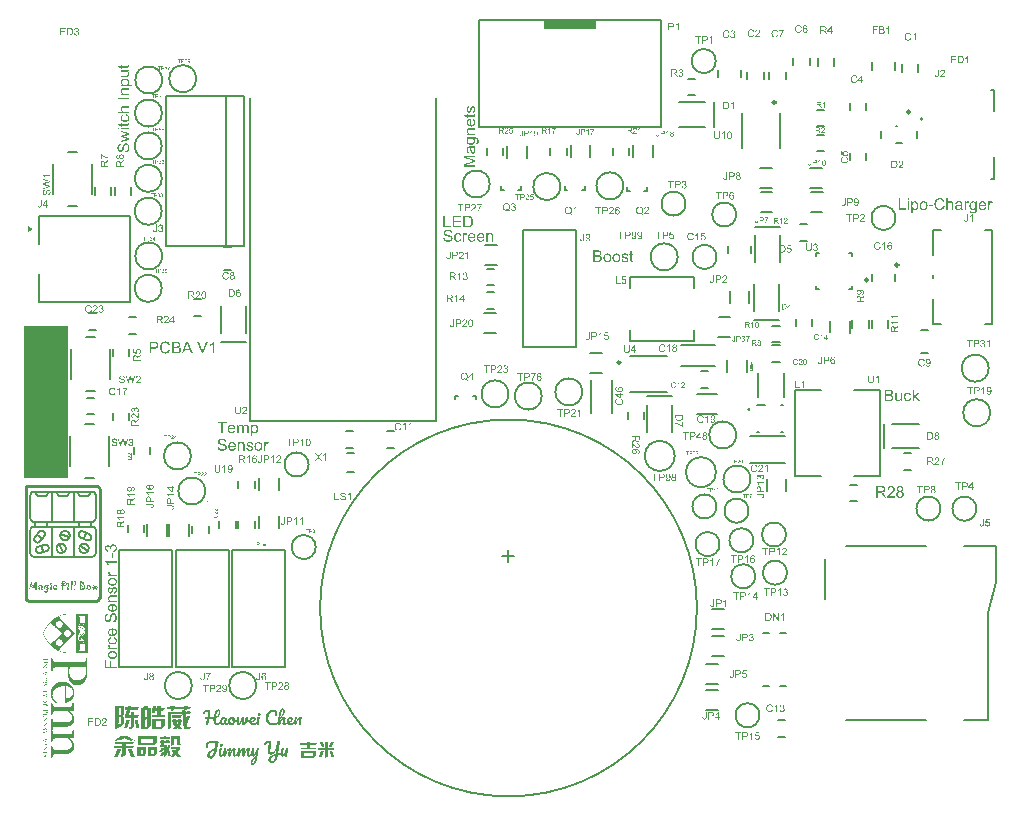
<source format=gto>
G04*
G04 #@! TF.GenerationSoftware,Altium Limited,Altium Designer,24.1.2 (44)*
G04*
G04 Layer_Color=65535*
%FSLAX44Y44*%
%MOMM*%
G71*
G04*
G04 #@! TF.SameCoordinates,E849002E-D005-4F9B-B670-832AB9F5597C*
G04*
G04*
G04 #@! TF.FilePolarity,Positive*
G04*
G01*
G75*
%ADD10C,0.2540*%
%ADD11C,0.2000*%
%ADD12C,0.2500*%
%ADD13C,0.1000*%
%ADD14C,0.1270*%
%ADD15C,0.2032*%
%ADD16C,0.1700*%
%ADD17R,4.5000X0.8000*%
G36*
X15225Y456418D02*
X10826Y453878D01*
Y458958D01*
X15225Y456418D01*
D02*
G37*
G36*
X44335Y246059D02*
X7646D01*
Y374314D01*
X44335D01*
Y246059D01*
D02*
G37*
G36*
X65311Y234905D02*
X65867D01*
Y234794D01*
X66201D01*
Y234683D01*
X66424D01*
Y234572D01*
X66646D01*
Y234460D01*
X66869D01*
Y234349D01*
X67091D01*
Y234238D01*
X67202D01*
Y234127D01*
X67313D01*
Y234015D01*
X67425D01*
Y233904D01*
X67536D01*
Y233793D01*
X67647D01*
Y233682D01*
X67758D01*
Y233570D01*
X67870D01*
Y233459D01*
X67981D01*
Y233348D01*
X68092D01*
Y233237D01*
X68203D01*
Y233014D01*
X68315D01*
Y232792D01*
X68426D01*
Y232569D01*
X68537D01*
Y232347D01*
X68648D01*
Y232013D01*
X68760D01*
Y231457D01*
X68871D01*
Y211211D01*
X68760D01*
Y210766D01*
X68648D01*
Y210432D01*
X68537D01*
Y210098D01*
X68426D01*
Y209876D01*
X68315D01*
Y209765D01*
X68203D01*
Y209542D01*
X68092D01*
Y209431D01*
X67981D01*
Y209208D01*
X67870D01*
Y209097D01*
X67758D01*
Y208986D01*
X67647D01*
Y208875D01*
X67536D01*
Y208764D01*
X67425D01*
Y208652D01*
X67313D01*
Y208541D01*
X67091D01*
Y208430D01*
X66980D01*
Y208319D01*
X66757D01*
Y208207D01*
X66535D01*
Y208096D01*
X66312D01*
Y207985D01*
X65979D01*
Y207873D01*
X65645D01*
Y207762D01*
X64644D01*
Y205315D01*
X65645D01*
Y205204D01*
X65979D01*
Y205093D01*
X66312D01*
Y204981D01*
X66535D01*
Y204870D01*
X66757D01*
Y204759D01*
X66980D01*
Y204648D01*
X67091D01*
Y204536D01*
X67313D01*
Y204425D01*
X67425D01*
Y204314D01*
X67536D01*
Y204203D01*
X67647D01*
Y204091D01*
X67758D01*
Y203980D01*
X67870D01*
Y203869D01*
X67981D01*
Y203646D01*
X68092D01*
Y203535D01*
X68203D01*
Y203313D01*
X68315D01*
Y203201D01*
X68426D01*
Y202979D01*
X68537D01*
Y202645D01*
X68648D01*
Y202311D01*
X68760D01*
Y201866D01*
X68871D01*
Y181620D01*
X68760D01*
Y181064D01*
X68648D01*
Y180730D01*
X68537D01*
Y180508D01*
X68426D01*
Y180285D01*
X68315D01*
Y180063D01*
X68203D01*
Y179952D01*
X68092D01*
Y179729D01*
X67981D01*
Y179618D01*
X67870D01*
Y179507D01*
X67758D01*
Y179396D01*
X67647D01*
Y179284D01*
X67536D01*
Y179173D01*
X67425D01*
Y179062D01*
X67313D01*
Y178951D01*
X67202D01*
Y178839D01*
X66980D01*
Y178728D01*
X66869D01*
Y178617D01*
X66646D01*
Y178506D01*
X66424D01*
Y178394D01*
X66201D01*
Y178283D01*
X65867D01*
Y178172D01*
X65311D01*
Y178061D01*
X15475D01*
Y178172D01*
X14919D01*
Y178283D01*
X14585D01*
Y178394D01*
X14362D01*
Y178506D01*
X14140D01*
Y178617D01*
X13917D01*
Y178728D01*
X13695D01*
Y178839D01*
X13584D01*
Y178951D01*
X13472D01*
Y179062D01*
X13361D01*
Y179173D01*
X13250D01*
Y179284D01*
X13139D01*
Y179396D01*
X13027D01*
Y179507D01*
X12916D01*
Y179618D01*
X12805D01*
Y179729D01*
X12694D01*
Y179841D01*
X12582D01*
Y180063D01*
X12471D01*
Y180285D01*
X12360D01*
Y180508D01*
X12249D01*
Y180730D01*
X12137D01*
Y181064D01*
X12026D01*
Y181620D01*
X11915D01*
Y201866D01*
X12026D01*
Y202311D01*
X12137D01*
Y202645D01*
X12249D01*
Y202979D01*
X12360D01*
Y203201D01*
X12471D01*
Y203313D01*
X12582D01*
Y203535D01*
X12694D01*
Y203646D01*
X12805D01*
Y203869D01*
X12916D01*
Y203980D01*
X13027D01*
Y204091D01*
X13139D01*
Y204203D01*
X13250D01*
Y204314D01*
X13361D01*
Y204425D01*
X13472D01*
Y204536D01*
X13695D01*
Y204648D01*
X13806D01*
Y204759D01*
X14029D01*
Y204870D01*
X14251D01*
Y204981D01*
X14474D01*
Y205093D01*
X14807D01*
Y205204D01*
X15141D01*
Y205315D01*
X16142D01*
Y207762D01*
X15141D01*
Y207873D01*
X14807D01*
Y207985D01*
X14474D01*
Y208096D01*
X14251D01*
Y208207D01*
X14029D01*
Y208319D01*
X13806D01*
Y208430D01*
X13695D01*
Y208541D01*
X13584D01*
Y208652D01*
X13361D01*
Y208764D01*
X13250D01*
Y208875D01*
X13139D01*
Y208986D01*
X13027D01*
Y209097D01*
X12916D01*
Y209208D01*
X12805D01*
Y209431D01*
X12694D01*
Y209542D01*
X12582D01*
Y209765D01*
X12471D01*
Y209876D01*
X12360D01*
Y210098D01*
X12249D01*
Y210432D01*
X12137D01*
Y210766D01*
X12026D01*
Y211211D01*
X11915D01*
Y231457D01*
X12026D01*
Y232013D01*
X12137D01*
Y232347D01*
X12249D01*
Y232569D01*
X12360D01*
Y232792D01*
X12471D01*
Y233014D01*
X12582D01*
Y233237D01*
X12694D01*
Y233348D01*
X12805D01*
Y233459D01*
X12916D01*
Y233570D01*
X13027D01*
Y233682D01*
X13139D01*
Y233793D01*
X13250D01*
Y233904D01*
X13361D01*
Y234015D01*
X13472D01*
Y234127D01*
X13584D01*
Y234238D01*
X13695D01*
Y234349D01*
X13917D01*
Y234460D01*
X14140D01*
Y234572D01*
X14362D01*
Y234683D01*
X14585D01*
Y234794D01*
X14919D01*
Y234905D01*
X15475D01*
Y235017D01*
X65311D01*
Y234905D01*
D02*
G37*
G36*
X61405Y97395D02*
X43137D01*
Y97481D01*
X42361D01*
Y97567D01*
X41758D01*
Y97654D01*
X41241D01*
Y97740D01*
X40810D01*
Y97826D01*
X40379D01*
Y97912D01*
X40034D01*
Y97998D01*
X39776D01*
Y98084D01*
X39431D01*
Y98170D01*
X39173D01*
Y98257D01*
X38828D01*
Y98343D01*
X38656D01*
Y98429D01*
X38397D01*
Y98515D01*
X38138D01*
Y98601D01*
X37880D01*
Y98688D01*
X37708D01*
Y98774D01*
X37449D01*
Y98860D01*
X37277D01*
Y98946D01*
X37104D01*
Y99032D01*
X36846D01*
Y99118D01*
X36674D01*
Y99205D01*
X36501D01*
Y99291D01*
X36329D01*
Y99377D01*
X36156D01*
Y99463D01*
X35984D01*
Y99549D01*
X35812D01*
Y99635D01*
X35640D01*
Y99722D01*
X35467D01*
Y99808D01*
X35295D01*
Y99894D01*
X35209D01*
Y99980D01*
X35036D01*
Y100066D01*
X34864D01*
Y100153D01*
X34692D01*
Y100239D01*
X34605D01*
Y100325D01*
X34433D01*
Y100411D01*
X34261D01*
Y100497D01*
X34175D01*
Y100583D01*
X34002D01*
Y100669D01*
X33916D01*
Y100756D01*
X33744D01*
Y100842D01*
X33658D01*
Y100928D01*
X33485D01*
Y101014D01*
X33399D01*
Y101100D01*
X33227D01*
Y101187D01*
X33140D01*
Y101273D01*
X33054D01*
Y101359D01*
X32882D01*
Y101445D01*
X32796D01*
Y101531D01*
X32624D01*
Y101617D01*
X32537D01*
Y101704D01*
X32451D01*
Y101790D01*
X32365D01*
Y101876D01*
X32193D01*
Y101962D01*
X32106D01*
Y102048D01*
X32020D01*
Y102134D01*
X31848D01*
Y102221D01*
X31762D01*
Y102307D01*
X31676D01*
Y102393D01*
X31589D01*
Y102479D01*
X31503D01*
Y102565D01*
X31331D01*
Y102652D01*
X31245D01*
Y102738D01*
X31158D01*
Y102824D01*
X31072D01*
Y102910D01*
X30986D01*
Y102996D01*
X30900D01*
Y103082D01*
X30814D01*
Y103168D01*
X30728D01*
Y103255D01*
X30555D01*
Y103341D01*
X30469D01*
Y103427D01*
X30383D01*
Y103513D01*
X30297D01*
Y103599D01*
X30211D01*
Y103686D01*
X30124D01*
Y103772D01*
X30038D01*
Y103858D01*
X29952D01*
Y103944D01*
X29866D01*
Y104030D01*
X29780D01*
Y104116D01*
X29694D01*
Y104203D01*
X29607D01*
Y104289D01*
X29521D01*
Y104375D01*
X29435D01*
Y104461D01*
X29349D01*
Y104547D01*
X29263D01*
Y104633D01*
X29177D01*
Y104720D01*
X29090D01*
Y104806D01*
X29004D01*
Y104978D01*
X28918D01*
Y105064D01*
X28832D01*
Y105150D01*
X28746D01*
Y105237D01*
X28660D01*
Y105323D01*
X28573D01*
Y105409D01*
X28487D01*
Y105495D01*
X28401D01*
Y105667D01*
X28315D01*
Y105754D01*
X28229D01*
Y105840D01*
X28142D01*
Y105926D01*
X28056D01*
Y106012D01*
X27970D01*
Y106098D01*
X27884D01*
Y106271D01*
X27798D01*
Y106357D01*
X27712D01*
Y106443D01*
X27626D01*
Y106529D01*
X27539D01*
Y106702D01*
X27453D01*
Y106788D01*
X27367D01*
Y106874D01*
X27281D01*
Y107046D01*
X27195D01*
Y107133D01*
X27108D01*
Y107219D01*
X27022D01*
Y107391D01*
X26936D01*
Y107477D01*
X26850D01*
Y107563D01*
X26764D01*
Y107736D01*
X26678D01*
Y107822D01*
X26591D01*
Y107908D01*
X26505D01*
Y108080D01*
X26419D01*
Y108167D01*
X26333D01*
Y108339D01*
X26247D01*
Y108425D01*
X26161D01*
Y108597D01*
X26074D01*
Y108684D01*
X25988D01*
Y108856D01*
X25902D01*
Y108942D01*
X25816D01*
Y109114D01*
X25730D01*
Y109201D01*
X25643D01*
Y109373D01*
X25557D01*
Y109459D01*
X25471D01*
Y109631D01*
X25385D01*
Y109804D01*
X25299D01*
Y109890D01*
X25213D01*
Y110062D01*
X25127D01*
Y110235D01*
X25040D01*
Y110321D01*
X24954D01*
Y110493D01*
X24868D01*
Y110666D01*
X24782D01*
Y110838D01*
X24696D01*
Y110924D01*
X24609D01*
Y111096D01*
X24523D01*
Y111269D01*
X24437D01*
Y111441D01*
X24351D01*
Y111613D01*
X24265D01*
Y111786D01*
X24179D01*
Y111958D01*
X24092D01*
Y112130D01*
X24006D01*
Y112303D01*
X23920D01*
Y112475D01*
X23834D01*
Y112734D01*
X23748D01*
Y112906D01*
X23661D01*
Y113078D01*
X23575D01*
Y113337D01*
X23489D01*
Y113595D01*
X23403D01*
Y113854D01*
X23317D01*
Y114199D01*
X23403D01*
Y114457D01*
X23489D01*
Y114716D01*
X23575D01*
Y114974D01*
X23661D01*
Y115147D01*
X23748D01*
Y115319D01*
X23834D01*
Y115577D01*
X23920D01*
Y115750D01*
X24006D01*
Y115922D01*
X24092D01*
Y116094D01*
X24179D01*
Y116267D01*
X24265D01*
Y116439D01*
X24351D01*
Y116611D01*
X24437D01*
Y116784D01*
X24523D01*
Y116956D01*
X24609D01*
Y117128D01*
X24696D01*
Y117215D01*
X24782D01*
Y117387D01*
X24868D01*
Y117559D01*
X24954D01*
Y117732D01*
X25040D01*
Y117818D01*
X25127D01*
Y117990D01*
X25213D01*
Y118162D01*
X25299D01*
Y118249D01*
X25385D01*
Y118421D01*
X25471D01*
Y118593D01*
X25557D01*
Y118680D01*
X25643D01*
Y118852D01*
X25730D01*
Y118938D01*
X25816D01*
Y119110D01*
X25902D01*
Y119197D01*
X25988D01*
Y119369D01*
X26074D01*
Y119455D01*
X26161D01*
Y119627D01*
X26247D01*
Y119714D01*
X26333D01*
Y119886D01*
X26419D01*
Y119972D01*
X26505D01*
Y120145D01*
X26591D01*
Y120231D01*
X26678D01*
Y120317D01*
X26764D01*
Y120489D01*
X26850D01*
Y120575D01*
X26936D01*
Y120661D01*
X27022D01*
Y120834D01*
X27108D01*
Y120920D01*
X27195D01*
Y121006D01*
X27281D01*
Y121179D01*
X27367D01*
Y121265D01*
X27453D01*
Y121351D01*
X27539D01*
Y121437D01*
X27626D01*
Y121609D01*
X27712D01*
Y121696D01*
X27798D01*
Y121782D01*
X27884D01*
Y121868D01*
X27970D01*
Y122040D01*
X28056D01*
Y122126D01*
X28142D01*
Y122213D01*
X28229D01*
Y122299D01*
X28315D01*
Y122385D01*
X28401D01*
Y122557D01*
X28487D01*
Y122643D01*
X28573D01*
Y122730D01*
X28660D01*
Y122816D01*
X28746D01*
Y122902D01*
X28832D01*
Y122988D01*
X28918D01*
Y123074D01*
X29004D01*
Y123160D01*
X29090D01*
Y123247D01*
X29177D01*
Y123419D01*
X29263D01*
Y123505D01*
X29349D01*
Y123591D01*
X29435D01*
Y123678D01*
X29521D01*
Y123764D01*
X29607D01*
Y123850D01*
X29694D01*
Y123936D01*
X29780D01*
Y124022D01*
X29866D01*
Y124108D01*
X29952D01*
Y124195D01*
X30038D01*
Y124281D01*
X30124D01*
Y124367D01*
X30211D01*
Y124453D01*
X30297D01*
Y124539D01*
X30383D01*
Y124625D01*
X30555D01*
Y124712D01*
X30642D01*
Y124798D01*
X30728D01*
Y124884D01*
X30814D01*
Y124970D01*
X30900D01*
Y125056D01*
X30986D01*
Y125142D01*
X31072D01*
Y125229D01*
X31158D01*
Y125315D01*
X31245D01*
Y125401D01*
X31417D01*
Y125487D01*
X31503D01*
Y125573D01*
X31589D01*
Y125660D01*
X31676D01*
Y125746D01*
X31762D01*
Y125832D01*
X31934D01*
Y125918D01*
X32020D01*
Y126004D01*
X32106D01*
Y126090D01*
X32193D01*
Y126177D01*
X32365D01*
Y126263D01*
X32451D01*
Y126349D01*
X32537D01*
Y126435D01*
X32710D01*
Y126521D01*
X32796D01*
Y126607D01*
X32882D01*
Y126694D01*
X33054D01*
Y126780D01*
X33140D01*
Y126866D01*
X33227D01*
Y126952D01*
X33399D01*
Y127038D01*
X33485D01*
Y127124D01*
X33658D01*
Y127211D01*
X33744D01*
Y127297D01*
X33916D01*
Y127383D01*
X34002D01*
Y127469D01*
X34175D01*
Y127555D01*
X34347D01*
Y127641D01*
X34433D01*
Y127728D01*
X34605D01*
Y127814D01*
X34692D01*
Y127900D01*
X34864D01*
Y127986D01*
X35036D01*
Y128072D01*
X35209D01*
Y128159D01*
X35295D01*
Y128245D01*
X35467D01*
Y128331D01*
X35640D01*
Y128417D01*
X35812D01*
Y128503D01*
X35984D01*
Y128589D01*
X36156D01*
Y128675D01*
X36329D01*
Y128762D01*
X36501D01*
Y128848D01*
X36674D01*
Y128934D01*
X36932D01*
Y129020D01*
X37104D01*
Y129106D01*
X37277D01*
Y129193D01*
X37535D01*
Y129279D01*
X37708D01*
Y129365D01*
X37966D01*
Y129451D01*
X38138D01*
Y129537D01*
X38397D01*
Y129623D01*
X38656D01*
Y129710D01*
X38914D01*
Y129796D01*
X39173D01*
Y129882D01*
X39431D01*
Y129968D01*
X39776D01*
Y130054D01*
X40121D01*
Y130140D01*
X40465D01*
Y130227D01*
X40896D01*
Y130313D01*
X41241D01*
Y130399D01*
X41758D01*
Y130485D01*
X42447D01*
Y130571D01*
X43223D01*
Y130658D01*
X61405D01*
Y97395D01*
D02*
G37*
G36*
X27626Y91449D02*
X27453D01*
Y91794D01*
X27367D01*
Y91880D01*
X27281D01*
Y91966D01*
X24782D01*
Y91880D01*
X24351D01*
Y91794D01*
X24092D01*
Y91708D01*
X24006D01*
Y91621D01*
X23920D01*
Y91535D01*
X23834D01*
Y91449D01*
X23748D01*
Y91277D01*
X23661D01*
Y90329D01*
X23748D01*
Y90156D01*
X23834D01*
Y90070D01*
X23920D01*
Y89984D01*
X24006D01*
Y89898D01*
X24092D01*
Y89812D01*
X24179D01*
Y89726D01*
X24351D01*
Y89639D01*
X24696D01*
Y89553D01*
X27195D01*
Y89639D01*
X27367D01*
Y89812D01*
X27453D01*
Y90070D01*
X27626D01*
Y88692D01*
X27453D01*
Y88950D01*
X27367D01*
Y89122D01*
X27281D01*
Y89209D01*
X24782D01*
Y89295D01*
X24351D01*
Y89381D01*
X24179D01*
Y89467D01*
X24006D01*
Y89553D01*
X23920D01*
Y89639D01*
X23834D01*
Y89726D01*
X23748D01*
Y89812D01*
X23661D01*
Y89898D01*
X23575D01*
Y90070D01*
X23489D01*
Y90243D01*
X23403D01*
Y90501D01*
X23317D01*
Y91277D01*
X23403D01*
Y91621D01*
X23489D01*
Y91794D01*
X23575D01*
Y91966D01*
X23661D01*
Y92052D01*
X23748D01*
Y92138D01*
X23834D01*
Y92225D01*
X23920D01*
Y92311D01*
X24092D01*
Y92397D01*
X24351D01*
Y92483D01*
X27108D01*
Y92569D01*
X27367D01*
Y92655D01*
X27453D01*
Y93000D01*
X27539D01*
Y93086D01*
X27626D01*
Y91449D01*
D02*
G37*
G36*
X61060Y80419D02*
X60974D01*
Y79471D01*
X60888D01*
Y78868D01*
X60802D01*
Y78351D01*
X60716D01*
Y77834D01*
X60630D01*
Y77489D01*
X60543D01*
Y77144D01*
X60457D01*
Y76886D01*
X60371D01*
Y76541D01*
X60285D01*
Y76283D01*
X60199D01*
Y76110D01*
X60113D01*
Y75852D01*
X60026D01*
Y75593D01*
X59940D01*
Y75421D01*
X59854D01*
Y75249D01*
X59768D01*
Y74990D01*
X59682D01*
Y74818D01*
X59595D01*
Y74646D01*
X59509D01*
Y74559D01*
X59423D01*
Y74387D01*
X59337D01*
Y74215D01*
X59251D01*
Y74042D01*
X59165D01*
Y73956D01*
X59078D01*
Y73784D01*
X58992D01*
Y73698D01*
X58906D01*
Y73525D01*
X58820D01*
Y73439D01*
X58734D01*
Y73353D01*
X58647D01*
Y73180D01*
X58561D01*
Y73094D01*
X58475D01*
Y73008D01*
X58389D01*
Y72836D01*
X58303D01*
Y72750D01*
X58217D01*
Y72663D01*
X58130D01*
Y72577D01*
X58044D01*
Y72491D01*
X57958D01*
Y72405D01*
X57872D01*
Y72319D01*
X57786D01*
Y72233D01*
X57700D01*
Y72147D01*
X57613D01*
Y72060D01*
X57527D01*
Y71974D01*
X57441D01*
Y71888D01*
X57269D01*
Y71802D01*
X57183D01*
Y71716D01*
X57096D01*
Y71629D01*
X56924D01*
Y71543D01*
X56838D01*
Y71457D01*
X56752D01*
Y71371D01*
X56579D01*
Y71285D01*
X56493D01*
Y71199D01*
X56321D01*
Y71112D01*
X56149D01*
Y71026D01*
X55976D01*
Y70940D01*
X55890D01*
Y70854D01*
X55631D01*
Y70768D01*
X55459D01*
Y70682D01*
X55287D01*
Y70595D01*
X55028D01*
Y70509D01*
X54856D01*
Y70423D01*
X54511D01*
Y70337D01*
X54166D01*
Y70251D01*
X53822D01*
Y70164D01*
X53133D01*
Y70078D01*
X51495D01*
Y70164D01*
X50806D01*
Y70251D01*
X50375D01*
Y70337D01*
X50117D01*
Y70423D01*
X49772D01*
Y70509D01*
X49513D01*
Y70595D01*
X49341D01*
Y70682D01*
X49169D01*
Y70768D01*
X48910D01*
Y70854D01*
X48738D01*
Y70940D01*
X48651D01*
Y71026D01*
X48479D01*
Y71112D01*
X48307D01*
Y71199D01*
X48221D01*
Y71285D01*
X48048D01*
Y71371D01*
X47962D01*
Y71457D01*
X47876D01*
Y71543D01*
X47704D01*
Y71629D01*
X47618D01*
Y71716D01*
X47531D01*
Y71802D01*
X47445D01*
Y71888D01*
X47359D01*
Y71974D01*
X47273D01*
Y72060D01*
X47187D01*
Y72147D01*
X47100D01*
Y72233D01*
X47014D01*
Y72319D01*
X46928D01*
Y72405D01*
X46842D01*
Y72491D01*
X46756D01*
Y72577D01*
X46670D01*
Y72750D01*
X46583D01*
Y72836D01*
X46497D01*
Y72922D01*
X46411D01*
Y73094D01*
X46325D01*
Y73180D01*
X46239D01*
Y73353D01*
X46153D01*
Y73525D01*
X46066D01*
Y73611D01*
X45980D01*
Y73784D01*
X45894D01*
Y73956D01*
X45808D01*
Y74128D01*
X45722D01*
Y74301D01*
X45635D01*
Y74473D01*
X45549D01*
Y74732D01*
X45463D01*
Y74904D01*
X45377D01*
Y75163D01*
X45291D01*
Y75421D01*
X45205D01*
Y75679D01*
X45118D01*
Y75938D01*
X45032D01*
Y76283D01*
X44946D01*
Y76627D01*
X44860D01*
Y77058D01*
X44774D01*
Y77575D01*
X44688D01*
Y78179D01*
X44601D01*
Y79040D01*
X44515D01*
Y82918D01*
X44601D01*
Y84038D01*
X44688D01*
Y84900D01*
X44774D01*
Y85503D01*
X34950D01*
Y85417D01*
X34175D01*
Y85331D01*
X33744D01*
Y85245D01*
X33399D01*
Y85159D01*
X33140D01*
Y85072D01*
X32968D01*
Y84986D01*
X32796D01*
Y84900D01*
X32624D01*
Y84814D01*
X32537D01*
Y84728D01*
X32365D01*
Y84642D01*
X32279D01*
Y84555D01*
X32193D01*
Y84469D01*
X32106D01*
Y84383D01*
X32020D01*
Y84297D01*
X31934D01*
Y84124D01*
X31848D01*
Y83952D01*
X31762D01*
Y83780D01*
X31676D01*
Y83521D01*
X31589D01*
Y83176D01*
X31503D01*
Y82573D01*
X31417D01*
Y82056D01*
X30555D01*
Y93000D01*
X31417D01*
Y92569D01*
X31503D01*
Y91880D01*
X31589D01*
Y91535D01*
X31676D01*
Y91277D01*
X31762D01*
Y91104D01*
X31848D01*
Y91018D01*
X31934D01*
Y90846D01*
X32020D01*
Y90760D01*
X32106D01*
Y90674D01*
X32193D01*
Y90587D01*
X32279D01*
Y90501D01*
X32365D01*
Y90415D01*
X32451D01*
Y90329D01*
X32537D01*
Y90243D01*
X32710D01*
Y90156D01*
X32882D01*
Y90070D01*
X33054D01*
Y89984D01*
X33313D01*
Y89898D01*
X33571D01*
Y89812D01*
X33916D01*
Y89726D01*
X34347D01*
Y89639D01*
X35209D01*
Y89553D01*
X56321D01*
Y89639D01*
X57269D01*
Y89726D01*
X57786D01*
Y89812D01*
X58044D01*
Y89898D01*
X58389D01*
Y89984D01*
X58561D01*
Y90070D01*
X58734D01*
Y90156D01*
X58906D01*
Y90243D01*
X59078D01*
Y90329D01*
X59165D01*
Y90415D01*
X59251D01*
Y90501D01*
X59337D01*
Y90587D01*
X59423D01*
Y90674D01*
X59509D01*
Y90760D01*
X59595D01*
Y90846D01*
X59682D01*
Y91018D01*
X59768D01*
Y91191D01*
X59854D01*
Y91363D01*
X59940D01*
Y91621D01*
X60026D01*
Y91966D01*
X60113D01*
Y93000D01*
X61060D01*
Y80419D01*
D02*
G37*
G36*
X26678Y87399D02*
X26591D01*
Y87313D01*
X26505D01*
Y87227D01*
X26419D01*
Y87141D01*
X26333D01*
Y87054D01*
X26161D01*
Y86968D01*
X26074D01*
Y86882D01*
X25988D01*
Y86796D01*
X25902D01*
Y86710D01*
X25816D01*
Y86623D01*
X25643D01*
Y86537D01*
X25557D01*
Y86451D01*
X25471D01*
Y86365D01*
X25385D01*
Y86279D01*
X25299D01*
Y86193D01*
X25127D01*
Y86106D01*
X25040D01*
Y86020D01*
X24954D01*
Y85934D01*
X24868D01*
Y85848D01*
X24782D01*
Y85762D01*
X24609D01*
Y85675D01*
X24523D01*
Y85589D01*
X24437D01*
Y85503D01*
X24351D01*
Y85417D01*
X24179D01*
Y85331D01*
X24265D01*
Y85245D01*
X26074D01*
Y85331D01*
X26419D01*
Y85417D01*
X26505D01*
Y85762D01*
X26591D01*
Y85848D01*
X26678D01*
Y84642D01*
X26591D01*
Y84728D01*
X26505D01*
Y84986D01*
X26419D01*
Y85072D01*
X23489D01*
Y85159D01*
X23403D01*
Y85331D01*
X23575D01*
Y85417D01*
X23661D01*
Y85503D01*
X23748D01*
Y85589D01*
X23834D01*
Y85675D01*
X23920D01*
Y85762D01*
X24092D01*
Y85848D01*
X24179D01*
Y85934D01*
X24265D01*
Y86020D01*
X24351D01*
Y86106D01*
X24437D01*
Y86193D01*
X24523D01*
Y86279D01*
X24696D01*
Y86365D01*
X24782D01*
Y86451D01*
X24868D01*
Y86537D01*
X24954D01*
Y86623D01*
X25040D01*
Y86710D01*
X25213D01*
Y86796D01*
X25299D01*
Y86882D01*
X25385D01*
Y86968D01*
X25471D01*
Y87054D01*
X25557D01*
Y87141D01*
X25643D01*
Y87227D01*
X25816D01*
Y87313D01*
X25902D01*
Y87399D01*
X25988D01*
Y87571D01*
X25902D01*
Y87485D01*
X23661D01*
Y87399D01*
X23575D01*
Y87054D01*
X23403D01*
Y88174D01*
X23575D01*
Y87916D01*
X23661D01*
Y87830D01*
X23748D01*
Y87744D01*
X26333D01*
Y87830D01*
X26419D01*
Y88002D01*
X26505D01*
Y88174D01*
X26591D01*
Y88261D01*
X26678D01*
Y87399D01*
D02*
G37*
G36*
Y82487D02*
X26591D01*
Y82573D01*
X26505D01*
Y82832D01*
X23575D01*
Y82487D01*
X23403D01*
Y83694D01*
X23575D01*
Y83349D01*
X26505D01*
Y83694D01*
X26678D01*
Y82487D01*
D02*
G37*
G36*
Y80505D02*
X26591D01*
Y80591D01*
X26505D01*
Y80764D01*
X26419D01*
Y80850D01*
X26161D01*
Y80764D01*
X25902D01*
Y80677D01*
X25643D01*
Y80591D01*
X25385D01*
Y80505D01*
X25127D01*
Y80419D01*
X24868D01*
Y80333D01*
X24609D01*
Y80247D01*
X24351D01*
Y80161D01*
X24092D01*
Y79988D01*
X24351D01*
Y79902D01*
X24523D01*
Y79816D01*
X24696D01*
Y79730D01*
X24954D01*
Y79644D01*
X25127D01*
Y79557D01*
X25385D01*
Y79471D01*
X25557D01*
Y79385D01*
X25816D01*
Y79299D01*
X25988D01*
Y79213D01*
X26247D01*
Y79126D01*
X26333D01*
Y79213D01*
X26505D01*
Y79471D01*
X26591D01*
Y79557D01*
X26678D01*
Y78523D01*
X26591D01*
Y78609D01*
X26505D01*
Y78782D01*
X26419D01*
Y78868D01*
X26247D01*
Y78954D01*
X26074D01*
Y79040D01*
X25816D01*
Y79126D01*
X25643D01*
Y79213D01*
X25385D01*
Y79299D01*
X25213D01*
Y79385D01*
X25040D01*
Y79471D01*
X24782D01*
Y79557D01*
X24609D01*
Y79644D01*
X24351D01*
Y79730D01*
X24179D01*
Y79816D01*
X23920D01*
Y79902D01*
X23748D01*
Y79988D01*
X23575D01*
Y80074D01*
X23403D01*
Y80333D01*
X23575D01*
Y80419D01*
X23834D01*
Y80505D01*
X24006D01*
Y80591D01*
X24265D01*
Y80677D01*
X24523D01*
Y80764D01*
X24782D01*
Y80850D01*
X25040D01*
Y80936D01*
X25213D01*
Y81022D01*
X25471D01*
Y81108D01*
X25730D01*
Y81195D01*
X25988D01*
Y81281D01*
X26161D01*
Y81367D01*
X26333D01*
Y81453D01*
X26419D01*
Y81539D01*
X26505D01*
Y81712D01*
X26591D01*
Y81798D01*
X26678D01*
Y80505D01*
D02*
G37*
G36*
Y75766D02*
X26591D01*
Y75679D01*
X25988D01*
Y75766D01*
X25902D01*
Y75852D01*
X26161D01*
Y75938D01*
X26333D01*
Y76024D01*
X26419D01*
Y76110D01*
X26505D01*
Y76972D01*
X25213D01*
Y76283D01*
X25299D01*
Y76197D01*
X25471D01*
Y76110D01*
X25557D01*
Y76024D01*
X24609D01*
Y76110D01*
X24782D01*
Y76197D01*
X24954D01*
Y76369D01*
X25040D01*
Y76886D01*
X24954D01*
Y76972D01*
X23834D01*
Y76886D01*
X23661D01*
Y76800D01*
X23575D01*
Y75938D01*
X23661D01*
Y75766D01*
X23748D01*
Y75679D01*
X23920D01*
Y75593D01*
X24092D01*
Y75507D01*
X24265D01*
Y75421D01*
X23661D01*
Y75507D01*
X23403D01*
Y77834D01*
X23489D01*
Y77748D01*
X23575D01*
Y77489D01*
X23661D01*
Y77403D01*
X26419D01*
Y77489D01*
X26505D01*
Y77748D01*
X26591D01*
Y77834D01*
X26678D01*
Y75766D01*
D02*
G37*
G36*
Y72922D02*
X26591D01*
Y72750D01*
X26505D01*
Y72577D01*
X26419D01*
Y72491D01*
X26247D01*
Y72405D01*
X25471D01*
Y72491D01*
X25299D01*
Y72577D01*
X25213D01*
Y72663D01*
X25127D01*
Y72750D01*
X25040D01*
Y72836D01*
X24954D01*
Y73008D01*
X24868D01*
Y72922D01*
X24696D01*
Y72836D01*
X24609D01*
Y72750D01*
X24523D01*
Y72663D01*
X24351D01*
Y72577D01*
X24179D01*
Y72491D01*
X24092D01*
Y72405D01*
X24006D01*
Y72319D01*
X23834D01*
Y72233D01*
X23748D01*
Y72147D01*
X23661D01*
Y72060D01*
X23575D01*
Y71974D01*
X23489D01*
Y71888D01*
X23403D01*
Y72491D01*
X23489D01*
Y72577D01*
X23575D01*
Y72663D01*
X23661D01*
Y72750D01*
X23834D01*
Y72836D01*
X24006D01*
Y72922D01*
X24179D01*
Y73008D01*
X24265D01*
Y73094D01*
X24437D01*
Y73180D01*
X24609D01*
Y73267D01*
X24782D01*
Y73353D01*
X24868D01*
Y73784D01*
X23661D01*
Y73698D01*
X23575D01*
Y73439D01*
X23403D01*
Y74646D01*
X23575D01*
Y74301D01*
X23748D01*
Y74215D01*
X26333D01*
Y74301D01*
X26505D01*
Y74646D01*
X26678D01*
Y72922D01*
D02*
G37*
G36*
X26074Y71112D02*
X26333D01*
Y71026D01*
X26419D01*
Y70940D01*
X26505D01*
Y70854D01*
X26591D01*
Y70682D01*
X26678D01*
Y70423D01*
X26764D01*
Y69820D01*
X26678D01*
Y69475D01*
X25988D01*
Y69561D01*
X26074D01*
Y69647D01*
X26247D01*
Y69734D01*
X26419D01*
Y69820D01*
X26505D01*
Y69992D01*
X26591D01*
Y70337D01*
X26505D01*
Y70509D01*
X26419D01*
Y70595D01*
X26333D01*
Y70682D01*
X25902D01*
Y70595D01*
X25730D01*
Y70509D01*
X25643D01*
Y70423D01*
X25557D01*
Y70251D01*
X25471D01*
Y70164D01*
X25385D01*
Y70078D01*
X25299D01*
Y69906D01*
X25213D01*
Y69820D01*
X25127D01*
Y69734D01*
X25040D01*
Y69647D01*
X24954D01*
Y69561D01*
X24868D01*
Y69475D01*
X24782D01*
Y69389D01*
X24696D01*
Y69303D01*
X24351D01*
Y69217D01*
X24092D01*
Y69303D01*
X23834D01*
Y69389D01*
X23748D01*
Y69475D01*
X23661D01*
Y69561D01*
X23575D01*
Y69647D01*
X23489D01*
Y69820D01*
X23403D01*
Y70251D01*
X23317D01*
Y70595D01*
X23403D01*
Y71026D01*
X23489D01*
Y71199D01*
X24265D01*
Y71112D01*
X24179D01*
Y71026D01*
X23920D01*
Y70940D01*
X23748D01*
Y70854D01*
X23661D01*
Y70682D01*
X23575D01*
Y70423D01*
X23489D01*
Y70251D01*
X23575D01*
Y69992D01*
X23661D01*
Y69906D01*
X23748D01*
Y69820D01*
X23920D01*
Y69734D01*
X24351D01*
Y69820D01*
X24523D01*
Y69906D01*
X24609D01*
Y69992D01*
X24696D01*
Y70078D01*
X24782D01*
Y70164D01*
X24868D01*
Y70337D01*
X24954D01*
Y70423D01*
X25040D01*
Y70509D01*
X25127D01*
Y70682D01*
X25213D01*
Y70768D01*
X25299D01*
Y70854D01*
X25385D01*
Y70940D01*
X25471D01*
Y71026D01*
X25557D01*
Y71112D01*
X25816D01*
Y71199D01*
X26074D01*
Y71112D01*
D02*
G37*
G36*
X26678Y67148D02*
X26591D01*
Y67235D01*
X26505D01*
Y67493D01*
X26419D01*
Y67579D01*
X23661D01*
Y67493D01*
X23575D01*
Y67148D01*
X23403D01*
Y68441D01*
X23489D01*
Y68355D01*
X23575D01*
Y68096D01*
X23661D01*
Y68010D01*
X26419D01*
Y68096D01*
X26505D01*
Y68355D01*
X26591D01*
Y68441D01*
X26678D01*
Y67148D01*
D02*
G37*
G36*
X26419Y66373D02*
X26678D01*
Y63874D01*
Y63788D01*
X26419D01*
Y63702D01*
X25988D01*
Y63788D01*
X26074D01*
Y63874D01*
X26247D01*
Y63960D01*
X26333D01*
Y64046D01*
X26419D01*
Y64132D01*
X26505D01*
Y64822D01*
X23575D01*
Y64477D01*
X23403D01*
Y65683D01*
X23575D01*
Y65339D01*
X26505D01*
Y66028D01*
X26419D01*
Y66114D01*
X26333D01*
Y66201D01*
X26247D01*
Y66287D01*
X26074D01*
Y66373D01*
X25988D01*
Y66459D01*
X26419D01*
Y66373D01*
D02*
G37*
G36*
X26678Y61978D02*
X26591D01*
Y62064D01*
X26505D01*
Y62151D01*
X26419D01*
Y62237D01*
X26247D01*
Y62151D01*
X26074D01*
Y62064D01*
X25902D01*
Y61978D01*
X25730D01*
Y61892D01*
X25557D01*
Y61806D01*
X25385D01*
Y61720D01*
X25213D01*
Y61634D01*
X25040D01*
Y61547D01*
X25127D01*
Y61461D01*
X25299D01*
Y61375D01*
X25385D01*
Y61289D01*
X25557D01*
Y61203D01*
X25730D01*
Y61116D01*
X25902D01*
Y61030D01*
X26074D01*
Y60944D01*
X26247D01*
Y60858D01*
X26419D01*
Y60944D01*
X26505D01*
Y61116D01*
X26591D01*
Y61203D01*
X26678D01*
Y60255D01*
X26591D01*
Y60341D01*
X26505D01*
Y60427D01*
X26419D01*
Y60513D01*
X26333D01*
Y60599D01*
X26247D01*
Y60686D01*
X26074D01*
Y60772D01*
X25902D01*
Y60858D01*
X25730D01*
Y60944D01*
X25557D01*
Y61030D01*
X25471D01*
Y61116D01*
X25299D01*
Y61203D01*
X25127D01*
Y61289D01*
X24954D01*
Y61375D01*
X24782D01*
Y61461D01*
X23661D01*
Y61375D01*
X23575D01*
Y61116D01*
X23489D01*
Y61030D01*
X23403D01*
Y62323D01*
X23489D01*
Y62237D01*
X23575D01*
Y61978D01*
X23661D01*
Y61892D01*
X24782D01*
Y61978D01*
X24954D01*
Y62064D01*
X25127D01*
Y62151D01*
X25299D01*
Y62237D01*
X25471D01*
Y62323D01*
X25643D01*
Y62409D01*
X25816D01*
Y62495D01*
X25988D01*
Y62581D01*
X26161D01*
Y62667D01*
X26247D01*
Y62754D01*
X26419D01*
Y62840D01*
X26505D01*
Y63012D01*
X26591D01*
Y63098D01*
X26678D01*
Y61978D01*
D02*
G37*
G36*
X40551Y73094D02*
X41413D01*
Y73008D01*
X41930D01*
Y72922D01*
X42361D01*
Y72836D01*
X42619D01*
Y72750D01*
X42964D01*
Y72663D01*
X43223D01*
Y72577D01*
X43481D01*
Y72491D01*
X43740D01*
Y72405D01*
X43912D01*
Y72319D01*
X44170D01*
Y72233D01*
X44343D01*
Y72147D01*
X44515D01*
Y72060D01*
X44688D01*
Y71974D01*
X44860D01*
Y71888D01*
X45032D01*
Y71802D01*
X45205D01*
Y71716D01*
X45291D01*
Y71629D01*
X45463D01*
Y71543D01*
X45635D01*
Y71457D01*
X45722D01*
Y71371D01*
X45894D01*
Y71285D01*
X45980D01*
Y71199D01*
X46066D01*
Y71112D01*
X46239D01*
Y71026D01*
X46325D01*
Y70940D01*
X46411D01*
Y70854D01*
X46583D01*
Y70768D01*
X46670D01*
Y70682D01*
X46756D01*
Y70595D01*
X46842D01*
Y70509D01*
X46928D01*
Y70423D01*
X47014D01*
Y70337D01*
X47100D01*
Y70251D01*
X47187D01*
Y70164D01*
X47273D01*
Y70078D01*
X47359D01*
Y69992D01*
X47445D01*
Y69906D01*
X47531D01*
Y69820D01*
X47618D01*
Y69734D01*
X47704D01*
Y69647D01*
X47790D01*
Y69561D01*
X47876D01*
Y69389D01*
X47962D01*
Y69303D01*
X48048D01*
Y69217D01*
X48134D01*
Y69044D01*
X48221D01*
Y68958D01*
X48307D01*
Y68872D01*
X48393D01*
Y68700D01*
X48479D01*
Y68613D01*
X48565D01*
Y68441D01*
X48651D01*
Y68269D01*
X48738D01*
Y68183D01*
X48824D01*
Y68010D01*
X48910D01*
Y67838D01*
X48996D01*
Y67666D01*
X49082D01*
Y67493D01*
X49169D01*
Y67235D01*
X49255D01*
Y67062D01*
X49341D01*
Y66804D01*
X49427D01*
Y66631D01*
X49513D01*
Y66287D01*
X49599D01*
Y66028D01*
X49686D01*
Y65597D01*
X49772D01*
Y65167D01*
X49858D01*
Y64477D01*
X49944D01*
Y62926D01*
X49858D01*
Y62323D01*
X49772D01*
Y61892D01*
X49686D01*
Y61547D01*
X49599D01*
Y61203D01*
X49513D01*
Y60944D01*
X49427D01*
Y60686D01*
X49341D01*
Y60513D01*
X49255D01*
Y60255D01*
X49169D01*
Y60082D01*
X49082D01*
Y59910D01*
X48996D01*
Y59738D01*
X48910D01*
Y59565D01*
X48824D01*
Y59393D01*
X48738D01*
Y59307D01*
X48651D01*
Y59134D01*
X48565D01*
Y59048D01*
X48479D01*
Y58876D01*
X48393D01*
Y58790D01*
X48307D01*
Y58617D01*
X48221D01*
Y58531D01*
X48134D01*
Y58445D01*
X48048D01*
Y58273D01*
X47962D01*
Y58186D01*
X47876D01*
Y58100D01*
X47790D01*
Y58014D01*
X47704D01*
Y57928D01*
X47618D01*
Y57842D01*
X47531D01*
Y57756D01*
X47445D01*
Y57670D01*
X47359D01*
Y57583D01*
X47273D01*
Y57497D01*
X47187D01*
Y57411D01*
X47100D01*
Y57325D01*
X47014D01*
Y57239D01*
X46928D01*
Y57153D01*
X46842D01*
Y57066D01*
X46670D01*
Y56980D01*
X46583D01*
Y56894D01*
X46497D01*
Y56808D01*
X46325D01*
Y56722D01*
X46239D01*
Y56635D01*
X46066D01*
Y56549D01*
X45980D01*
Y56463D01*
X45808D01*
Y56377D01*
X45635D01*
Y56291D01*
X45463D01*
Y56205D01*
X45291D01*
Y56118D01*
X45118D01*
Y56032D01*
X44860D01*
Y55946D01*
X44601D01*
Y55860D01*
X44429D01*
Y55774D01*
X44084D01*
Y55687D01*
X43653D01*
Y55601D01*
X43050D01*
Y55515D01*
X42102D01*
Y55601D01*
X42016D01*
Y69389D01*
X40551D01*
Y69303D01*
X39603D01*
Y69217D01*
X39000D01*
Y69130D01*
X38483D01*
Y69044D01*
X38138D01*
Y68958D01*
X37794D01*
Y68872D01*
X37449D01*
Y68786D01*
X37191D01*
Y68700D01*
X36932D01*
Y68613D01*
X36674D01*
Y68527D01*
X36501D01*
Y68441D01*
X36243D01*
Y68355D01*
X36070D01*
Y68269D01*
X35898D01*
Y68183D01*
X35726D01*
Y68096D01*
X35553D01*
Y68010D01*
X35381D01*
Y67924D01*
X35209D01*
Y67838D01*
X35122D01*
Y67752D01*
X34950D01*
Y67666D01*
X34778D01*
Y67579D01*
X34692D01*
Y67493D01*
X34519D01*
Y67407D01*
X34433D01*
Y67321D01*
X34347D01*
Y67235D01*
X34175D01*
Y67148D01*
X34088D01*
Y67062D01*
X34002D01*
Y66976D01*
X33916D01*
Y66890D01*
X33830D01*
Y66804D01*
X33744D01*
Y66718D01*
X33658D01*
Y66631D01*
X33571D01*
Y66545D01*
X33485D01*
Y66459D01*
X33399D01*
Y66373D01*
X33313D01*
Y66287D01*
X33227D01*
Y66201D01*
X33140D01*
Y66114D01*
X33054D01*
Y66028D01*
X32968D01*
Y65856D01*
X32882D01*
Y65770D01*
X32796D01*
Y65683D01*
X32710D01*
Y65511D01*
X32624D01*
Y65425D01*
X32537D01*
Y65253D01*
X32451D01*
Y65167D01*
X32365D01*
Y64994D01*
X32279D01*
Y64822D01*
X32193D01*
Y64650D01*
X32106D01*
Y64477D01*
X32020D01*
Y64305D01*
X31934D01*
Y64046D01*
X31848D01*
Y63874D01*
X31762D01*
Y63615D01*
X31676D01*
Y63271D01*
X31589D01*
Y62926D01*
X31503D01*
Y62237D01*
X31417D01*
Y61375D01*
X31503D01*
Y60599D01*
X31589D01*
Y60168D01*
X31676D01*
Y59824D01*
X31762D01*
Y59565D01*
X31848D01*
Y59393D01*
X31934D01*
Y59134D01*
X32020D01*
Y58962D01*
X32106D01*
Y58790D01*
X32193D01*
Y58704D01*
X32279D01*
Y58531D01*
X32365D01*
Y58359D01*
X32451D01*
Y58273D01*
X32537D01*
Y58100D01*
X32624D01*
Y58014D01*
X32710D01*
Y57928D01*
X32796D01*
Y57842D01*
X32882D01*
Y57670D01*
X32968D01*
Y57583D01*
X33054D01*
Y57497D01*
X33140D01*
Y57411D01*
X33227D01*
Y57325D01*
X33313D01*
Y57239D01*
X33399D01*
Y57066D01*
X33485D01*
Y56980D01*
X33571D01*
Y56894D01*
X33658D01*
Y56808D01*
X33744D01*
Y56722D01*
X33830D01*
Y56635D01*
X33916D01*
Y56549D01*
X34002D01*
Y56463D01*
X34088D01*
Y56377D01*
X34175D01*
Y56291D01*
X34261D01*
Y56205D01*
X34347D01*
Y56118D01*
X34433D01*
Y56032D01*
X34519D01*
Y55946D01*
X34692D01*
Y55860D01*
X34778D01*
Y55774D01*
X34864D01*
Y55687D01*
X34950D01*
Y55601D01*
X35036D01*
Y55515D01*
X35122D01*
Y55429D01*
X35209D01*
Y55343D01*
X35295D01*
Y55170D01*
X35209D01*
Y55257D01*
X35122D01*
Y55170D01*
X34088D01*
Y55257D01*
X33916D01*
Y55343D01*
X33744D01*
Y55429D01*
X33658D01*
Y55515D01*
X33571D01*
Y55601D01*
X33485D01*
Y55687D01*
X33399D01*
Y55774D01*
X33227D01*
Y55860D01*
X33140D01*
Y55946D01*
X33054D01*
Y56032D01*
X32968D01*
Y56118D01*
X32882D01*
Y56205D01*
X32796D01*
Y56291D01*
X32710D01*
Y56377D01*
X32624D01*
Y56463D01*
X32537D01*
Y56549D01*
X32451D01*
Y56635D01*
X32365D01*
Y56722D01*
X32279D01*
Y56808D01*
X32193D01*
Y56894D01*
X32106D01*
Y56980D01*
X32020D01*
Y57066D01*
X31934D01*
Y57239D01*
X31848D01*
Y57325D01*
X31762D01*
Y57411D01*
X31676D01*
Y57497D01*
X31589D01*
Y57670D01*
X31503D01*
Y57756D01*
X31417D01*
Y57842D01*
X31331D01*
Y58014D01*
X31245D01*
Y58100D01*
X31158D01*
Y58273D01*
X31072D01*
Y58445D01*
X30986D01*
Y58617D01*
X30900D01*
Y58790D01*
X30814D01*
Y58962D01*
X30728D01*
Y59134D01*
X30642D01*
Y59307D01*
X30555D01*
Y59479D01*
X30469D01*
Y59738D01*
X30383D01*
Y59996D01*
X30297D01*
Y60341D01*
X30211D01*
Y60686D01*
X30124D01*
Y61116D01*
X30038D01*
Y61806D01*
X29952D01*
Y64132D01*
X30038D01*
Y64822D01*
X30124D01*
Y65339D01*
X30211D01*
Y65770D01*
X30297D01*
Y66028D01*
X30383D01*
Y66373D01*
X30469D01*
Y66631D01*
X30555D01*
Y66890D01*
X30642D01*
Y67148D01*
X30728D01*
Y67321D01*
X30814D01*
Y67493D01*
X30900D01*
Y67752D01*
X30986D01*
Y67924D01*
X31072D01*
Y68096D01*
X31158D01*
Y68269D01*
X31245D01*
Y68355D01*
X31331D01*
Y68527D01*
X31417D01*
Y68700D01*
X31503D01*
Y68786D01*
X31589D01*
Y68958D01*
X31676D01*
Y69044D01*
X31762D01*
Y69217D01*
X31848D01*
Y69303D01*
X31934D01*
Y69475D01*
X32020D01*
Y69561D01*
X32106D01*
Y69647D01*
X32193D01*
Y69820D01*
X32279D01*
Y69906D01*
X32365D01*
Y69992D01*
X32451D01*
Y70078D01*
X32537D01*
Y70164D01*
X32624D01*
Y70251D01*
X32710D01*
Y70337D01*
X32796D01*
Y70423D01*
X32882D01*
Y70509D01*
X32968D01*
Y70595D01*
X33054D01*
Y70682D01*
X33140D01*
Y70768D01*
X33227D01*
Y70854D01*
X33313D01*
Y70940D01*
X33399D01*
Y71026D01*
X33571D01*
Y71112D01*
X33658D01*
Y71199D01*
X33744D01*
Y71285D01*
X33830D01*
Y71371D01*
X34002D01*
Y71457D01*
X34088D01*
Y71543D01*
X34261D01*
Y71629D01*
X34347D01*
Y71716D01*
X34519D01*
Y71802D01*
X34692D01*
Y71888D01*
X34778D01*
Y71974D01*
X34950D01*
Y72060D01*
X35122D01*
Y72147D01*
X35295D01*
Y72233D01*
X35467D01*
Y72319D01*
X35726D01*
Y72405D01*
X35898D01*
Y72491D01*
X36156D01*
Y72577D01*
X36415D01*
Y72663D01*
X36587D01*
Y72750D01*
X36932D01*
Y72836D01*
X37277D01*
Y72922D01*
X37622D01*
Y73008D01*
X38138D01*
Y73094D01*
X38914D01*
Y73180D01*
X40551D01*
Y73094D01*
D02*
G37*
G36*
X25040Y58014D02*
X25299D01*
Y57928D01*
X25471D01*
Y57842D01*
X25643D01*
Y57756D01*
X25730D01*
Y57670D01*
X25816D01*
Y57583D01*
X25988D01*
Y57497D01*
X26074D01*
Y57411D01*
X26161D01*
Y57325D01*
X26247D01*
Y57153D01*
X26333D01*
Y56980D01*
X26419D01*
Y56808D01*
X26505D01*
Y56032D01*
X26419D01*
Y55860D01*
X26333D01*
Y55774D01*
X26247D01*
Y55687D01*
X26161D01*
Y55601D01*
X26074D01*
Y55515D01*
X25730D01*
Y55429D01*
X25127D01*
Y55515D01*
X24782D01*
Y55601D01*
X24523D01*
Y55687D01*
X24351D01*
Y55774D01*
X24179D01*
Y55860D01*
X24092D01*
Y55946D01*
X23920D01*
Y56032D01*
X23834D01*
Y56118D01*
X23748D01*
Y56205D01*
X23661D01*
Y56291D01*
X23575D01*
Y56463D01*
X23489D01*
Y56635D01*
X23403D01*
Y56894D01*
X23317D01*
Y57411D01*
X23403D01*
Y57670D01*
X23489D01*
Y57756D01*
X23575D01*
Y57842D01*
X23661D01*
Y57928D01*
X23834D01*
Y58014D01*
X24006D01*
Y58100D01*
X25040D01*
Y58014D01*
D02*
G37*
G36*
X97663Y52788D02*
X98200D01*
Y52071D01*
X98379D01*
Y51892D01*
X104828D01*
Y51534D01*
X104649D01*
Y51176D01*
X104470D01*
Y50817D01*
X104291D01*
Y50459D01*
X104111D01*
Y50101D01*
X103932D01*
Y49922D01*
X103753D01*
Y49743D01*
X103574D01*
Y49563D01*
X97484D01*
Y49384D01*
X97304D01*
Y48847D01*
X97125D01*
Y48130D01*
X96946D01*
Y47593D01*
X96767D01*
Y47056D01*
X96588D01*
Y46518D01*
X96409D01*
Y45802D01*
X96230D01*
Y45085D01*
X96409D01*
Y44906D01*
X97663D01*
Y45085D01*
X97842D01*
Y47235D01*
X100708D01*
Y45085D01*
X100887D01*
Y44906D01*
X104828D01*
Y44727D01*
X104649D01*
Y44190D01*
X104470D01*
Y43831D01*
X104291D01*
Y43473D01*
X104111D01*
Y43115D01*
X103932D01*
Y42936D01*
X103753D01*
Y42756D01*
X100708D01*
Y41144D01*
X100887D01*
Y40965D01*
X103932D01*
Y40249D01*
X104111D01*
Y39174D01*
X104291D01*
Y37741D01*
X104470D01*
Y37024D01*
X104649D01*
Y35949D01*
X104828D01*
Y34695D01*
X105007D01*
Y34158D01*
X102320D01*
Y34695D01*
X102141D01*
Y35412D01*
X101962D01*
Y36308D01*
X101783D01*
Y37382D01*
X101604D01*
Y38099D01*
Y38278D01*
Y38636D01*
X101424D01*
Y39890D01*
X101245D01*
Y40428D01*
X101066D01*
Y40786D01*
X100887D01*
Y40965D01*
X100708D01*
Y35412D01*
X100529D01*
Y35233D01*
X100350D01*
Y35054D01*
X100170D01*
Y34875D01*
X99991D01*
Y34695D01*
X99812D01*
Y34337D01*
X99454D01*
Y33979D01*
X99275D01*
Y33800D01*
X99096D01*
Y33621D01*
X98737D01*
Y33442D01*
X98558D01*
Y33262D01*
X98379D01*
Y33083D01*
X98021D01*
Y32904D01*
X96409D01*
Y35233D01*
X97663D01*
Y35412D01*
X97842D01*
Y42398D01*
X97663D01*
Y42577D01*
X97484D01*
Y42756D01*
X93005D01*
Y43473D01*
Y43652D01*
Y44906D01*
X93184D01*
Y45623D01*
X93364D01*
Y46160D01*
X93543D01*
Y46877D01*
X93722D01*
Y47414D01*
X93901D01*
Y48130D01*
X94080D01*
Y48668D01*
X94259D01*
Y49205D01*
X94438D01*
Y49384D01*
X94259D01*
Y49563D01*
X93005D01*
Y51892D01*
X94976D01*
Y52071D01*
X95155D01*
Y52609D01*
X95334D01*
Y52788D01*
X95513D01*
Y52967D01*
X96051D01*
Y52788D01*
X96230D01*
Y52967D01*
X97663D01*
Y52788D01*
D02*
G37*
G36*
X122920Y52609D02*
X123279D01*
Y50996D01*
X123458D01*
Y50817D01*
X126503D01*
Y50459D01*
X126324D01*
Y49922D01*
X126145D01*
Y49384D01*
X125965D01*
Y49205D01*
X125786D01*
Y48847D01*
X125428D01*
Y48668D01*
X123279D01*
Y45264D01*
X123458D01*
Y45085D01*
X126861D01*
Y44727D01*
X126682D01*
Y44369D01*
X126503D01*
Y44010D01*
X126324D01*
Y43652D01*
X126145D01*
Y43473D01*
X125965D01*
Y43115D01*
X115397D01*
Y45085D01*
X119875D01*
Y45264D01*
X120054D01*
Y45981D01*
X120233D01*
Y47951D01*
X120054D01*
Y48668D01*
X118800D01*
Y48309D01*
X118621D01*
Y47235D01*
X118442D01*
Y46697D01*
X115576D01*
Y47772D01*
X115755D01*
Y48847D01*
X115934D01*
Y49922D01*
X116113D01*
Y50817D01*
X116292D01*
Y51713D01*
X116472D01*
Y52429D01*
X119338D01*
Y51355D01*
X119158D01*
Y50996D01*
X119338D01*
Y50817D01*
X120054D01*
Y50996D01*
X120233D01*
Y51176D01*
X120054D01*
Y51713D01*
X120233D01*
Y52071D01*
X120054D01*
Y52609D01*
X120412D01*
Y52788D01*
X121846D01*
Y52609D01*
X122562D01*
Y52788D01*
X122920D01*
Y52609D01*
D02*
G37*
G36*
X146028Y52250D02*
X146207D01*
Y52071D01*
X148894D01*
Y51892D01*
X148715D01*
Y51534D01*
X148536D01*
Y51176D01*
X148357D01*
Y50817D01*
X148178D01*
Y50459D01*
X147999D01*
Y50280D01*
X147820D01*
Y50101D01*
X146028D01*
Y49922D01*
X145849D01*
Y49743D01*
X145670D01*
Y49563D01*
X145312D01*
Y49384D01*
X144774D01*
Y49205D01*
X144237D01*
Y49026D01*
X144058D01*
Y48668D01*
X144237D01*
Y47772D01*
X144416D01*
Y47593D01*
X145133D01*
Y47772D01*
X145312D01*
Y47951D01*
X145133D01*
Y48668D01*
X147820D01*
Y48489D01*
X147999D01*
Y48130D01*
X148178D01*
Y47772D01*
X148357D01*
Y47593D01*
X148715D01*
Y47414D01*
X148536D01*
Y46877D01*
X148357D01*
Y46518D01*
X148178D01*
Y46160D01*
X147999D01*
Y45802D01*
X147640D01*
Y45623D01*
X144416D01*
Y44548D01*
X144595D01*
Y43831D01*
X144774D01*
Y43652D01*
X145133D01*
Y44010D01*
X145312D01*
Y44369D01*
X145670D01*
Y44548D01*
X148357D01*
Y44190D01*
X148178D01*
Y43831D01*
X147999D01*
Y43473D01*
X147820D01*
Y42936D01*
X147640D01*
Y42577D01*
X147461D01*
Y42219D01*
X147282D01*
Y41861D01*
X147103D01*
Y41502D01*
X146924D01*
Y40965D01*
X146745D01*
Y40607D01*
X146566D01*
Y40249D01*
X146386D01*
Y39890D01*
X146207D01*
Y39532D01*
X146028D01*
Y38995D01*
X145849D01*
Y38636D01*
X145670D01*
Y38278D01*
X145491D01*
Y37741D01*
X145312D01*
Y37382D01*
X145133D01*
Y37024D01*
X145312D01*
Y36845D01*
Y36666D01*
Y35591D01*
X145491D01*
Y35412D01*
X145670D01*
Y35233D01*
X148715D01*
Y35054D01*
X148536D01*
Y34516D01*
X148357D01*
Y34158D01*
X148178D01*
Y33800D01*
X147999D01*
Y33621D01*
X147820D01*
Y33442D01*
X147640D01*
Y33262D01*
X142983D01*
Y33442D01*
X142804D01*
Y34516D01*
X142625D01*
Y35770D01*
X142446D01*
Y35949D01*
X141908D01*
Y36128D01*
X141729D01*
Y36487D01*
X141908D01*
Y36845D01*
X142087D01*
Y37203D01*
X142267D01*
Y37920D01*
X142446D01*
Y38457D01*
X142267D01*
Y40249D01*
X142087D01*
Y40607D01*
X141908D01*
Y40786D01*
X141729D01*
Y40428D01*
X141550D01*
Y39890D01*
X141371D01*
Y39353D01*
X141192D01*
Y38995D01*
X141013D01*
Y38816D01*
X140654D01*
Y37024D01*
X140475D01*
Y36845D01*
X140296D01*
Y36666D01*
X140117D01*
Y36487D01*
X139938D01*
Y36308D01*
X139759D01*
Y36128D01*
X139579D01*
Y35949D01*
X139400D01*
Y35770D01*
X139221D01*
Y35412D01*
X139400D01*
Y35233D01*
X139579D01*
Y35054D01*
X139759D01*
Y34875D01*
X139938D01*
Y34695D01*
X140117D01*
Y34516D01*
X140296D01*
Y34337D01*
X140475D01*
Y34158D01*
X140654D01*
Y33979D01*
X140833D01*
Y33800D01*
X141192D01*
Y33621D01*
X141371D01*
Y33262D01*
X137788D01*
Y33442D01*
X137430D01*
Y33621D01*
X137251D01*
Y33800D01*
X137072D01*
Y33621D01*
X136713D01*
Y33442D01*
X136355D01*
Y33262D01*
X132952D01*
Y33442D01*
X133131D01*
Y33621D01*
X133310D01*
Y33800D01*
X133489D01*
Y33979D01*
X133668D01*
Y34158D01*
X133847D01*
Y34337D01*
X134206D01*
Y34516D01*
X134385D01*
Y34695D01*
X134564D01*
Y34875D01*
X134743D01*
Y35054D01*
X134922D01*
Y35233D01*
X135101D01*
Y35591D01*
X134922D01*
Y35770D01*
X134743D01*
Y35949D01*
X134564D01*
Y36128D01*
X134385D01*
Y36487D01*
X134206D01*
Y36666D01*
X134026D01*
Y36845D01*
X133847D01*
Y38636D01*
X133668D01*
Y38816D01*
X132773D01*
Y40965D01*
X133668D01*
Y41144D01*
X133847D01*
Y41861D01*
X136355D01*
Y41144D01*
X136534D01*
Y40965D01*
X137967D01*
Y41144D01*
X138146D01*
Y41861D01*
X140654D01*
Y41144D01*
X140833D01*
Y40965D01*
X141908D01*
Y41144D01*
X142087D01*
Y42219D01*
X141908D01*
Y44369D01*
X141729D01*
Y45443D01*
X141550D01*
Y45623D01*
X132056D01*
Y35233D01*
X131877D01*
Y34337D01*
X131698D01*
Y33979D01*
X131519D01*
Y33800D01*
X131160D01*
Y33621D01*
X130623D01*
Y33442D01*
X130265D01*
Y33262D01*
X129906D01*
Y33083D01*
X129369D01*
Y32904D01*
X129190D01*
Y47593D01*
X141371D01*
Y47772D01*
X141550D01*
Y48309D01*
X141371D01*
Y48847D01*
X142804D01*
Y49026D01*
X142983D01*
Y49922D01*
X142804D01*
Y50101D01*
X134564D01*
Y49205D01*
X134385D01*
Y49026D01*
X134026D01*
Y48847D01*
X133489D01*
Y48668D01*
X132593D01*
Y48489D01*
X132235D01*
Y48309D01*
X131519D01*
Y49922D01*
X131340D01*
Y50101D01*
X128832D01*
Y52071D01*
X131160D01*
Y52250D01*
X131340D01*
Y52429D01*
X131519D01*
Y52788D01*
X134564D01*
Y52429D01*
X134743D01*
Y52250D01*
X134922D01*
Y52071D01*
X142625D01*
Y52250D01*
X142804D01*
Y52429D01*
X142983D01*
Y52788D01*
X146028D01*
Y52250D01*
D02*
G37*
G36*
X49341Y54740D02*
X49427D01*
Y53878D01*
X49513D01*
Y52930D01*
X49599D01*
Y52154D01*
X49686D01*
Y51207D01*
X49772D01*
Y50431D01*
X49858D01*
Y49569D01*
X49944D01*
Y48363D01*
X49858D01*
Y48277D01*
X46239D01*
Y48191D01*
X46325D01*
Y48104D01*
X46411D01*
Y48018D01*
X46497D01*
Y47932D01*
X46583D01*
Y47846D01*
X46670D01*
Y47760D01*
X46842D01*
Y47674D01*
X46928D01*
Y47587D01*
X47014D01*
Y47501D01*
X47100D01*
Y47415D01*
X47187D01*
Y47329D01*
X47273D01*
Y47243D01*
X47359D01*
Y47070D01*
X47445D01*
Y46984D01*
X47531D01*
Y46898D01*
X47618D01*
Y46812D01*
X47704D01*
Y46726D01*
X47790D01*
Y46639D01*
X47876D01*
Y46553D01*
X47962D01*
Y46381D01*
X48048D01*
Y46295D01*
X48134D01*
Y46209D01*
X48221D01*
Y46122D01*
X48307D01*
Y45950D01*
X48393D01*
Y45864D01*
X48479D01*
Y45692D01*
X48565D01*
Y45605D01*
X48651D01*
Y45433D01*
X48738D01*
Y45347D01*
X48824D01*
Y45174D01*
X48910D01*
Y45088D01*
X48996D01*
Y44916D01*
X49082D01*
Y44744D01*
X49169D01*
Y44571D01*
X49255D01*
Y44399D01*
X49341D01*
Y44141D01*
X49427D01*
Y43968D01*
X49513D01*
Y43710D01*
X49599D01*
Y43451D01*
X49686D01*
Y43106D01*
X49772D01*
Y42762D01*
X49858D01*
Y42158D01*
X49944D01*
Y40780D01*
X49858D01*
Y40263D01*
X49772D01*
Y39832D01*
X49686D01*
Y39487D01*
X49599D01*
Y39315D01*
X49513D01*
Y39056D01*
X49427D01*
Y38884D01*
X49341D01*
Y38625D01*
X49255D01*
Y38453D01*
X49169D01*
Y38281D01*
X49082D01*
Y38195D01*
X48996D01*
Y38022D01*
X48910D01*
Y37936D01*
X48824D01*
Y37764D01*
X48738D01*
Y37678D01*
X48651D01*
Y37505D01*
X48565D01*
Y37419D01*
X48479D01*
Y37333D01*
X48393D01*
Y37247D01*
X48307D01*
Y37160D01*
X48221D01*
Y37074D01*
X48134D01*
Y36988D01*
X48048D01*
Y36902D01*
X47962D01*
Y36816D01*
X47876D01*
Y36730D01*
X47790D01*
Y36644D01*
X47704D01*
Y36557D01*
X47618D01*
Y36471D01*
X47531D01*
Y36385D01*
X47359D01*
Y36299D01*
X47273D01*
Y36213D01*
X47100D01*
Y36126D01*
X47014D01*
Y36040D01*
X46842D01*
Y35954D01*
X46670D01*
Y35868D01*
X46497D01*
Y35782D01*
X46325D01*
Y35696D01*
X46153D01*
Y35609D01*
X45894D01*
Y35523D01*
X45635D01*
Y35437D01*
X45377D01*
Y35351D01*
X45032D01*
Y35265D01*
X44601D01*
Y35178D01*
X43912D01*
Y35092D01*
X33571D01*
Y35006D01*
X33054D01*
Y34920D01*
X32796D01*
Y34834D01*
X32537D01*
Y34748D01*
X32365D01*
Y34662D01*
X32279D01*
Y34575D01*
X32193D01*
Y34489D01*
X32106D01*
Y34403D01*
X32020D01*
Y34317D01*
X31934D01*
Y34231D01*
X31848D01*
Y34058D01*
X31762D01*
Y33886D01*
X31676D01*
Y33627D01*
X31589D01*
Y33283D01*
X31503D01*
Y32507D01*
X31417D01*
Y31215D01*
X31503D01*
Y30439D01*
X31589D01*
Y30094D01*
X31676D01*
Y29836D01*
X31762D01*
Y29750D01*
X31848D01*
Y29577D01*
X31934D01*
Y29491D01*
X32020D01*
Y29405D01*
X32193D01*
Y29319D01*
X32279D01*
Y29233D01*
X32451D01*
Y29146D01*
X32710D01*
Y29060D01*
X33054D01*
Y28974D01*
X33744D01*
Y28888D01*
X46670D01*
Y28974D01*
X47100D01*
Y29060D01*
X47359D01*
Y29146D01*
X47531D01*
Y29233D01*
X47618D01*
Y29319D01*
X47790D01*
Y29405D01*
X47876D01*
Y29491D01*
X47962D01*
Y29664D01*
X48048D01*
Y29750D01*
X48134D01*
Y29922D01*
X48221D01*
Y30267D01*
X48307D01*
Y30611D01*
X48393D01*
Y31904D01*
X48479D01*
Y31990D01*
X49341D01*
Y31646D01*
X49427D01*
Y30784D01*
X49513D01*
Y29922D01*
X49599D01*
Y29060D01*
X49686D01*
Y28199D01*
X49772D01*
Y27337D01*
X49858D01*
Y26475D01*
X49944D01*
Y25269D01*
X46239D01*
Y25183D01*
X46325D01*
Y25096D01*
X46411D01*
Y25010D01*
X46497D01*
Y24924D01*
X46583D01*
Y24838D01*
X46670D01*
Y24752D01*
X46756D01*
Y24666D01*
X46842D01*
Y24579D01*
X46928D01*
Y24493D01*
X47014D01*
Y24407D01*
X47100D01*
Y24321D01*
X47187D01*
Y24235D01*
X47273D01*
Y24148D01*
X47359D01*
Y24062D01*
X47445D01*
Y23976D01*
X47531D01*
Y23890D01*
X47618D01*
Y23804D01*
X47704D01*
Y23718D01*
X47790D01*
Y23545D01*
X47876D01*
Y23459D01*
X47962D01*
Y23373D01*
X48048D01*
Y23287D01*
X48134D01*
Y23114D01*
X48221D01*
Y23028D01*
X48307D01*
Y22942D01*
X48393D01*
Y22770D01*
X48479D01*
Y22683D01*
X48565D01*
Y22597D01*
X48651D01*
Y22425D01*
X48738D01*
Y22253D01*
X48824D01*
Y22167D01*
X48910D01*
Y21994D01*
X48996D01*
Y21822D01*
X49082D01*
Y21649D01*
X49169D01*
Y21477D01*
X49255D01*
Y21305D01*
X49341D01*
Y21132D01*
X49427D01*
Y20960D01*
X49513D01*
Y20702D01*
X49599D01*
Y20443D01*
X49686D01*
Y20098D01*
X49772D01*
Y19754D01*
X49858D01*
Y19151D01*
X49944D01*
Y17772D01*
X49858D01*
Y17169D01*
X49772D01*
Y16824D01*
X49686D01*
Y16479D01*
X49599D01*
Y16221D01*
X49513D01*
Y15962D01*
X49427D01*
Y15790D01*
X49341D01*
Y15617D01*
X49255D01*
Y15445D01*
X49169D01*
Y15273D01*
X49082D01*
Y15100D01*
X48996D01*
Y15014D01*
X48910D01*
Y14842D01*
X48824D01*
Y14756D01*
X48738D01*
Y14583D01*
X48651D01*
Y14497D01*
X48565D01*
Y14411D01*
X48479D01*
Y14239D01*
X48393D01*
Y14152D01*
X48307D01*
Y14066D01*
X48221D01*
Y13980D01*
X48134D01*
Y13894D01*
X48048D01*
Y13808D01*
X47962D01*
Y13722D01*
X47876D01*
Y13635D01*
X47790D01*
Y13549D01*
X47618D01*
Y13463D01*
X47531D01*
Y13377D01*
X47445D01*
Y13291D01*
X47273D01*
Y13205D01*
X47187D01*
Y13118D01*
X47014D01*
Y13032D01*
X46928D01*
Y12946D01*
X46756D01*
Y12860D01*
X46583D01*
Y12774D01*
X46411D01*
Y12688D01*
X46239D01*
Y12601D01*
X45980D01*
Y12515D01*
X45808D01*
Y12429D01*
X45549D01*
Y12343D01*
X45205D01*
Y12257D01*
X44860D01*
Y12170D01*
X44343D01*
Y12084D01*
X34088D01*
Y11998D01*
X33227D01*
Y11912D01*
X32882D01*
Y11826D01*
X32624D01*
Y11740D01*
X32451D01*
Y11653D01*
X32365D01*
Y11567D01*
X32193D01*
Y11481D01*
X32106D01*
Y11395D01*
X32020D01*
Y11309D01*
X31934D01*
Y11136D01*
X31848D01*
Y11050D01*
X31762D01*
Y10878D01*
X31676D01*
Y10619D01*
X31589D01*
Y10188D01*
X31503D01*
Y9413D01*
X31417D01*
Y8896D01*
X30555D01*
Y18892D01*
X31417D01*
Y18289D01*
X31503D01*
Y17427D01*
X31589D01*
Y17082D01*
X31676D01*
Y16910D01*
Y16824D01*
X31762D01*
Y16565D01*
X31848D01*
Y16479D01*
X31934D01*
Y16307D01*
X32020D01*
Y16221D01*
X32106D01*
Y16134D01*
X32193D01*
Y16048D01*
X32365D01*
Y15962D01*
X32451D01*
Y15876D01*
X32710D01*
Y15790D01*
X32968D01*
Y15704D01*
X44515D01*
Y15790D01*
X44946D01*
Y15876D01*
X45205D01*
Y15962D01*
X45463D01*
Y16048D01*
X45635D01*
Y16134D01*
X45808D01*
Y16221D01*
X45980D01*
Y16307D01*
X46153D01*
Y16393D01*
X46239D01*
Y16479D01*
X46411D01*
Y16565D01*
X46497D01*
Y16652D01*
X46583D01*
Y16738D01*
X46670D01*
Y16824D01*
X46756D01*
Y16910D01*
X46842D01*
Y16996D01*
X46928D01*
Y17082D01*
X47014D01*
Y17169D01*
X47100D01*
Y17255D01*
X47187D01*
Y17427D01*
X47273D01*
Y17513D01*
X47359D01*
Y17686D01*
X47445D01*
Y17858D01*
X47531D01*
Y18030D01*
X47618D01*
Y18289D01*
X47704D01*
Y18547D01*
X47790D01*
Y18806D01*
X47876D01*
Y19323D01*
X47962D01*
Y20357D01*
X47876D01*
Y20874D01*
X47790D01*
Y21219D01*
X47704D01*
Y21391D01*
X47618D01*
Y21649D01*
X47531D01*
Y21822D01*
X47445D01*
Y21994D01*
X47359D01*
Y22167D01*
X47273D01*
Y22253D01*
X47187D01*
Y22425D01*
X47100D01*
Y22511D01*
X47014D01*
Y22683D01*
X46928D01*
Y22770D01*
X46842D01*
Y22942D01*
X46756D01*
Y23028D01*
X46670D01*
Y23114D01*
X46583D01*
Y23201D01*
X46497D01*
Y23287D01*
X46411D01*
Y23373D01*
X46325D01*
Y23459D01*
X46239D01*
Y23631D01*
X46153D01*
Y23718D01*
X46066D01*
Y23804D01*
X45980D01*
Y23890D01*
X45894D01*
Y23976D01*
X45722D01*
Y24062D01*
X45635D01*
Y24148D01*
X45549D01*
Y24235D01*
X45463D01*
Y24321D01*
X45377D01*
Y24407D01*
X45291D01*
Y24493D01*
X45205D01*
Y24579D01*
X45118D01*
Y24666D01*
X44946D01*
Y24752D01*
X44860D01*
Y24838D01*
X44774D01*
Y24924D01*
X44688D01*
Y25010D01*
X44515D01*
Y25096D01*
X44429D01*
Y25183D01*
X44343D01*
Y25269D01*
X34002D01*
Y25183D01*
X33227D01*
Y25096D01*
X32882D01*
Y25010D01*
X32624D01*
Y24924D01*
X32451D01*
Y24838D01*
X32279D01*
Y24752D01*
X32193D01*
Y24666D01*
X32106D01*
Y24579D01*
X32020D01*
Y24493D01*
X31934D01*
Y24407D01*
X31848D01*
Y24235D01*
X31762D01*
Y24062D01*
X31676D01*
Y23804D01*
X31589D01*
Y23459D01*
X31503D01*
Y22683D01*
X31417D01*
Y22080D01*
X30555D01*
Y41986D01*
X31417D01*
Y41383D01*
X31503D01*
Y40521D01*
X31589D01*
Y40090D01*
X31676D01*
Y39832D01*
X31762D01*
Y39660D01*
X31848D01*
Y39487D01*
X31934D01*
Y39401D01*
X32020D01*
Y39315D01*
X32106D01*
Y39229D01*
X32193D01*
Y39142D01*
X32279D01*
Y39056D01*
X32365D01*
Y38970D01*
X32537D01*
Y38884D01*
X32796D01*
Y38798D01*
X33227D01*
Y38712D01*
X44170D01*
Y38798D01*
X44774D01*
Y38884D01*
X45118D01*
Y38970D01*
X45377D01*
Y39056D01*
X45549D01*
Y39142D01*
X45808D01*
Y39229D01*
X45980D01*
Y39315D01*
X46066D01*
Y39401D01*
X46239D01*
Y39487D01*
X46325D01*
Y39573D01*
X46411D01*
Y39660D01*
X46583D01*
Y39746D01*
X46670D01*
Y39832D01*
X46756D01*
Y39918D01*
X46842D01*
Y40004D01*
X46928D01*
Y40090D01*
X47014D01*
Y40263D01*
X47100D01*
Y40349D01*
X47187D01*
Y40435D01*
X47273D01*
Y40607D01*
X47359D01*
Y40780D01*
X47445D01*
Y40952D01*
X47531D01*
Y41124D01*
X47618D01*
Y41297D01*
X47704D01*
Y41555D01*
X47790D01*
Y41900D01*
X47876D01*
Y42417D01*
X47962D01*
Y43451D01*
X47876D01*
Y43882D01*
X47790D01*
Y44227D01*
X47704D01*
Y44485D01*
X47618D01*
Y44658D01*
X47531D01*
Y44830D01*
X47445D01*
Y45002D01*
X47359D01*
Y45174D01*
X47273D01*
Y45347D01*
X47187D01*
Y45433D01*
X47100D01*
Y45605D01*
X47014D01*
Y45692D01*
X46928D01*
Y45864D01*
X46842D01*
Y45950D01*
X46756D01*
Y46036D01*
X46670D01*
Y46122D01*
X46583D01*
Y46295D01*
X46497D01*
Y46381D01*
X46411D01*
Y46467D01*
X46325D01*
Y46553D01*
X46239D01*
Y46639D01*
X46153D01*
Y46726D01*
X46066D01*
Y46812D01*
X45980D01*
Y46898D01*
X45894D01*
Y46984D01*
X45808D01*
Y47070D01*
X45722D01*
Y47157D01*
X45635D01*
Y47243D01*
X45549D01*
Y47329D01*
X45463D01*
Y47415D01*
X45291D01*
Y47501D01*
X45205D01*
Y47587D01*
X45118D01*
Y47674D01*
X45032D01*
Y47760D01*
X44946D01*
Y47846D01*
X44774D01*
Y47932D01*
X44688D01*
Y48018D01*
X44601D01*
Y48104D01*
X44515D01*
Y48191D01*
X44343D01*
Y48277D01*
X33485D01*
Y48191D01*
X33054D01*
Y48104D01*
X32710D01*
Y48018D01*
X32537D01*
Y47932D01*
X32365D01*
Y47846D01*
X32193D01*
Y47760D01*
X32106D01*
Y47674D01*
X32020D01*
Y47587D01*
X31934D01*
Y47415D01*
X31848D01*
Y47329D01*
X31762D01*
Y47157D01*
X31676D01*
Y46898D01*
X31589D01*
Y46467D01*
X31503D01*
Y45692D01*
X31417D01*
Y45088D01*
X30555D01*
Y55084D01*
X31417D01*
Y54223D01*
X31503D01*
Y53447D01*
X31589D01*
Y53102D01*
X31676D01*
Y52930D01*
X31762D01*
Y52758D01*
X31848D01*
Y52671D01*
X31934D01*
Y52585D01*
X32020D01*
Y52499D01*
X32106D01*
Y52413D01*
X32193D01*
Y52327D01*
X32365D01*
Y52241D01*
X32624D01*
Y52154D01*
X32882D01*
Y52068D01*
X33313D01*
Y51982D01*
X34433D01*
Y51896D01*
X46066D01*
Y51982D01*
X46928D01*
Y52068D01*
X47273D01*
Y52154D01*
X47445D01*
Y52241D01*
X47618D01*
Y52327D01*
X47704D01*
Y52413D01*
X47790D01*
Y52499D01*
X47876D01*
Y52585D01*
X47962D01*
Y52671D01*
X48048D01*
Y52844D01*
X48134D01*
Y53016D01*
X48221D01*
Y53275D01*
X48307D01*
Y53706D01*
X48393D01*
Y54998D01*
X48479D01*
Y55084D01*
X49341D01*
Y54740D01*
D02*
G37*
G36*
X22197Y54654D02*
X22541D01*
Y54567D01*
X22972D01*
Y54481D01*
X23403D01*
Y54395D01*
X23834D01*
Y54309D01*
X24265D01*
Y54223D01*
X24696D01*
Y54136D01*
X25127D01*
Y54050D01*
X25557D01*
Y53964D01*
X25988D01*
Y53878D01*
X26161D01*
Y54395D01*
X26419D01*
Y53878D01*
X26505D01*
Y53792D01*
X26764D01*
Y53706D01*
X26936D01*
Y53619D01*
X27108D01*
Y53533D01*
X27195D01*
Y53447D01*
X27281D01*
Y53361D01*
X27367D01*
Y53275D01*
X27453D01*
Y53189D01*
X27539D01*
Y53102D01*
X27626D01*
Y52930D01*
X27712D01*
Y52758D01*
X27798D01*
Y52413D01*
X27884D01*
Y51896D01*
X27798D01*
Y51724D01*
X27367D01*
Y51810D01*
X27281D01*
Y51896D01*
X27367D01*
Y51982D01*
X27453D01*
Y52068D01*
X27539D01*
Y52241D01*
X27626D01*
Y52671D01*
X27539D01*
Y52844D01*
X27453D01*
Y52930D01*
X27281D01*
Y53016D01*
X27195D01*
Y53102D01*
X26936D01*
Y53189D01*
X26591D01*
Y53275D01*
X26419D01*
Y52413D01*
X26247D01*
Y52499D01*
X26161D01*
Y53361D01*
X25902D01*
Y53447D01*
X25471D01*
Y53533D01*
X25127D01*
Y53619D01*
X24782D01*
Y53706D01*
X24351D01*
Y53792D01*
X24092D01*
Y53878D01*
X23748D01*
Y53964D01*
X23403D01*
Y54050D01*
X23058D01*
Y54136D01*
X22800D01*
Y54223D01*
X22541D01*
Y54309D01*
X22197D01*
Y54395D01*
X22024D01*
Y54740D01*
X22197D01*
Y54654D01*
D02*
G37*
G36*
X27626Y47587D02*
X27539D01*
Y47329D01*
X27453D01*
Y47157D01*
X27367D01*
Y47070D01*
X27281D01*
Y46984D01*
X27195D01*
Y46898D01*
X27022D01*
Y46812D01*
X26764D01*
Y46726D01*
X26333D01*
Y46812D01*
X25988D01*
Y46898D01*
X25816D01*
Y46984D01*
X25730D01*
Y47070D01*
X25643D01*
Y47157D01*
X25557D01*
Y47243D01*
X25471D01*
Y47415D01*
X25385D01*
Y47587D01*
X25299D01*
Y47932D01*
X25213D01*
Y48449D01*
X25385D01*
Y48018D01*
X25471D01*
Y47846D01*
X25557D01*
Y47674D01*
X25643D01*
Y47587D01*
X25730D01*
Y47501D01*
X25902D01*
Y47415D01*
X26247D01*
Y47329D01*
X26678D01*
Y47415D01*
X26936D01*
Y47501D01*
X27108D01*
Y47587D01*
X27195D01*
Y47674D01*
X27281D01*
Y47760D01*
X27367D01*
Y48018D01*
X27453D01*
Y48708D01*
X23661D01*
Y48535D01*
X23575D01*
Y48191D01*
X23403D01*
Y49828D01*
X23575D01*
Y49483D01*
X23661D01*
Y49397D01*
X23748D01*
Y49311D01*
X27281D01*
Y49397D01*
X27367D01*
Y49483D01*
X27453D01*
Y49828D01*
X27626D01*
Y47587D01*
D02*
G37*
G36*
X26678Y43882D02*
X25902D01*
Y43968D01*
X26161D01*
Y44054D01*
X26333D01*
Y44141D01*
X26419D01*
Y44227D01*
X26505D01*
Y45088D01*
X25213D01*
Y44399D01*
X25299D01*
Y44313D01*
X25471D01*
Y44227D01*
X25557D01*
Y44141D01*
X24609D01*
Y44227D01*
X24782D01*
Y44313D01*
X24954D01*
Y44485D01*
X25040D01*
Y45088D01*
X23834D01*
Y45002D01*
X23661D01*
Y44916D01*
X23575D01*
Y44054D01*
X23661D01*
Y43882D01*
X23748D01*
Y43796D01*
X23920D01*
Y43710D01*
X24092D01*
Y43623D01*
X24265D01*
Y43537D01*
X23661D01*
Y43623D01*
X23403D01*
Y45950D01*
X23489D01*
Y45864D01*
X23575D01*
Y45605D01*
X23661D01*
Y45519D01*
X26419D01*
Y45605D01*
X26505D01*
Y45864D01*
X26591D01*
Y45950D01*
X26678D01*
Y43882D01*
D02*
G37*
G36*
X207036Y46555D02*
X207547D01*
Y46299D01*
X207803D01*
Y45276D01*
X207547D01*
Y44764D01*
X207036D01*
Y44508D01*
X205757D01*
Y44764D01*
X205501D01*
Y45020D01*
X205245D01*
Y46043D01*
Y46299D01*
X205501D01*
Y46555D01*
X206013D01*
Y46810D01*
X207036D01*
Y46555D01*
D02*
G37*
G36*
X226988Y50392D02*
X227500D01*
Y50136D01*
X227756D01*
Y49624D01*
X228011D01*
Y46810D01*
X227756D01*
Y46043D01*
X227500D01*
Y45532D01*
X227244D01*
Y45276D01*
X226988D01*
Y44764D01*
X226733D01*
Y44253D01*
X226477D01*
Y43997D01*
X226221D01*
Y43741D01*
X225965D01*
Y43229D01*
X225709D01*
Y42973D01*
X225453D01*
Y42718D01*
X225198D01*
Y42462D01*
X224942D01*
Y42206D01*
X224686D01*
Y41694D01*
X224430D01*
Y41439D01*
X224174D01*
Y40160D01*
X224430D01*
Y40416D01*
X224686D01*
Y40927D01*
X224942D01*
Y41439D01*
X225198D01*
Y41694D01*
X225453D01*
Y42206D01*
X225709D01*
Y42462D01*
X225965D01*
Y42718D01*
X226221D01*
Y42973D01*
X226733D01*
Y43229D01*
X227244D01*
Y43485D01*
X228267D01*
Y43229D01*
X228523D01*
Y42718D01*
X228779D01*
Y41950D01*
X228523D01*
Y40416D01*
X228267D01*
Y39137D01*
X228011D01*
Y38113D01*
X228267D01*
Y37857D01*
X228779D01*
Y38113D01*
X229290D01*
Y38369D01*
X229546D01*
Y38625D01*
X229802D01*
Y40671D01*
X230058D01*
Y41439D01*
X230314D01*
Y41950D01*
X230569D01*
Y42206D01*
X230825D01*
Y42462D01*
X231081D01*
Y42718D01*
X231337D01*
Y42973D01*
X231848D01*
Y43229D01*
X232360D01*
Y43485D01*
X233895D01*
Y43229D01*
X234406D01*
Y42973D01*
X234662D01*
Y42718D01*
X234918D01*
Y42206D01*
X235174D01*
Y40927D01*
X234918D01*
Y40416D01*
X234662D01*
Y39904D01*
X234406D01*
Y39648D01*
X234151D01*
Y39392D01*
X233639D01*
Y39137D01*
X233127D01*
Y38881D01*
X232360D01*
Y38625D01*
X231848D01*
Y38369D01*
X232104D01*
Y38113D01*
X232872D01*
Y37857D01*
X233639D01*
Y38113D01*
X234662D01*
Y38369D01*
X235174D01*
Y38625D01*
X235430D01*
Y38881D01*
X235941D01*
Y39392D01*
X236197D01*
Y41183D01*
X236453D01*
Y42206D01*
X236709D01*
Y42973D01*
X236964D01*
Y43229D01*
X237220D01*
Y43485D01*
X238499D01*
Y42462D01*
X238243D01*
Y41439D01*
X237988D01*
Y40160D01*
X238243D01*
Y40671D01*
X238499D01*
Y41183D01*
X238755D01*
Y41694D01*
X239011D01*
Y41950D01*
X239267D01*
Y42206D01*
X239522D01*
Y42718D01*
X240034D01*
Y42973D01*
X240290D01*
Y43229D01*
X240801D01*
Y43485D01*
X241825D01*
Y43229D01*
X242080D01*
Y42973D01*
X242336D01*
Y41439D01*
X242080D01*
Y39648D01*
X241825D01*
Y36834D01*
X241569D01*
Y36579D01*
X241313D01*
Y36323D01*
X240290D01*
Y36579D01*
X240034D01*
Y39392D01*
X240290D01*
Y41183D01*
X239778D01*
Y40927D01*
X239522D01*
Y40416D01*
X239267D01*
Y40160D01*
X239011D01*
Y39648D01*
X238755D01*
Y38881D01*
X238499D01*
Y38369D01*
X238243D01*
Y37346D01*
X237988D01*
Y36579D01*
X237476D01*
Y36323D01*
X236709D01*
Y36579D01*
X236453D01*
Y37090D01*
X236197D01*
Y37346D01*
X235941D01*
Y37090D01*
X235430D01*
Y36834D01*
X234918D01*
Y36579D01*
X234151D01*
Y36323D01*
X232104D01*
Y36579D01*
X231337D01*
Y36834D01*
X231081D01*
Y37090D01*
X230569D01*
Y37346D01*
X230058D01*
Y37090D01*
X229546D01*
Y36834D01*
X229290D01*
Y36579D01*
X228523D01*
Y36323D01*
X227244D01*
Y36579D01*
X226733D01*
Y36834D01*
X226477D01*
Y37346D01*
X226221D01*
Y38625D01*
X226477D01*
Y40160D01*
X226733D01*
Y41183D01*
X226221D01*
Y40927D01*
X225965D01*
Y40671D01*
X225709D01*
Y40160D01*
X225453D01*
Y39648D01*
X225198D01*
Y39137D01*
X224942D01*
Y38369D01*
X224686D01*
Y37602D01*
X224430D01*
Y36834D01*
X224174D01*
Y36579D01*
X223663D01*
Y36323D01*
X222640D01*
Y36834D01*
X222384D01*
Y37090D01*
X221616D01*
Y36834D01*
X220849D01*
Y36579D01*
X219314D01*
Y36323D01*
X216756D01*
Y36579D01*
X215477D01*
Y36834D01*
X214966D01*
Y37090D01*
X214454D01*
Y37346D01*
X213943D01*
Y37602D01*
X213687D01*
Y37857D01*
X213431D01*
Y38113D01*
X213175D01*
Y38369D01*
X212919D01*
Y38881D01*
X212663D01*
Y39392D01*
X212408D01*
Y39904D01*
X212152D01*
Y43997D01*
X212408D01*
Y44764D01*
X212663D01*
Y45532D01*
X212919D01*
Y46043D01*
X213175D01*
Y46555D01*
X213431D01*
Y46810D01*
X213687D01*
Y47066D01*
X213943D01*
Y47322D01*
X214198D01*
Y47834D01*
X214710D01*
Y48089D01*
X214966D01*
Y48345D01*
X215222D01*
Y48601D01*
X215733D01*
Y48857D01*
X216245D01*
Y49113D01*
X217268D01*
Y49369D01*
X219314D01*
Y49113D01*
X220082D01*
Y48857D01*
X220593D01*
Y48601D01*
X220849D01*
Y48345D01*
X221105D01*
Y48089D01*
X221361D01*
Y47578D01*
X221616D01*
Y45020D01*
X221361D01*
Y44508D01*
X220849D01*
Y44253D01*
X220082D01*
Y44508D01*
X219826D01*
Y44764D01*
X219570D01*
Y45787D01*
X219826D01*
Y46810D01*
X219570D01*
Y47322D01*
X219314D01*
Y47578D01*
X218547D01*
Y47834D01*
X217780D01*
Y47578D01*
X217012D01*
Y47322D01*
X216500D01*
Y47066D01*
X215989D01*
Y46810D01*
X215733D01*
Y46555D01*
X215477D01*
Y46043D01*
X215222D01*
Y45787D01*
X214966D01*
Y45276D01*
X214710D01*
Y44508D01*
X214454D01*
Y43741D01*
X214198D01*
Y40671D01*
X214454D01*
Y40160D01*
X214710D01*
Y39648D01*
X214966D01*
Y39137D01*
X215222D01*
Y38881D01*
X215733D01*
Y38625D01*
X215989D01*
Y38369D01*
X216756D01*
Y38113D01*
X219826D01*
Y38369D01*
X220849D01*
Y38625D01*
X221616D01*
Y38881D01*
X222384D01*
Y41183D01*
X222640D01*
Y43741D01*
X222896D01*
Y45020D01*
X223151D01*
Y46043D01*
X223407D01*
Y47066D01*
X223663D01*
Y47578D01*
X223919D01*
Y48345D01*
X224174D01*
Y48857D01*
X224430D01*
Y49113D01*
X224686D01*
Y49624D01*
X224942D01*
Y49880D01*
X225198D01*
Y50136D01*
X225453D01*
Y50392D01*
X225965D01*
Y50648D01*
X226988D01*
Y50392D01*
D02*
G37*
G36*
X172503Y49624D02*
X173015D01*
Y49369D01*
X173270D01*
Y48857D01*
X173526D01*
Y46043D01*
X173270D01*
Y45276D01*
X173015D01*
Y44764D01*
X172759D01*
Y44508D01*
X172503D01*
Y43997D01*
X172247D01*
Y43741D01*
X171991D01*
Y43485D01*
X171480D01*
Y43229D01*
X171224D01*
Y42973D01*
X170712D01*
Y42718D01*
X170201D01*
Y42462D01*
X169689D01*
Y39648D01*
X169945D01*
Y38881D01*
X170201D01*
Y38369D01*
X170712D01*
Y38113D01*
X171991D01*
Y38369D01*
X172503D01*
Y38625D01*
X172759D01*
Y38881D01*
X173015D01*
Y39648D01*
X173270D01*
Y40416D01*
X173526D01*
Y41183D01*
X173782D01*
Y41439D01*
X174038D01*
Y41950D01*
X174294D01*
Y42206D01*
X174549D01*
Y42462D01*
X174805D01*
Y42718D01*
X175317D01*
Y42973D01*
X175573D01*
Y43229D01*
X176340D01*
Y43485D01*
X177363D01*
Y43229D01*
X177619D01*
Y42973D01*
X177875D01*
Y42718D01*
X178131D01*
Y42973D01*
X178642D01*
Y42718D01*
X179154D01*
Y41439D01*
X178898D01*
Y40160D01*
X178642D01*
Y38113D01*
X178898D01*
Y37857D01*
X179154D01*
Y38113D01*
X179665D01*
Y38369D01*
X179921D01*
Y38625D01*
X180177D01*
Y40416D01*
X180433D01*
Y41439D01*
X180689D01*
Y41950D01*
X180944D01*
Y42206D01*
X181200D01*
Y42462D01*
X181456D01*
Y42718D01*
X181712D01*
Y42973D01*
X182223D01*
Y43229D01*
X182735D01*
Y43485D01*
X184270D01*
Y43229D01*
X185037D01*
Y42973D01*
X185293D01*
Y42718D01*
X185549D01*
Y42462D01*
X185805D01*
Y41950D01*
X186060D01*
Y41183D01*
X186316D01*
Y40671D01*
X186828D01*
Y40927D01*
X187595D01*
Y43229D01*
X188107D01*
Y43485D01*
X189130D01*
Y43229D01*
X189386D01*
Y38625D01*
X189642D01*
Y38369D01*
X189897D01*
Y38881D01*
X190153D01*
Y39648D01*
X190409D01*
Y40160D01*
X190665D01*
Y40671D01*
X190921D01*
Y41439D01*
X191176D01*
Y41950D01*
X191432D01*
Y42718D01*
X191688D01*
Y43229D01*
X191944D01*
Y43485D01*
X192967D01*
Y43229D01*
X193223D01*
Y38881D01*
X193479D01*
Y38369D01*
X193734D01*
Y38625D01*
X193990D01*
Y39137D01*
X194246D01*
Y39392D01*
X194502D01*
Y39904D01*
X194758D01*
Y42462D01*
X195013D01*
Y42718D01*
X195269D01*
Y42973D01*
X195525D01*
Y43229D01*
X195781D01*
Y43485D01*
X196804D01*
Y43229D01*
X197060D01*
Y42973D01*
X197316D01*
Y41439D01*
X197060D01*
Y40671D01*
X197571D01*
Y40927D01*
X198339D01*
Y41439D01*
X198594D01*
Y41950D01*
X198850D01*
Y42206D01*
X199106D01*
Y42462D01*
X199362D01*
Y42718D01*
X199618D01*
Y42973D01*
X200129D01*
Y43229D01*
X200641D01*
Y43485D01*
X202176D01*
Y43229D01*
X202687D01*
Y42973D01*
X202943D01*
Y42718D01*
X203199D01*
Y42206D01*
X203455D01*
Y40927D01*
X203199D01*
Y40416D01*
X202943D01*
Y39904D01*
X202687D01*
Y39648D01*
X202432D01*
Y39392D01*
X201920D01*
Y39137D01*
X201408D01*
Y38881D01*
X200641D01*
Y38625D01*
X200129D01*
Y38369D01*
X200385D01*
Y38113D01*
X201152D01*
Y37857D01*
X201920D01*
Y38113D01*
X202943D01*
Y38369D01*
X203455D01*
Y38625D01*
X203710D01*
Y38881D01*
X204222D01*
Y39392D01*
X204478D01*
Y40927D01*
X204734D01*
Y42206D01*
X204989D01*
Y42973D01*
X205245D01*
Y43229D01*
X205501D01*
Y43485D01*
X206524D01*
Y43229D01*
X206780D01*
Y41950D01*
X206524D01*
Y40416D01*
X206269D01*
Y38881D01*
X206013D01*
Y36834D01*
X205757D01*
Y36579D01*
X205501D01*
Y36323D01*
X204478D01*
Y36579D01*
X204222D01*
Y37090D01*
X203710D01*
Y36834D01*
X203199D01*
Y36579D01*
X202432D01*
Y36323D01*
X200385D01*
Y36579D01*
X199618D01*
Y36834D01*
X199362D01*
Y37090D01*
X198850D01*
Y37602D01*
X198594D01*
Y37857D01*
X198339D01*
Y38625D01*
X198083D01*
Y39137D01*
X196548D01*
Y39392D01*
X196037D01*
Y39137D01*
X195781D01*
Y38625D01*
X195525D01*
Y38369D01*
X195269D01*
Y37857D01*
X195013D01*
Y37602D01*
X194758D01*
Y37346D01*
X194502D01*
Y37090D01*
X194246D01*
Y36834D01*
X193990D01*
Y36579D01*
X193734D01*
Y36323D01*
X192711D01*
Y36579D01*
X192200D01*
Y37090D01*
X191944D01*
Y38113D01*
X191688D01*
Y39137D01*
X191432D01*
Y38625D01*
X191176D01*
Y38113D01*
X190921D01*
Y37602D01*
X190665D01*
Y37090D01*
X190409D01*
Y36834D01*
X190153D01*
Y36579D01*
X189642D01*
Y36323D01*
X188618D01*
Y36579D01*
X188363D01*
Y36834D01*
X188107D01*
Y37346D01*
X187851D01*
Y39137D01*
X187595D01*
Y39392D01*
X187339D01*
Y39137D01*
X186060D01*
Y38369D01*
X185805D01*
Y37857D01*
X185549D01*
Y37602D01*
X185293D01*
Y37346D01*
X185037D01*
Y37090D01*
X184781D01*
Y36834D01*
X184526D01*
Y36579D01*
X183758D01*
Y36323D01*
X182223D01*
Y36579D01*
X181712D01*
Y36834D01*
X181200D01*
Y37090D01*
X180944D01*
Y37346D01*
X180433D01*
Y37090D01*
X180177D01*
Y36834D01*
X179921D01*
Y36579D01*
X179154D01*
Y36323D01*
X178131D01*
Y36579D01*
X177875D01*
Y36834D01*
X177619D01*
Y37090D01*
X177363D01*
Y37602D01*
X176852D01*
Y37090D01*
X176596D01*
Y36834D01*
X176340D01*
Y36579D01*
X175828D01*
Y36323D01*
X174549D01*
Y36579D01*
X174038D01*
Y36834D01*
X173782D01*
Y37090D01*
X173526D01*
Y37346D01*
X173270D01*
Y37090D01*
X172759D01*
Y36834D01*
X172247D01*
Y36579D01*
X171736D01*
Y36323D01*
X170201D01*
Y36579D01*
X169433D01*
Y36834D01*
X169178D01*
Y37090D01*
X168922D01*
Y37346D01*
X168666D01*
Y37602D01*
X168410D01*
Y37857D01*
X168155D01*
Y38625D01*
X167899D01*
Y39648D01*
X167643D01*
Y41694D01*
X164829D01*
Y41439D01*
X164317D01*
Y40671D01*
X164062D01*
Y39648D01*
X163806D01*
Y38369D01*
X163550D01*
Y37346D01*
X163294D01*
Y36834D01*
X163039D01*
Y36579D01*
X162783D01*
Y36323D01*
X161759D01*
Y36579D01*
X161504D01*
Y38369D01*
X161759D01*
Y39648D01*
X162015D01*
Y40671D01*
X162271D01*
Y41439D01*
X160736D01*
Y41694D01*
X160480D01*
Y42206D01*
X160736D01*
Y42718D01*
X160992D01*
Y42973D01*
X162783D01*
Y44508D01*
X163039D01*
Y47066D01*
X162783D01*
Y47578D01*
X161504D01*
Y47322D01*
X160992D01*
Y47066D01*
X160736D01*
Y46810D01*
X160480D01*
Y46555D01*
X160225D01*
Y46299D01*
X159969D01*
Y45787D01*
X159713D01*
Y45532D01*
X159201D01*
Y45787D01*
X158946D01*
Y46810D01*
X159201D01*
Y47322D01*
X159457D01*
Y47578D01*
X159713D01*
Y47834D01*
X159969D01*
Y48089D01*
X160225D01*
Y48345D01*
X160480D01*
Y48601D01*
X160992D01*
Y48857D01*
X161504D01*
Y49113D01*
X162271D01*
Y49369D01*
X163550D01*
Y49113D01*
X164062D01*
Y48857D01*
X164573D01*
Y48345D01*
X164829D01*
Y47578D01*
X165085D01*
Y45276D01*
X164829D01*
Y43229D01*
X167899D01*
Y43741D01*
X168155D01*
Y45020D01*
X168410D01*
Y45787D01*
X168666D01*
Y46555D01*
X168922D01*
Y47066D01*
X169178D01*
Y47578D01*
X169433D01*
Y48089D01*
X169689D01*
Y48345D01*
X169945D01*
Y48857D01*
X170201D01*
Y49113D01*
X170457D01*
Y49369D01*
X170712D01*
Y49624D01*
X171480D01*
Y49880D01*
X172503D01*
Y49624D01*
D02*
G37*
G36*
X141013Y44369D02*
X140833D01*
Y44010D01*
X140654D01*
Y43652D01*
X140475D01*
Y43294D01*
X140296D01*
Y43115D01*
X140117D01*
Y42936D01*
X139938D01*
Y42756D01*
X132952D01*
Y44727D01*
X141013D01*
Y44369D01*
D02*
G37*
G36*
X26678Y42417D02*
Y42331D01*
Y41900D01*
X26591D01*
Y41814D01*
X26505D01*
Y41728D01*
X26333D01*
Y41642D01*
X26247D01*
Y41555D01*
X26161D01*
Y41469D01*
X26074D01*
Y41383D01*
X25988D01*
Y41297D01*
X25816D01*
Y41211D01*
X25730D01*
Y41124D01*
X25643D01*
Y41038D01*
X25557D01*
Y40952D01*
X25471D01*
Y40866D01*
X25299D01*
Y40780D01*
X25213D01*
Y40694D01*
X25127D01*
Y40607D01*
X25040D01*
Y40521D01*
X24954D01*
Y40435D01*
X24782D01*
Y40349D01*
X24696D01*
Y40263D01*
X24609D01*
Y40177D01*
X24523D01*
Y40090D01*
X24437D01*
Y40004D01*
X24265D01*
Y39832D01*
X26333D01*
Y39918D01*
X26419D01*
Y40004D01*
X26505D01*
Y40263D01*
X26591D01*
Y40349D01*
X26678D01*
Y39229D01*
X26505D01*
Y39487D01*
X26419D01*
Y39573D01*
X26247D01*
Y39660D01*
X23403D01*
Y39832D01*
X23489D01*
Y39918D01*
X23575D01*
Y40004D01*
X23748D01*
Y40090D01*
X23834D01*
Y40177D01*
X23920D01*
Y40263D01*
X24006D01*
Y40349D01*
X24092D01*
Y40435D01*
X24179D01*
Y40521D01*
X24351D01*
Y40607D01*
X24437D01*
Y40694D01*
X24523D01*
Y40780D01*
X24609D01*
Y40866D01*
X24696D01*
Y40952D01*
X24868D01*
Y41038D01*
X24954D01*
Y41124D01*
X25040D01*
Y41211D01*
X25127D01*
Y41297D01*
X25213D01*
Y41383D01*
X25385D01*
Y41469D01*
X25471D01*
Y41555D01*
X25557D01*
Y41642D01*
X25643D01*
Y41728D01*
X25730D01*
Y41814D01*
X25816D01*
Y41900D01*
X25988D01*
Y42072D01*
X23834D01*
Y41986D01*
X23661D01*
Y41900D01*
X23575D01*
Y41555D01*
X23403D01*
Y42675D01*
X23575D01*
Y42417D01*
X23661D01*
Y42331D01*
X23748D01*
Y42245D01*
X26247D01*
Y42331D01*
X26333D01*
Y42417D01*
X26419D01*
Y42503D01*
X26505D01*
Y42762D01*
X26678D01*
Y42417D01*
D02*
G37*
G36*
Y37764D02*
X26591D01*
Y37678D01*
X26505D01*
Y37591D01*
X26419D01*
Y37505D01*
X26333D01*
Y37419D01*
X26247D01*
Y37333D01*
X26074D01*
Y37247D01*
X25988D01*
Y37160D01*
X25902D01*
Y37074D01*
X25816D01*
Y36988D01*
X25730D01*
Y36902D01*
X25557D01*
Y36816D01*
X25471D01*
Y36730D01*
X25385D01*
Y36644D01*
X25299D01*
Y36557D01*
X25213D01*
Y36471D01*
X25040D01*
Y36385D01*
X24954D01*
Y36299D01*
X24868D01*
Y36213D01*
X24782D01*
Y36126D01*
X24696D01*
Y36040D01*
X24523D01*
Y35954D01*
X24437D01*
Y35868D01*
X24351D01*
Y35782D01*
X24265D01*
Y35609D01*
X26074D01*
Y35696D01*
X26419D01*
Y35782D01*
X26505D01*
Y36126D01*
X26678D01*
Y35006D01*
X26591D01*
Y35092D01*
X26505D01*
Y35351D01*
X26333D01*
Y35437D01*
X23403D01*
Y35609D01*
X23489D01*
Y35696D01*
X23575D01*
Y35782D01*
X23661D01*
Y35868D01*
X23748D01*
Y35954D01*
X23834D01*
Y36040D01*
X23920D01*
Y36126D01*
X24092D01*
Y36213D01*
X24179D01*
Y36299D01*
X24265D01*
Y36385D01*
X24351D01*
Y36471D01*
X24437D01*
Y36557D01*
X24609D01*
Y36644D01*
X24696D01*
Y36730D01*
X24782D01*
Y36816D01*
X24868D01*
Y36902D01*
X24954D01*
Y36988D01*
X25127D01*
Y37074D01*
X25213D01*
Y37160D01*
X25299D01*
Y37247D01*
X25385D01*
Y37333D01*
X25471D01*
Y37419D01*
X25557D01*
Y37505D01*
X25730D01*
Y37591D01*
X25816D01*
Y37678D01*
X25902D01*
Y37764D01*
X25988D01*
Y37850D01*
X23661D01*
Y37678D01*
X23575D01*
Y37419D01*
X23489D01*
Y37333D01*
X23403D01*
Y38539D01*
X23489D01*
Y38453D01*
X23575D01*
Y38195D01*
X23661D01*
Y38108D01*
X26333D01*
Y38195D01*
X26419D01*
Y38281D01*
X26505D01*
Y38539D01*
X26591D01*
Y38625D01*
X26678D01*
Y37764D01*
D02*
G37*
G36*
X96946Y40607D02*
X96767D01*
Y39890D01*
X96588D01*
Y39353D01*
X96409D01*
Y38816D01*
X96230D01*
Y38099D01*
X96051D01*
Y37562D01*
X95871D01*
Y37024D01*
X95692D01*
Y36487D01*
X95513D01*
Y35949D01*
X95334D01*
Y35412D01*
X95155D01*
Y34875D01*
X94976D01*
Y34337D01*
X94796D01*
Y34158D01*
X92110D01*
Y34695D01*
X92289D01*
Y35233D01*
X92468D01*
Y35770D01*
X92647D01*
Y36487D01*
X92826D01*
Y37024D01*
X93005D01*
Y37562D01*
X93184D01*
Y38099D01*
X93364D01*
Y38636D01*
X93543D01*
Y38995D01*
Y39174D01*
X93722D01*
Y39711D01*
X93901D01*
Y40249D01*
X94080D01*
Y40607D01*
X94259D01*
Y40965D01*
X96946D01*
Y40607D01*
D02*
G37*
G36*
X126503Y35770D02*
X126324D01*
Y35591D01*
X126145D01*
Y35412D01*
X125965D01*
Y35233D01*
X125786D01*
Y35054D01*
X125607D01*
Y34875D01*
X125428D01*
Y34695D01*
X125249D01*
Y34516D01*
X125070D01*
Y34337D01*
X124891D01*
Y34158D01*
X124712D01*
Y33979D01*
X124532D01*
Y33800D01*
X124174D01*
Y33621D01*
X123995D01*
Y33442D01*
X123816D01*
Y33262D01*
X123458D01*
Y33083D01*
X123279D01*
Y32904D01*
X116113D01*
Y41861D01*
X126503D01*
Y35770D01*
D02*
G37*
G36*
X112352Y52250D02*
X112172D01*
Y51534D01*
X111993D01*
Y51355D01*
X112172D01*
Y51176D01*
X114501D01*
Y50996D01*
X114680D01*
Y35770D01*
X114501D01*
Y35412D01*
X114322D01*
Y35054D01*
X113964D01*
Y34695D01*
X113785D01*
Y34516D01*
X113426D01*
Y34337D01*
X113247D01*
Y34158D01*
X113068D01*
Y33979D01*
X112889D01*
Y33800D01*
X112710D01*
Y33621D01*
X112352D01*
Y33442D01*
X112172D01*
Y33262D01*
X111993D01*
Y33083D01*
X111814D01*
Y32904D01*
X106798D01*
Y51176D01*
X108231D01*
Y51355D01*
X108411D01*
Y51534D01*
X108590D01*
Y51892D01*
X108769D01*
Y52250D01*
X108948D01*
Y52609D01*
X112352D01*
Y52250D01*
D02*
G37*
G36*
X92110Y45802D02*
X91930D01*
Y45443D01*
X91751D01*
Y45264D01*
X91572D01*
Y45085D01*
X91393D01*
Y44906D01*
X91214D01*
Y44727D01*
X91035D01*
Y44548D01*
X90856D01*
Y44010D01*
X91035D01*
Y43831D01*
X91214D01*
Y43652D01*
X91572D01*
Y43473D01*
X91751D01*
Y43294D01*
X91930D01*
Y42936D01*
X92110D01*
Y40607D01*
Y40428D01*
Y37920D01*
X91930D01*
Y37562D01*
X91751D01*
Y37382D01*
X91572D01*
Y37024D01*
X91393D01*
Y36845D01*
X91214D01*
Y36666D01*
X91035D01*
Y36487D01*
X90676D01*
Y36308D01*
X90497D01*
Y36128D01*
X90318D01*
Y35949D01*
X90139D01*
Y35770D01*
X89960D01*
Y35591D01*
X89781D01*
Y35412D01*
X89423D01*
Y35233D01*
X87273D01*
Y35054D01*
X87452D01*
Y34158D01*
X87273D01*
Y33979D01*
X87094D01*
Y33800D01*
X86736D01*
Y33621D01*
X86377D01*
Y33442D01*
X85840D01*
Y33262D01*
X85482D01*
Y33083D01*
X85123D01*
Y32904D01*
X84586D01*
Y52788D01*
X92110D01*
Y45802D01*
D02*
G37*
G36*
X24179Y34144D02*
X24265D01*
Y34058D01*
X24006D01*
Y33972D01*
X23834D01*
Y33886D01*
X23748D01*
Y33800D01*
X23661D01*
Y33714D01*
X23575D01*
Y33369D01*
X23489D01*
Y33283D01*
X23575D01*
Y33024D01*
X23661D01*
Y32938D01*
X23748D01*
Y32852D01*
X23834D01*
Y32766D01*
X24437D01*
Y32852D01*
X24523D01*
Y32938D01*
X24696D01*
Y33110D01*
X24782D01*
Y33197D01*
X24868D01*
Y33283D01*
X24954D01*
Y33369D01*
X25040D01*
Y33541D01*
X25127D01*
Y33627D01*
X25213D01*
Y33800D01*
X25299D01*
Y33886D01*
X25385D01*
Y33972D01*
X25471D01*
Y34058D01*
X25643D01*
Y34144D01*
X26247D01*
Y34058D01*
X26333D01*
Y33972D01*
X26419D01*
Y33886D01*
X26505D01*
Y33800D01*
X26591D01*
Y33627D01*
X26678D01*
Y33369D01*
X26764D01*
Y32766D01*
X26678D01*
Y32507D01*
X26591D01*
Y32421D01*
X25988D01*
Y32593D01*
X26161D01*
Y32680D01*
X26333D01*
Y32766D01*
X26419D01*
Y32852D01*
X26505D01*
Y33024D01*
X26591D01*
Y33283D01*
X26505D01*
Y33369D01*
Y33455D01*
Y33541D01*
X26419D01*
Y33627D01*
X26161D01*
Y33714D01*
X25988D01*
Y33627D01*
X25816D01*
Y33541D01*
X25730D01*
Y33455D01*
X25643D01*
Y33369D01*
X25557D01*
Y33283D01*
X25471D01*
Y33197D01*
X25385D01*
Y33024D01*
X25299D01*
Y32938D01*
X25213D01*
Y32852D01*
X25127D01*
Y32680D01*
X25040D01*
Y32593D01*
X24954D01*
Y32507D01*
X24868D01*
Y32421D01*
X24782D01*
Y32335D01*
X24609D01*
Y32249D01*
X23920D01*
Y32335D01*
X23748D01*
Y32421D01*
X23661D01*
Y32507D01*
X23575D01*
Y32680D01*
X23489D01*
Y32852D01*
X23403D01*
Y33197D01*
X23317D01*
Y33541D01*
X23403D01*
Y33972D01*
X23489D01*
Y34144D01*
X23575D01*
Y34231D01*
X24179D01*
Y34144D01*
D02*
G37*
G36*
X26678Y30353D02*
X26591D01*
Y30439D01*
X26505D01*
Y30611D01*
X26247D01*
Y30525D01*
X26074D01*
Y30439D01*
X25902D01*
Y30353D01*
X25643D01*
Y30267D01*
X25471D01*
Y30180D01*
X25299D01*
Y30094D01*
X25127D01*
Y30008D01*
X25040D01*
Y29922D01*
X25127D01*
Y29836D01*
X25299D01*
Y29750D01*
X25471D01*
Y29664D01*
X25643D01*
Y29577D01*
X25816D01*
Y29491D01*
X25902D01*
Y29405D01*
X26074D01*
Y29319D01*
X26247D01*
Y29233D01*
X26419D01*
Y29319D01*
X26505D01*
Y29491D01*
X26591D01*
Y29577D01*
X26678D01*
Y28629D01*
X26591D01*
Y28716D01*
X26505D01*
Y28888D01*
X26419D01*
Y28974D01*
X26247D01*
Y29060D01*
X26074D01*
Y29146D01*
X25902D01*
Y29233D01*
X25816D01*
Y29319D01*
X25643D01*
Y29405D01*
X25471D01*
Y29491D01*
X25299D01*
Y29577D01*
X25127D01*
Y29664D01*
X25040D01*
Y29750D01*
X24868D01*
Y29836D01*
X23661D01*
Y29750D01*
X23575D01*
Y29491D01*
X23403D01*
Y30698D01*
X23575D01*
Y30353D01*
X23748D01*
Y30267D01*
X24696D01*
Y30353D01*
X24868D01*
Y30439D01*
X25040D01*
Y30525D01*
X25213D01*
Y30611D01*
X25385D01*
Y30698D01*
X25557D01*
Y30784D01*
X25730D01*
Y30870D01*
X25902D01*
Y30956D01*
X26074D01*
Y31042D01*
X26247D01*
Y31128D01*
X26333D01*
Y31215D01*
X26419D01*
Y31301D01*
X26505D01*
Y31473D01*
X26678D01*
Y30353D01*
D02*
G37*
G36*
Y26648D02*
X26505D01*
Y26992D01*
X23661D01*
Y26820D01*
X23575D01*
Y25958D01*
X23661D01*
Y25872D01*
X23748D01*
Y25786D01*
X23834D01*
Y25700D01*
X24006D01*
Y25613D01*
X24265D01*
Y25441D01*
X23920D01*
Y25527D01*
X23489D01*
Y25613D01*
X23403D01*
Y27854D01*
X23575D01*
Y27509D01*
X26505D01*
Y27854D01*
X26678D01*
Y26648D01*
D02*
G37*
G36*
X127389Y27002D02*
X127705D01*
Y26844D01*
X127863D01*
Y26686D01*
X128021D01*
Y26528D01*
X128179D01*
Y26212D01*
X128337D01*
Y26054D01*
X131337D01*
Y25738D01*
X131180D01*
Y25422D01*
X131022D01*
Y25264D01*
Y25106D01*
X130864D01*
Y24948D01*
X130706D01*
Y24632D01*
X130548D01*
Y24474D01*
X130232D01*
Y24317D01*
X122177D01*
Y26054D01*
X124862D01*
Y26212D01*
X125020D01*
Y26370D01*
X125178D01*
Y26528D01*
X125336D01*
Y26686D01*
X125494D01*
Y26844D01*
X125652D01*
Y27002D01*
X125810D01*
Y27160D01*
X127389D01*
Y27002D01*
D02*
G37*
G36*
X26678Y23804D02*
X26591D01*
Y23890D01*
X26505D01*
Y24062D01*
X26419D01*
Y24148D01*
X26074D01*
Y24062D01*
X25816D01*
Y23976D01*
X25557D01*
Y23890D01*
X25299D01*
Y23804D01*
X25040D01*
Y23718D01*
X24782D01*
Y23631D01*
X24523D01*
Y23545D01*
X24265D01*
Y23459D01*
X24092D01*
Y23373D01*
X24179D01*
Y23287D01*
X24437D01*
Y23201D01*
X24609D01*
Y23114D01*
X24782D01*
Y23028D01*
X25040D01*
Y22942D01*
X25213D01*
Y22856D01*
X25471D01*
Y22770D01*
X25643D01*
Y22683D01*
X25902D01*
Y22597D01*
X26074D01*
Y22511D01*
X26419D01*
Y22597D01*
X26505D01*
Y22770D01*
X26591D01*
Y22856D01*
X26678D01*
Y21822D01*
X26591D01*
Y21908D01*
X26505D01*
Y22080D01*
X26419D01*
Y22167D01*
X26333D01*
Y22253D01*
X26074D01*
Y22339D01*
X25902D01*
Y22425D01*
X25730D01*
Y22511D01*
X25471D01*
Y22597D01*
X25299D01*
Y22683D01*
X25040D01*
Y22770D01*
X24868D01*
Y22856D01*
X24696D01*
Y22942D01*
X24437D01*
Y23028D01*
X24265D01*
Y23114D01*
X24006D01*
Y23201D01*
X23834D01*
Y23287D01*
X23575D01*
Y23373D01*
X23403D01*
Y23631D01*
X23489D01*
Y23718D01*
X23661D01*
Y23804D01*
X23920D01*
Y23890D01*
X24179D01*
Y23976D01*
X24437D01*
Y24062D01*
X24696D01*
Y24148D01*
X24954D01*
Y24235D01*
X25127D01*
Y24321D01*
X25385D01*
Y24407D01*
X25643D01*
Y24493D01*
X25902D01*
Y24579D01*
X26074D01*
Y24666D01*
X26247D01*
Y24752D01*
X26419D01*
Y24838D01*
X26505D01*
Y25010D01*
X26591D01*
Y25096D01*
X26678D01*
Y23804D01*
D02*
G37*
G36*
X95012Y27002D02*
X95328D01*
Y26844D01*
X95644D01*
Y26686D01*
X95960D01*
Y26528D01*
X96275D01*
Y26370D01*
X96591D01*
Y26212D01*
X96907D01*
Y26054D01*
X97065D01*
Y25896D01*
X97381D01*
Y25738D01*
X97539D01*
Y25580D01*
X97855D01*
Y25422D01*
X98013D01*
Y25264D01*
X98329D01*
Y25106D01*
X98645D01*
Y24948D01*
X98802D01*
Y24790D01*
X99118D01*
Y24632D01*
X99434D01*
Y24474D01*
X99592D01*
Y24317D01*
X99908D01*
Y24159D01*
X100066D01*
Y24001D01*
X100382D01*
Y23843D01*
X100698D01*
Y23685D01*
X100856D01*
Y23527D01*
X101013D01*
Y23369D01*
X100698D01*
Y23527D01*
X98486D01*
Y23369D01*
X96749D01*
Y23527D01*
X96591D01*
Y23369D01*
X96275D01*
Y23527D01*
X95960D01*
Y23685D01*
X95486D01*
Y23843D01*
X95328D01*
Y24001D01*
X94854D01*
Y24159D01*
X94538D01*
Y24317D01*
X94222D01*
Y24474D01*
X93906D01*
Y24632D01*
X93590D01*
Y24790D01*
X93275D01*
Y24948D01*
X92959D01*
Y25106D01*
X92643D01*
Y25264D01*
X92327D01*
Y25422D01*
X92011D01*
Y25264D01*
X91853D01*
Y25106D01*
X91537D01*
Y24948D01*
X91379D01*
Y24790D01*
X91063D01*
Y24632D01*
X90748D01*
Y24474D01*
X90590D01*
Y24317D01*
X90274D01*
Y24159D01*
X89958D01*
Y24001D01*
X89642D01*
Y23843D01*
X89484D01*
Y23685D01*
X89168D01*
Y23527D01*
X88694D01*
Y23369D01*
X88379D01*
Y23527D01*
X86483D01*
Y23369D01*
X84114D01*
Y23527D01*
X83956D01*
Y23685D01*
X84272D01*
Y23843D01*
X84430D01*
Y24001D01*
X84746D01*
Y24159D01*
X84904D01*
Y24317D01*
X85220D01*
Y24474D01*
X85536D01*
Y24632D01*
X85694D01*
Y24790D01*
X86010D01*
Y24948D01*
X86167D01*
Y25106D01*
X86483D01*
Y25264D01*
X86799D01*
Y25422D01*
X86957D01*
Y25580D01*
X87273D01*
Y25738D01*
X87431D01*
Y25896D01*
X87747D01*
Y26054D01*
X88063D01*
Y26212D01*
X88221D01*
Y26370D01*
X88537D01*
Y26528D01*
X88852D01*
Y26686D01*
X89010D01*
Y26844D01*
X89326D01*
Y27002D01*
X89642D01*
Y27160D01*
X95012D01*
Y27002D01*
D02*
G37*
G36*
X129916Y23053D02*
X130074D01*
Y22895D01*
X131495D01*
Y22737D01*
X131337D01*
Y22421D01*
X131180D01*
Y22106D01*
X131022D01*
Y21790D01*
X130864D01*
Y21632D01*
X130706D01*
Y21316D01*
X130548D01*
Y21158D01*
X125810D01*
Y21000D01*
X125652D01*
Y20526D01*
X125494D01*
Y20210D01*
X125652D01*
Y20052D01*
X128337D01*
Y17999D01*
X128495D01*
Y17841D01*
X128652D01*
Y17999D01*
X128810D01*
Y18315D01*
X128968D01*
Y18789D01*
X129126D01*
Y19263D01*
X131022D01*
Y18631D01*
X130864D01*
Y17999D01*
X130706D01*
Y17367D01*
X130548D01*
Y16736D01*
X130390D01*
Y15472D01*
X130548D01*
Y14840D01*
X130706D01*
Y14051D01*
X130864D01*
Y13419D01*
X131022D01*
Y12787D01*
X131180D01*
Y11997D01*
X131337D01*
Y11366D01*
X131495D01*
Y10734D01*
X131653D01*
Y10260D01*
X129600D01*
Y10576D01*
X129442D01*
Y11524D01*
X129284D01*
Y12155D01*
X129126D01*
Y12787D01*
X128968D01*
Y13261D01*
X128810D01*
Y13577D01*
X128652D01*
Y13735D01*
X128337D01*
Y11524D01*
X128179D01*
Y11208D01*
X128021D01*
Y11050D01*
X127863D01*
Y10892D01*
X127705D01*
Y10576D01*
X127547D01*
Y10418D01*
X127389D01*
Y10260D01*
X127231D01*
Y10102D01*
X127073D01*
Y9786D01*
X126915D01*
Y9628D01*
X126757D01*
Y9470D01*
X125652D01*
Y11208D01*
X125968D01*
Y11366D01*
X126125D01*
Y12155D01*
X125968D01*
Y12313D01*
X125810D01*
Y12155D01*
X125652D01*
Y11840D01*
X125494D01*
Y11524D01*
X125336D01*
Y11366D01*
X125178D01*
Y11050D01*
X125020D01*
Y10734D01*
X124862D01*
Y10576D01*
X124704D01*
Y10260D01*
X124546D01*
Y10102D01*
X124388D01*
Y9944D01*
X122335D01*
Y10260D01*
X122493D01*
Y10576D01*
X122651D01*
Y10892D01*
X122809D01*
Y11208D01*
X122967D01*
Y11524D01*
X123125D01*
Y11840D01*
X123283D01*
Y11997D01*
X123441D01*
Y12313D01*
X123598D01*
Y12629D01*
X123756D01*
Y12945D01*
X123914D01*
Y13261D01*
X124072D01*
Y13577D01*
X125810D01*
Y13735D01*
X125968D01*
Y15788D01*
X125810D01*
Y15946D01*
X125494D01*
Y15788D01*
X125336D01*
Y15472D01*
X125178D01*
Y15314D01*
X125020D01*
Y15156D01*
X124862D01*
Y14840D01*
X124704D01*
Y14682D01*
X124546D01*
Y14525D01*
X124388D01*
Y14367D01*
X124230D01*
Y14051D01*
X124072D01*
Y13893D01*
X122019D01*
Y14209D01*
X122177D01*
Y14367D01*
X122335D01*
Y14682D01*
X122493D01*
Y14998D01*
X122651D01*
Y15156D01*
X122809D01*
Y15472D01*
X122967D01*
Y15630D01*
X123125D01*
Y15788D01*
X123283D01*
Y16104D01*
X123441D01*
Y16262D01*
X123598D01*
Y16578D01*
X123756D01*
Y16736D01*
X123914D01*
Y17052D01*
X124072D01*
Y17209D01*
X125810D01*
Y17367D01*
X125968D01*
Y18157D01*
X125810D01*
Y18315D01*
X124388D01*
Y18157D01*
X124230D01*
Y17999D01*
X122019D01*
Y18315D01*
X122177D01*
Y18631D01*
X122335D01*
Y18947D01*
X122493D01*
Y19263D01*
X122651D01*
Y19578D01*
X122809D01*
Y19894D01*
X122967D01*
Y20210D01*
X123125D01*
Y20526D01*
X123283D01*
Y20842D01*
X123441D01*
Y21000D01*
X123283D01*
Y21158D01*
X122177D01*
Y22895D01*
X122967D01*
Y23053D01*
X123125D01*
Y23685D01*
X125494D01*
Y23053D01*
X125652D01*
Y22895D01*
X127389D01*
Y23053D01*
X127547D01*
Y23685D01*
X129916D01*
Y23053D01*
D02*
G37*
G36*
X259690Y21980D02*
X260107D01*
Y21771D01*
X260211D01*
Y21563D01*
X260315D01*
Y21354D01*
X260419D01*
Y21042D01*
X260523D01*
Y20834D01*
X260628D01*
Y20521D01*
X260732D01*
Y20313D01*
X260836D01*
Y20104D01*
X260940D01*
Y19792D01*
X261044D01*
Y19584D01*
X261148D01*
Y19271D01*
X261253D01*
Y19063D01*
X261357D01*
Y18854D01*
X261461D01*
Y18334D01*
X259378D01*
Y18438D01*
X259169D01*
Y18646D01*
X259065D01*
Y18750D01*
X258961D01*
Y18959D01*
X258857D01*
Y19271D01*
X258752D01*
Y19480D01*
X258648D01*
Y19792D01*
X258544D01*
Y20104D01*
X258440D01*
Y20209D01*
X258336D01*
Y20417D01*
X258232D01*
Y20729D01*
X258127D01*
Y20938D01*
X258023D01*
Y21042D01*
Y21146D01*
X257919D01*
Y21459D01*
X257815D01*
Y21771D01*
X257711D01*
Y21980D01*
X257815D01*
Y22084D01*
X258961D01*
Y21980D01*
X259065D01*
Y22084D01*
X259690D01*
Y21980D01*
D02*
G37*
G36*
X23575Y21736D02*
X23661D01*
Y21649D01*
X23748D01*
Y21563D01*
X23920D01*
Y21477D01*
X24092D01*
Y21391D01*
X24351D01*
Y21305D01*
X24523D01*
Y21219D01*
X24782D01*
Y21132D01*
X25040D01*
Y21046D01*
X25213D01*
Y20960D01*
X25471D01*
Y20874D01*
X25730D01*
Y20788D01*
X25902D01*
Y20702D01*
X26161D01*
Y20615D01*
X26419D01*
Y20529D01*
X26678D01*
Y20443D01*
X26764D01*
Y20185D01*
X26678D01*
Y20098D01*
X26419D01*
Y20012D01*
X26161D01*
Y19926D01*
X25902D01*
Y19840D01*
X25643D01*
Y19754D01*
X25385D01*
Y19668D01*
X25127D01*
Y19581D01*
X24868D01*
Y19495D01*
X24609D01*
Y19409D01*
X24351D01*
Y19323D01*
X24092D01*
Y19237D01*
X23834D01*
Y19151D01*
X23661D01*
Y19064D01*
X23575D01*
Y18892D01*
X23403D01*
Y19926D01*
X23575D01*
Y19668D01*
X23920D01*
Y19754D01*
X24179D01*
Y19840D01*
X24437D01*
Y19926D01*
X24523D01*
Y21046D01*
X24437D01*
Y21132D01*
X24179D01*
Y21219D01*
X23920D01*
Y21305D01*
X23661D01*
Y21219D01*
X23575D01*
Y21046D01*
X23403D01*
Y21908D01*
X23575D01*
Y21736D01*
D02*
G37*
G36*
X139076Y26686D02*
X139234D01*
Y20842D01*
X139392D01*
Y20684D01*
X140024D01*
Y20368D01*
X139866D01*
Y20052D01*
X139708D01*
Y19736D01*
X139550D01*
Y19578D01*
X139392D01*
Y19263D01*
X136707D01*
Y24790D01*
X136549D01*
Y24948D01*
X134496D01*
Y19894D01*
X134338D01*
Y19736D01*
X134022D01*
Y19578D01*
X133707D01*
Y19420D01*
X133233D01*
Y19263D01*
X132759D01*
Y19105D01*
X132443D01*
Y18947D01*
X132127D01*
Y25422D01*
Y25580D01*
Y26844D01*
X139076D01*
Y26686D01*
D02*
G37*
G36*
X119650Y21632D02*
X119492D01*
Y21474D01*
X119334D01*
Y21316D01*
X119176D01*
Y21158D01*
X119018D01*
Y21000D01*
X118860D01*
Y20842D01*
X118702D01*
Y20684D01*
X118545D01*
Y20526D01*
X118387D01*
Y20368D01*
X118229D01*
Y20210D01*
X118071D01*
Y20052D01*
X117755D01*
Y19894D01*
X117597D01*
Y19736D01*
X117439D01*
Y19578D01*
X117281D01*
Y19420D01*
X116965D01*
Y19263D01*
X103698D01*
Y26844D01*
X119650D01*
Y21632D01*
D02*
G37*
G36*
X269378Y21980D02*
X269482D01*
Y21667D01*
X269378D01*
Y21459D01*
X269274D01*
Y21250D01*
X269170D01*
Y21042D01*
X269065D01*
Y20834D01*
Y20729D01*
X268961D01*
Y20521D01*
X268857D01*
Y20313D01*
X268753D01*
Y20000D01*
X268649D01*
Y19792D01*
X268545D01*
Y19584D01*
X268440D01*
Y19375D01*
X268336D01*
Y19167D01*
X268232D01*
Y18959D01*
X268128D01*
Y18750D01*
X268024D01*
Y18542D01*
X267920D01*
Y18438D01*
X267815D01*
Y18334D01*
X265628D01*
Y18646D01*
X265732D01*
Y18854D01*
X265836D01*
Y19063D01*
X265940D01*
Y19271D01*
X266045D01*
Y19584D01*
X266149D01*
Y19792D01*
X266253D01*
Y20104D01*
X266357D01*
Y20313D01*
X266461D01*
Y20521D01*
X266565D01*
Y20834D01*
X266670D01*
Y21042D01*
X266774D01*
Y21250D01*
X266878D01*
Y21459D01*
X266982D01*
Y21667D01*
X267086D01*
Y21875D01*
X267190D01*
Y21980D01*
X267399D01*
Y22084D01*
X269378D01*
Y21980D01*
D02*
G37*
G36*
X175189Y20294D02*
X175455D01*
Y20028D01*
X175722D01*
Y18962D01*
X175455D01*
Y18695D01*
Y18429D01*
X174923D01*
Y18163D01*
X173590D01*
Y18429D01*
X173324D01*
Y18695D01*
X173057D01*
Y20028D01*
X173324D01*
Y20294D01*
X173857D01*
Y20561D01*
X175189D01*
Y20294D01*
D02*
G37*
G36*
X26678Y17341D02*
X26505D01*
Y17255D01*
X26419D01*
Y17169D01*
X26333D01*
Y17082D01*
X26247D01*
Y16996D01*
X26161D01*
Y16910D01*
X25988D01*
Y16824D01*
X25902D01*
Y16738D01*
X25816D01*
Y16652D01*
X25730D01*
Y16565D01*
X25643D01*
Y16479D01*
X25471D01*
Y16393D01*
X25385D01*
Y16307D01*
X25299D01*
Y16221D01*
X25213D01*
Y16134D01*
X25127D01*
Y16048D01*
X24954D01*
Y15962D01*
X24868D01*
Y15876D01*
X24782D01*
Y15790D01*
X24696D01*
Y15704D01*
X24609D01*
Y15617D01*
X24437D01*
Y15531D01*
X24351D01*
Y15445D01*
X24265D01*
Y15273D01*
X26161D01*
Y15359D01*
X26419D01*
Y15445D01*
X26505D01*
Y15790D01*
X26678D01*
Y14670D01*
X26591D01*
Y14756D01*
X26505D01*
Y14928D01*
X26419D01*
Y15014D01*
X26333D01*
Y15100D01*
X23403D01*
Y15273D01*
X23489D01*
Y15359D01*
X23575D01*
Y15445D01*
X23661D01*
Y15531D01*
X23748D01*
Y15617D01*
X23834D01*
Y15704D01*
X24006D01*
Y15790D01*
X24092D01*
Y15876D01*
X24179D01*
Y15962D01*
X24265D01*
Y16048D01*
X24351D01*
Y16134D01*
X24523D01*
Y16221D01*
X24609D01*
Y16307D01*
X24696D01*
Y16393D01*
X24782D01*
Y16479D01*
X24868D01*
Y16565D01*
X24954D01*
Y16652D01*
X25127D01*
Y16738D01*
X25213D01*
Y16824D01*
X25299D01*
Y16910D01*
X25385D01*
Y16996D01*
X25471D01*
Y17082D01*
X25643D01*
Y17169D01*
X25730D01*
Y17255D01*
X25816D01*
Y17341D01*
X25902D01*
Y17427D01*
X25988D01*
Y17513D01*
X23748D01*
Y17427D01*
X23661D01*
Y17341D01*
X23575D01*
Y16996D01*
X23403D01*
Y18116D01*
X23575D01*
Y17858D01*
X23661D01*
Y17772D01*
X26333D01*
Y17858D01*
X26419D01*
Y17944D01*
X26505D01*
Y18203D01*
X26591D01*
Y18289D01*
X26678D01*
Y17341D01*
D02*
G37*
G36*
X249377Y21563D02*
X249481D01*
Y21459D01*
X255419D01*
Y21250D01*
X255315D01*
Y21042D01*
X255211D01*
Y20729D01*
X255107D01*
Y20521D01*
X255002D01*
Y20417D01*
X254898D01*
Y20209D01*
X254794D01*
Y20104D01*
X254690D01*
Y20000D01*
X254586D01*
Y19896D01*
X249481D01*
Y19792D01*
X249377D01*
Y17500D01*
X249481D01*
Y17396D01*
X249586D01*
Y17292D01*
X254898D01*
Y17188D01*
X254794D01*
Y16979D01*
X254690D01*
Y16771D01*
X254586D01*
Y16563D01*
X254482D01*
Y16354D01*
X254377D01*
Y16146D01*
X254273D01*
Y15938D01*
X254169D01*
Y15833D01*
X241773D01*
Y17292D01*
X246773D01*
Y17396D01*
X246877D01*
Y19792D01*
X246773D01*
Y19896D01*
X241356D01*
Y21354D01*
X241460D01*
Y21459D01*
X246773D01*
Y21563D01*
X246877D01*
Y22396D01*
X249377D01*
Y21563D01*
D02*
G37*
G36*
X139708Y16420D02*
X139550D01*
Y16104D01*
X139392D01*
Y15788D01*
X139234D01*
Y15630D01*
X139076D01*
Y15314D01*
X138918D01*
Y15156D01*
X138760D01*
Y14840D01*
X138603D01*
Y14682D01*
X138445D01*
Y14525D01*
X138287D01*
Y14367D01*
X138129D01*
Y14051D01*
X137971D01*
Y13893D01*
X137813D01*
Y13735D01*
X137655D01*
Y13577D01*
X137497D01*
Y13419D01*
X137339D01*
Y13103D01*
X137181D01*
Y12945D01*
X137339D01*
Y12787D01*
X137497D01*
Y12629D01*
X137655D01*
Y12313D01*
X137813D01*
Y12155D01*
X137971D01*
Y11997D01*
X138129D01*
Y11840D01*
X138287D01*
Y11682D01*
X138445D01*
Y11366D01*
X138603D01*
Y11208D01*
X138760D01*
Y11050D01*
X138918D01*
Y10892D01*
X139076D01*
Y10734D01*
X139234D01*
Y10576D01*
X139392D01*
Y10418D01*
X139550D01*
Y10102D01*
X139708D01*
Y9944D01*
X139866D01*
Y9628D01*
X136865D01*
Y9786D01*
X136707D01*
Y9944D01*
X136549D01*
Y10102D01*
X136391D01*
Y10260D01*
X136234D01*
Y10418D01*
X136075D01*
Y10576D01*
X135918D01*
Y10734D01*
X135760D01*
Y10892D01*
X135602D01*
Y10734D01*
X135444D01*
Y10576D01*
X135286D01*
Y10418D01*
X135128D01*
Y10260D01*
X134970D01*
Y9944D01*
X134654D01*
Y9786D01*
X134496D01*
Y9628D01*
X131653D01*
Y9944D01*
X131811D01*
Y10102D01*
X131969D01*
Y10260D01*
X132127D01*
Y10576D01*
X132285D01*
Y10734D01*
X132443D01*
Y10892D01*
X132601D01*
Y11050D01*
X132759D01*
Y11208D01*
X132917D01*
Y11366D01*
X133075D01*
Y11682D01*
X133233D01*
Y11840D01*
X133391D01*
Y11997D01*
X133548D01*
Y12313D01*
X133707D01*
Y12471D01*
X133864D01*
Y12787D01*
X134022D01*
Y12945D01*
X133864D01*
Y13261D01*
X133707D01*
Y13419D01*
X133548D01*
Y13577D01*
X133391D01*
Y13735D01*
X133233D01*
Y14051D01*
X133075D01*
Y14209D01*
X132917D01*
Y14367D01*
X132759D01*
Y14525D01*
X132601D01*
Y14840D01*
X132443D01*
Y14998D01*
X132285D01*
Y15156D01*
X132127D01*
Y15314D01*
X135286D01*
Y15156D01*
X135444D01*
Y14998D01*
X135760D01*
Y15156D01*
X135918D01*
Y15314D01*
X136075D01*
Y15472D01*
X136234D01*
Y15630D01*
X136391D01*
Y15946D01*
X136549D01*
Y16104D01*
X136707D01*
Y16262D01*
X136549D01*
Y16420D01*
X131653D01*
Y18157D01*
X139708D01*
Y16420D01*
D02*
G37*
G36*
X26678Y12688D02*
X26505D01*
Y13032D01*
X23575D01*
Y12688D01*
X23403D01*
Y13894D01*
X23575D01*
Y13549D01*
X26505D01*
Y13894D01*
X26678D01*
Y12688D01*
D02*
G37*
G36*
X223418Y22959D02*
X223684D01*
Y22426D01*
X223951D01*
Y21893D01*
X223684D01*
Y20028D01*
X223418D01*
Y18163D01*
X223151D01*
Y16297D01*
X222885D01*
Y14432D01*
X222618D01*
Y12833D01*
X223684D01*
Y13100D01*
X224750D01*
Y13899D01*
X225016D01*
Y15232D01*
X225283D01*
Y16031D01*
X225549D01*
Y16564D01*
X225816D01*
Y16830D01*
X226082D01*
Y17097D01*
X227148D01*
Y16830D01*
X227415D01*
Y16297D01*
X227148D01*
Y15232D01*
X226882D01*
Y13899D01*
X226615D01*
Y12034D01*
X227415D01*
Y12300D01*
X227681D01*
Y12833D01*
X227948D01*
Y13366D01*
X228214D01*
Y13899D01*
X228480D01*
Y14432D01*
X228747D01*
Y15232D01*
X229013D01*
Y16031D01*
X229280D01*
Y16830D01*
X229813D01*
Y17097D01*
X230612D01*
Y16830D01*
X230879D01*
Y14699D01*
X230612D01*
Y12833D01*
X230346D01*
Y10169D01*
X230079D01*
Y9902D01*
X229813D01*
Y9636D01*
X228747D01*
Y9902D01*
X228480D01*
Y11235D01*
X227948D01*
Y10702D01*
X227681D01*
Y10435D01*
X227415D01*
Y10169D01*
X227148D01*
Y9902D01*
X226882D01*
Y9636D01*
X225816D01*
Y9902D01*
X225549D01*
Y10169D01*
X225283D01*
Y10435D01*
X225016D01*
Y10968D01*
X224750D01*
Y11501D01*
X223684D01*
Y11235D01*
X222618D01*
Y10968D01*
X222352D01*
Y10702D01*
X222085D01*
Y9636D01*
Y9370D01*
X221819D01*
Y8304D01*
X221553D01*
Y7504D01*
X221286D01*
Y6971D01*
X221020D01*
Y6705D01*
X220753D01*
Y6172D01*
X220487D01*
Y5906D01*
X220220D01*
Y5639D01*
X219954D01*
Y5373D01*
X219687D01*
Y5106D01*
X219154D01*
Y4840D01*
X218622D01*
Y4573D01*
X215690D01*
Y4840D01*
X215158D01*
Y5106D01*
X214891D01*
Y5639D01*
X214625D01*
Y6172D01*
X214358D01*
Y7504D01*
X214625D01*
Y8304D01*
X214891D01*
Y8837D01*
X215158D01*
Y9103D01*
X215424D01*
Y9370D01*
X215690D01*
Y9636D01*
X215957D01*
Y9902D01*
X216223D01*
Y10169D01*
X216756D01*
Y10435D01*
X217023D01*
Y10702D01*
X217556D01*
Y10968D01*
X218089D01*
Y11235D01*
X218622D01*
Y11501D01*
X219421D01*
Y11768D01*
X219954D01*
Y12034D01*
X220487D01*
Y13100D01*
X220753D01*
Y14699D01*
X220487D01*
Y14166D01*
X220220D01*
Y13899D01*
X219954D01*
Y13366D01*
X219687D01*
Y13100D01*
X219421D01*
Y12833D01*
X219154D01*
Y12567D01*
X218888D01*
Y12300D01*
X218622D01*
Y12034D01*
X218089D01*
Y11768D01*
X217289D01*
Y11501D01*
X215424D01*
Y11768D01*
X214891D01*
Y12034D01*
X214625D01*
Y12300D01*
X214358D01*
Y12567D01*
X214092D01*
Y12833D01*
X213825D01*
Y13633D01*
X213559D01*
Y15498D01*
X213825D01*
Y16830D01*
X214092D01*
Y18163D01*
X214358D01*
Y19495D01*
X214625D01*
Y21094D01*
X214358D01*
Y21360D01*
X213292D01*
Y21094D01*
X212759D01*
Y20827D01*
X212493D01*
Y20561D01*
X212227D01*
Y20294D01*
X211960D01*
Y20028D01*
X211694D01*
Y19495D01*
X211427D01*
Y19228D01*
X210628D01*
Y20561D01*
X210894D01*
Y21094D01*
X211161D01*
Y21360D01*
X211427D01*
Y21627D01*
X211694D01*
Y21893D01*
X211960D01*
Y22160D01*
X212227D01*
Y22426D01*
X212493D01*
Y22692D01*
X213026D01*
Y22959D01*
X213825D01*
Y23225D01*
X215424D01*
Y22959D01*
X215957D01*
Y22692D01*
X216223D01*
Y22426D01*
X216490D01*
Y21893D01*
X216756D01*
Y19228D01*
X216490D01*
Y17896D01*
X216223D01*
Y16564D01*
X215957D01*
Y15232D01*
X215690D01*
Y14432D01*
X215957D01*
Y13633D01*
X216223D01*
Y13366D01*
X217822D01*
Y13633D01*
X218355D01*
Y13899D01*
X218622D01*
Y14166D01*
X218888D01*
Y14432D01*
X219154D01*
Y14699D01*
X219421D01*
Y14965D01*
X219687D01*
Y15498D01*
X219954D01*
Y16031D01*
X220220D01*
Y16564D01*
X220487D01*
Y17363D01*
X220753D01*
Y18163D01*
X221020D01*
Y19228D01*
X221286D01*
Y20561D01*
X221553D01*
Y22426D01*
X221819D01*
Y22959D01*
X222352D01*
Y23225D01*
X223418D01*
Y22959D01*
D02*
G37*
G36*
X205832Y16830D02*
X206098D01*
Y15764D01*
X205832D01*
Y14166D01*
X205565D01*
Y12567D01*
X205299D01*
Y10702D01*
X205032D01*
Y9103D01*
X204766D01*
Y8037D01*
X204499D01*
Y6971D01*
X204233D01*
Y6172D01*
X203966D01*
Y5373D01*
X203700D01*
Y4840D01*
X203433D01*
Y4307D01*
X203167D01*
Y3774D01*
X202901D01*
Y3507D01*
X202634D01*
Y3241D01*
X202368D01*
Y2975D01*
X202101D01*
Y2708D01*
X201568D01*
Y2442D01*
X200236D01*
Y2708D01*
X199703D01*
Y2975D01*
X199437D01*
Y3507D01*
X199170D01*
Y5373D01*
X199437D01*
Y6172D01*
X199703D01*
Y6439D01*
X199970D01*
Y6971D01*
X200236D01*
Y7238D01*
X200502D01*
Y7504D01*
X200769D01*
Y7771D01*
X201035D01*
Y8037D01*
X201302D01*
Y8304D01*
X201568D01*
Y8570D01*
X201835D01*
Y8837D01*
X202101D01*
Y9103D01*
X202368D01*
Y9370D01*
X202901D01*
Y9636D01*
X203167D01*
Y9902D01*
X203433D01*
Y11235D01*
X203167D01*
Y10702D01*
X202901D01*
Y10435D01*
X202634D01*
Y10169D01*
X202368D01*
Y9902D01*
X202101D01*
Y9636D01*
X201035D01*
Y9902D01*
X200502D01*
Y10435D01*
X200236D01*
Y10702D01*
X199703D01*
Y10435D01*
X199437D01*
Y10169D01*
X199170D01*
Y9902D01*
X198371D01*
Y9636D01*
X197038D01*
Y9902D01*
X196506D01*
Y10169D01*
X196239D01*
Y10435D01*
X195973D01*
Y12567D01*
X196239D01*
Y14166D01*
X196506D01*
Y14432D01*
X196239D01*
Y14699D01*
X195973D01*
Y14432D01*
X195706D01*
Y14166D01*
X195440D01*
Y13899D01*
X195173D01*
Y13366D01*
X194907D01*
Y12833D01*
X194640D01*
Y12034D01*
X194374D01*
Y11235D01*
X194107D01*
Y10435D01*
X193841D01*
Y9902D01*
X193575D01*
Y9636D01*
X192509D01*
Y9902D01*
X192242D01*
Y10702D01*
X191976D01*
Y12567D01*
X192242D01*
Y14699D01*
X191709D01*
Y14432D01*
X191443D01*
Y13899D01*
X191176D01*
Y13366D01*
X190910D01*
Y12833D01*
X190644D01*
Y12034D01*
X190377D01*
Y11235D01*
X190111D01*
Y10169D01*
X189844D01*
Y9902D01*
X189578D01*
Y9636D01*
X188778D01*
Y9902D01*
X188512D01*
Y10169D01*
X188245D01*
Y10702D01*
X187979D01*
Y10435D01*
X187712D01*
Y10169D01*
X187180D01*
Y9902D01*
X186380D01*
Y9636D01*
X185048D01*
Y9902D01*
X184515D01*
Y10169D01*
X184249D01*
Y13366D01*
X184515D01*
Y14699D01*
X183982D01*
Y14432D01*
X183716D01*
Y14166D01*
X183449D01*
Y13633D01*
X183183D01*
Y13100D01*
X182916D01*
Y12567D01*
X182650D01*
Y11768D01*
X182383D01*
Y10702D01*
X182117D01*
Y10169D01*
X181850D01*
Y9902D01*
X181584D01*
Y9636D01*
X180785D01*
Y9902D01*
X180518D01*
Y10169D01*
X180252D01*
Y13633D01*
X180518D01*
Y14699D01*
X179985D01*
Y14432D01*
X179719D01*
Y14166D01*
X179452D01*
Y13633D01*
X179186D01*
Y13100D01*
X178919D01*
Y12300D01*
X178653D01*
Y11768D01*
X178386D01*
Y10702D01*
X178120D01*
Y9902D01*
X177587D01*
Y9636D01*
X176788D01*
Y9902D01*
X176521D01*
Y10435D01*
X176255D01*
Y10702D01*
X175988D01*
Y10435D01*
X175722D01*
Y10169D01*
X175455D01*
Y9902D01*
X174656D01*
Y9636D01*
X173590D01*
Y9902D01*
X173057D01*
Y10169D01*
X172791D01*
Y10435D01*
X172524D01*
Y10968D01*
X172258D01*
Y12300D01*
Y12567D01*
Y14166D01*
X172524D01*
Y15498D01*
X172791D01*
Y16297D01*
X173057D01*
Y16830D01*
X173324D01*
Y17097D01*
X174390D01*
Y16830D01*
X174656D01*
Y15232D01*
X174390D01*
Y13899D01*
X174123D01*
Y11501D01*
X174390D01*
Y11235D01*
X174923D01*
Y11501D01*
X175189D01*
Y11768D01*
X175722D01*
Y12300D01*
X175988D01*
Y12567D01*
X176255D01*
Y14699D01*
X176521D01*
Y15764D01*
X176788D01*
Y16564D01*
X177054D01*
Y16830D01*
X177321D01*
Y17097D01*
X178653D01*
Y16031D01*
X178386D01*
Y14965D01*
X178120D01*
Y13899D01*
X178386D01*
Y14432D01*
X178653D01*
Y14965D01*
X178919D01*
Y15232D01*
X179186D01*
Y15764D01*
X179452D01*
Y16031D01*
X179719D01*
Y16297D01*
X179985D01*
Y16564D01*
X180518D01*
Y16830D01*
X181051D01*
Y17097D01*
X182117D01*
Y16830D01*
X182383D01*
Y14699D01*
X182117D01*
Y13899D01*
X182383D01*
Y14432D01*
X182650D01*
Y14699D01*
X182916D01*
Y15232D01*
X183183D01*
Y15498D01*
X183449D01*
Y16031D01*
X183716D01*
Y16297D01*
X184249D01*
Y16564D01*
X184515D01*
Y16830D01*
X185048D01*
Y17097D01*
X186114D01*
Y16830D01*
X186380D01*
Y16564D01*
X186647D01*
Y15232D01*
X186380D01*
Y13633D01*
X186114D01*
Y12300D01*
X185847D01*
Y11768D01*
X186114D01*
Y11501D01*
X186380D01*
Y11235D01*
X186647D01*
Y11501D01*
X187180D01*
Y11768D01*
X187446D01*
Y12034D01*
X187712D01*
Y12300D01*
X187979D01*
Y13633D01*
X188245D01*
Y15232D01*
X188512D01*
Y16297D01*
X188778D01*
Y16830D01*
X189311D01*
Y17097D01*
X190377D01*
Y15498D01*
X190111D01*
Y14432D01*
X189844D01*
Y13633D01*
X190111D01*
Y14166D01*
X190377D01*
Y14699D01*
X190644D01*
Y15232D01*
X190910D01*
Y15498D01*
X191176D01*
Y15764D01*
X191443D01*
Y16031D01*
X191709D01*
Y16297D01*
X191976D01*
Y16564D01*
X192242D01*
Y16830D01*
X192775D01*
Y17097D01*
X193841D01*
Y16830D01*
X194107D01*
Y16564D01*
X194374D01*
Y15498D01*
X194107D01*
Y14166D01*
X194374D01*
Y14699D01*
X194640D01*
Y14965D01*
X194907D01*
Y15498D01*
X195173D01*
Y15764D01*
X195440D01*
Y16031D01*
X195706D01*
Y16297D01*
X195973D01*
Y16564D01*
X196239D01*
Y16830D01*
X197038D01*
Y17097D01*
X198104D01*
Y16830D01*
X198371D01*
Y14432D01*
X198104D01*
Y13100D01*
X197838D01*
Y11501D01*
X198104D01*
Y11235D01*
X198637D01*
Y11501D01*
X198904D01*
Y11768D01*
X199437D01*
Y12034D01*
X199703D01*
Y12567D01*
X199970D01*
Y14166D01*
X200236D01*
Y15232D01*
X200502D01*
Y16297D01*
X200769D01*
Y16830D01*
X201302D01*
Y17097D01*
X202368D01*
Y15498D01*
X202101D01*
Y14166D01*
X201835D01*
Y12034D01*
X202368D01*
Y12300D01*
X202634D01*
Y12567D01*
X202901D01*
Y12833D01*
X203167D01*
Y13366D01*
X203433D01*
Y13899D01*
X203700D01*
Y14699D01*
X203966D01*
Y15498D01*
X204233D01*
Y16297D01*
X204499D01*
Y16830D01*
X205032D01*
Y17097D01*
X205832D01*
Y16830D01*
D02*
G37*
G36*
X120124Y12787D02*
X119966D01*
Y12313D01*
X119808D01*
Y12155D01*
X119650D01*
Y11840D01*
X119492D01*
Y11682D01*
X119334D01*
Y11524D01*
X119176D01*
Y11366D01*
X119018D01*
Y11208D01*
X118860D01*
Y11050D01*
X118702D01*
Y10892D01*
X118545D01*
Y10734D01*
X118387D01*
Y10576D01*
X118229D01*
Y10418D01*
X118071D01*
Y10260D01*
X117913D01*
Y10102D01*
X117755D01*
Y9944D01*
X112385D01*
Y17683D01*
X120124D01*
Y12787D01*
D02*
G37*
G36*
X110964Y12629D02*
X110806D01*
Y12313D01*
X110648D01*
Y11997D01*
X110490D01*
Y11840D01*
X110332D01*
Y11682D01*
X110174D01*
Y11524D01*
X110016D01*
Y11208D01*
X109700D01*
Y10892D01*
X109542D01*
Y10734D01*
X109384D01*
Y10576D01*
X109226D01*
Y10418D01*
X109068D01*
Y10102D01*
X108752D01*
Y9944D01*
X103383D01*
Y17841D01*
X110964D01*
Y12629D01*
D02*
G37*
G36*
X23575Y11740D02*
X23661D01*
Y11653D01*
X23748D01*
Y11567D01*
X24006D01*
Y11481D01*
X24179D01*
Y11395D01*
X24437D01*
Y11309D01*
X24609D01*
Y11223D01*
X24868D01*
Y11136D01*
X25127D01*
Y11050D01*
X25299D01*
Y10964D01*
X25557D01*
Y10878D01*
X25816D01*
Y10792D01*
X25988D01*
Y10706D01*
X26247D01*
Y10619D01*
X26505D01*
Y10533D01*
X26678D01*
Y10447D01*
X26764D01*
Y10188D01*
X26505D01*
Y10102D01*
X26247D01*
Y10016D01*
X26074D01*
Y9930D01*
X25816D01*
Y9844D01*
X25557D01*
Y9758D01*
X25299D01*
Y9671D01*
X25040D01*
Y9585D01*
X24782D01*
Y9499D01*
X24523D01*
Y9413D01*
X24265D01*
Y9327D01*
X24006D01*
Y9241D01*
X23834D01*
Y9154D01*
X23661D01*
Y9068D01*
X23575D01*
Y8896D01*
X23403D01*
Y9930D01*
X23575D01*
Y9758D01*
X23661D01*
Y9671D01*
X23834D01*
Y9758D01*
X24092D01*
Y9844D01*
X24351D01*
Y9930D01*
X24437D01*
Y10016D01*
X24523D01*
Y11050D01*
X24437D01*
Y11136D01*
X24265D01*
Y11223D01*
X24006D01*
Y11309D01*
X23575D01*
Y11136D01*
X23403D01*
Y11912D01*
X23575D01*
Y11740D01*
D02*
G37*
G36*
X98329Y15946D02*
X98486D01*
Y15630D01*
X98645D01*
Y15314D01*
X98802D01*
Y14840D01*
X98960D01*
Y14525D01*
X99118D01*
Y14209D01*
X99276D01*
Y13735D01*
X99434D01*
Y13419D01*
X99592D01*
Y13103D01*
X99750D01*
Y12787D01*
X99908D01*
Y12313D01*
X100066D01*
Y11997D01*
X100224D01*
Y11682D01*
X100382D01*
Y11208D01*
X100540D01*
Y10892D01*
X100698D01*
Y10576D01*
X100856D01*
Y10102D01*
X101013D01*
Y9628D01*
X98013D01*
Y9786D01*
X97855D01*
Y9944D01*
X97697D01*
Y10418D01*
X97539D01*
Y10734D01*
X97381D01*
Y11050D01*
X97223D01*
Y11366D01*
X97065D01*
Y11840D01*
X96907D01*
Y12155D01*
X96749D01*
Y12471D01*
X96591D01*
Y12787D01*
X96433D01*
Y13261D01*
X96275D01*
Y13577D01*
X96117D01*
Y13893D01*
X95960D01*
Y14367D01*
X95802D01*
Y14682D01*
X95644D01*
Y15156D01*
X95486D01*
Y15472D01*
X95328D01*
Y15788D01*
X95170D01*
Y16104D01*
X98329D01*
Y15946D01*
D02*
G37*
G36*
X100540Y22106D02*
X100382D01*
Y21790D01*
X100224D01*
Y21316D01*
X100066D01*
Y21000D01*
X99908D01*
Y20842D01*
X99750D01*
Y20684D01*
X93906D01*
Y20052D01*
X93748D01*
Y19736D01*
X93906D01*
Y19263D01*
X94064D01*
Y19105D01*
X100698D01*
Y18631D01*
X100540D01*
Y18157D01*
X100382D01*
Y17841D01*
X100224D01*
Y17525D01*
X100066D01*
Y17367D01*
X99750D01*
Y17209D01*
X93906D01*
Y16578D01*
X93748D01*
Y16420D01*
X93906D01*
Y12313D01*
X93748D01*
Y11840D01*
X93590D01*
Y11682D01*
X93433D01*
Y11524D01*
X93275D01*
Y11366D01*
X93117D01*
Y11208D01*
X92959D01*
Y11050D01*
X92643D01*
Y10892D01*
X92485D01*
Y10734D01*
X92327D01*
Y10576D01*
X92169D01*
Y10418D01*
X91853D01*
Y10260D01*
X91695D01*
Y10102D01*
X91379D01*
Y9944D01*
X91221D01*
Y9786D01*
X90906D01*
Y9628D01*
X89326D01*
Y11682D01*
X90590D01*
Y11840D01*
X90748D01*
Y17052D01*
X90590D01*
Y17209D01*
X83798D01*
Y18631D01*
X83640D01*
Y18947D01*
X83798D01*
Y19105D01*
X90590D01*
Y19263D01*
X90748D01*
Y20526D01*
X90590D01*
Y20684D01*
X84114D01*
Y22421D01*
X100540D01*
Y22106D01*
D02*
G37*
G36*
X89642Y15788D02*
X89484D01*
Y15472D01*
X89326D01*
Y15156D01*
X89168D01*
Y14682D01*
X89010D01*
Y14367D01*
X88852D01*
Y14051D01*
X88694D01*
Y13577D01*
X88537D01*
Y13261D01*
X88379D01*
Y12945D01*
X88221D01*
Y12629D01*
X88063D01*
Y12155D01*
X87905D01*
Y11840D01*
X87747D01*
Y11524D01*
X87589D01*
Y11208D01*
X87431D01*
Y10892D01*
X87273D01*
Y10418D01*
X87115D01*
Y10102D01*
X86957D01*
Y9786D01*
X86799D01*
Y9628D01*
X83798D01*
Y10102D01*
X83956D01*
Y10418D01*
X84114D01*
Y10892D01*
X84272D01*
Y11208D01*
X84430D01*
Y11524D01*
X84588D01*
Y11682D01*
Y11840D01*
Y11997D01*
X84746D01*
Y12313D01*
X84904D01*
Y12629D01*
X85062D01*
Y13103D01*
X85220D01*
Y13419D01*
X85378D01*
Y13735D01*
X85536D01*
Y14209D01*
X85694D01*
Y14525D01*
X85852D01*
Y14840D01*
X86010D01*
Y15156D01*
X86167D01*
Y15472D01*
X86325D01*
Y15788D01*
X86483D01*
Y16104D01*
X89642D01*
Y15788D01*
D02*
G37*
G36*
X268128Y14792D02*
X268232D01*
Y14583D01*
X268336D01*
Y14271D01*
X268440D01*
Y13854D01*
X268545D01*
Y13542D01*
X268649D01*
Y13229D01*
X268753D01*
Y12917D01*
X268857D01*
Y12708D01*
X268961D01*
Y12396D01*
X269065D01*
Y12083D01*
X269170D01*
Y11771D01*
X269274D01*
Y11458D01*
X269378D01*
Y11146D01*
X269482D01*
Y10833D01*
X269586D01*
Y10521D01*
X269690D01*
Y10208D01*
X269795D01*
Y9896D01*
X269899D01*
Y9479D01*
X270003D01*
Y9167D01*
X267711D01*
Y9375D01*
X267607D01*
Y9688D01*
X267503D01*
Y9792D01*
Y9896D01*
X267399D01*
Y10208D01*
X267295D01*
Y10521D01*
X267190D01*
Y10833D01*
X267086D01*
Y11146D01*
X266982D01*
Y11458D01*
X266878D01*
Y11771D01*
X266774D01*
Y12083D01*
X266670D01*
Y12396D01*
X266565D01*
Y12708D01*
X266461D01*
Y13021D01*
X266357D01*
Y13438D01*
X266253D01*
Y13750D01*
X266149D01*
Y14063D01*
X266045D01*
Y14375D01*
X265940D01*
Y14688D01*
X265836D01*
Y14896D01*
X268128D01*
Y14792D01*
D02*
G37*
G36*
X261148Y14688D02*
X261044D01*
Y14375D01*
X260940D01*
Y14063D01*
X260836D01*
Y13750D01*
X260732D01*
Y13333D01*
X260628D01*
Y13125D01*
X260523D01*
Y12813D01*
X260419D01*
Y12500D01*
X260315D01*
Y12188D01*
X260211D01*
Y11875D01*
X260107D01*
Y11562D01*
X260003D01*
Y11250D01*
X259898D01*
Y10938D01*
X259794D01*
Y10625D01*
X259690D01*
Y10312D01*
X259586D01*
Y10000D01*
X259482D01*
Y9792D01*
X259378D01*
Y9479D01*
X259273D01*
Y9271D01*
X259169D01*
Y9167D01*
X256982D01*
Y9583D01*
X257086D01*
Y9896D01*
X257190D01*
Y10208D01*
X257294D01*
Y10521D01*
X257398D01*
Y10833D01*
X257502D01*
Y11146D01*
X257607D01*
Y11458D01*
X257711D01*
Y11771D01*
X257815D01*
Y12083D01*
X257919D01*
Y12396D01*
X258023D01*
Y12708D01*
X258127D01*
Y13021D01*
X258232D01*
Y13333D01*
X258336D01*
Y13646D01*
X258440D01*
Y13958D01*
X258544D01*
Y14167D01*
X258648D01*
Y14479D01*
X258752D01*
Y14583D01*
Y14792D01*
X258857D01*
Y14896D01*
X261148D01*
Y14688D01*
D02*
G37*
G36*
X264690Y17604D02*
X264794D01*
Y17500D01*
X264899D01*
Y17396D01*
X270524D01*
Y17188D01*
X270420D01*
Y16979D01*
X270315D01*
Y16771D01*
X270211D01*
Y16563D01*
X270107D01*
Y16458D01*
X270003D01*
Y16250D01*
X269899D01*
Y16042D01*
X269795D01*
Y15833D01*
X269690D01*
Y15729D01*
X264794D01*
Y15625D01*
X264690D01*
Y9792D01*
X264586D01*
Y9688D01*
X264482D01*
Y9583D01*
X264378D01*
Y9479D01*
X264065D01*
Y9375D01*
X263753D01*
Y9271D01*
X263544D01*
Y9167D01*
X263232D01*
Y9062D01*
X263023D01*
Y8958D01*
X262815D01*
Y8854D01*
X262503D01*
Y8750D01*
X262398D01*
Y11979D01*
X262294D01*
Y12500D01*
X262398D01*
Y15208D01*
X262294D01*
Y15625D01*
X262190D01*
Y15729D01*
X256669D01*
Y17396D01*
X262190D01*
Y17500D01*
X262294D01*
Y17604D01*
X262398D01*
Y22500D01*
X264690D01*
Y17604D01*
D02*
G37*
G36*
X254898Y10729D02*
X254794D01*
Y10521D01*
X254690D01*
Y10417D01*
X254586D01*
Y10312D01*
X254377D01*
Y10208D01*
X254273D01*
Y10104D01*
X254169D01*
Y10000D01*
X253961D01*
Y9896D01*
X253857D01*
Y9792D01*
X253648D01*
Y9688D01*
X253440D01*
Y9583D01*
X253336D01*
Y9479D01*
X253127D01*
Y9375D01*
X253023D01*
Y9271D01*
X252919D01*
Y9167D01*
X252711D01*
Y9062D01*
X252607D01*
Y8958D01*
X252398D01*
Y8854D01*
X252190D01*
Y8750D01*
X241773D01*
Y8854D01*
X241669D01*
Y14688D01*
X254898D01*
Y10729D01*
D02*
G37*
G36*
X169860Y22959D02*
X171459D01*
Y22692D01*
X171992D01*
Y22426D01*
X172258D01*
Y21360D01*
X171992D01*
Y21094D01*
X171459D01*
Y19761D01*
X171192D01*
Y17896D01*
X170926D01*
Y16297D01*
X170659D01*
Y14965D01*
X170393D01*
Y13899D01*
X170126D01*
Y13100D01*
X169860D01*
Y12300D01*
X169593D01*
Y11768D01*
X169327D01*
Y11235D01*
X169060D01*
Y10702D01*
X168794D01*
Y10169D01*
X168528D01*
Y9902D01*
X168261D01*
Y9370D01*
X167995D01*
Y9103D01*
X167728D01*
Y8837D01*
X167195D01*
Y8570D01*
X166929D01*
Y8304D01*
X166129D01*
Y8037D01*
X164531D01*
Y8304D01*
X163731D01*
Y8570D01*
X163465D01*
Y8837D01*
X163198D01*
Y9103D01*
X162932D01*
Y9370D01*
X162666D01*
Y12300D01*
X162932D01*
Y12833D01*
X163198D01*
Y13100D01*
X163465D01*
Y13633D01*
X163731D01*
Y13899D01*
X163998D01*
Y14166D01*
X164264D01*
Y14432D01*
X164531D01*
Y14699D01*
X165064D01*
Y14965D01*
X165330D01*
Y15232D01*
X165863D01*
Y15498D01*
X166129D01*
Y15764D01*
X166662D01*
Y16031D01*
X167195D01*
Y16297D01*
X167728D01*
Y16564D01*
X168528D01*
Y16830D01*
X168794D01*
Y17896D01*
X169060D01*
Y20028D01*
X169327D01*
Y21360D01*
X165064D01*
Y21094D01*
X164264D01*
Y20827D01*
X163731D01*
Y20561D01*
X163465D01*
Y20294D01*
X163198D01*
Y18695D01*
X163465D01*
Y17630D01*
X163198D01*
Y17363D01*
X161866D01*
Y17896D01*
X161600D01*
Y18429D01*
X161333D01*
Y20561D01*
X161600D01*
Y21094D01*
X161866D01*
Y21360D01*
X162132D01*
Y21627D01*
X162399D01*
Y21893D01*
X162666D01*
Y22160D01*
X162932D01*
Y22426D01*
X163731D01*
Y22692D01*
X164531D01*
Y22959D01*
X166129D01*
Y23225D01*
X169860D01*
Y22959D01*
D02*
G37*
G36*
X202695Y290947D02*
X202780D01*
X202876Y290936D01*
X202973Y290915D01*
X203090Y290893D01*
X203347Y290840D01*
X203614Y290754D01*
X203892Y290637D01*
X204031Y290562D01*
X204160Y290476D01*
X204170D01*
X204192Y290455D01*
X204224Y290423D01*
X204277Y290391D01*
X204406Y290284D01*
X204555Y290134D01*
X204727Y289942D01*
X204908Y289717D01*
X205069Y289450D01*
X205218Y289150D01*
Y289140D01*
X205229Y289107D01*
X205250Y289065D01*
X205272Y289001D01*
X205304Y288926D01*
X205336Y288829D01*
X205368Y288712D01*
X205400Y288594D01*
X205432Y288455D01*
X205464Y288316D01*
X205529Y287995D01*
X205571Y287642D01*
X205582Y287268D01*
Y287258D01*
Y287215D01*
Y287161D01*
X205571Y287087D01*
Y286990D01*
X205560Y286873D01*
X205550Y286744D01*
X205529Y286605D01*
X205486Y286306D01*
X205411Y285974D01*
X205315Y285632D01*
X205186Y285290D01*
Y285279D01*
X205165Y285247D01*
X205144Y285204D01*
X205111Y285151D01*
X205069Y285076D01*
X205026Y284991D01*
X204898Y284798D01*
X204737Y284573D01*
X204534Y284349D01*
X204309Y284135D01*
X204042Y283943D01*
X204031D01*
X204010Y283921D01*
X203967Y283900D01*
X203914Y283868D01*
X203839Y283836D01*
X203764Y283793D01*
X203668Y283761D01*
X203561Y283718D01*
X203326Y283633D01*
X203058Y283558D01*
X202770Y283504D01*
X202620Y283493D01*
X202460Y283483D01*
X202353D01*
X202246Y283493D01*
X202096Y283515D01*
X201925Y283547D01*
X201743Y283590D01*
X201551Y283643D01*
X201369Y283729D01*
X201347Y283739D01*
X201294Y283771D01*
X201198Y283836D01*
X201091Y283911D01*
X200962Y283996D01*
X200834Y284114D01*
X200706Y284242D01*
X200588Y284381D01*
Y280906D01*
X199380D01*
Y290797D01*
X200481D01*
Y289867D01*
X200503Y289877D01*
X200545Y289942D01*
X200631Y290049D01*
X200738Y290166D01*
X200866Y290294D01*
X201016Y290434D01*
X201176Y290562D01*
X201358Y290679D01*
X201369D01*
X201379Y290690D01*
X201444Y290722D01*
X201551Y290765D01*
X201689Y290819D01*
X201861Y290872D01*
X202064Y290915D01*
X202299Y290947D01*
X202545Y290958D01*
X202631D01*
X202695Y290947D01*
D02*
G37*
G36*
X195541D02*
X195637Y290936D01*
X195733Y290925D01*
X195851Y290904D01*
X195979Y290883D01*
X196236Y290808D01*
X196514Y290701D01*
X196642Y290637D01*
X196771Y290562D01*
X196899Y290466D01*
X197006Y290359D01*
X197017Y290348D01*
X197027Y290327D01*
X197059Y290294D01*
X197091Y290252D01*
X197145Y290188D01*
X197188Y290113D01*
X197241Y290016D01*
X197295Y289909D01*
X197348Y289792D01*
X197402Y289664D01*
X197455Y289514D01*
X197498Y289354D01*
X197530Y289172D01*
X197562Y288979D01*
X197573Y288776D01*
X197583Y288552D01*
Y283643D01*
X196375D01*
Y288145D01*
Y288156D01*
Y288177D01*
Y288220D01*
Y288263D01*
X196364Y288391D01*
Y288552D01*
X196343Y288723D01*
X196322Y288894D01*
X196300Y289054D01*
X196257Y289193D01*
Y289204D01*
X196236Y289247D01*
X196204Y289300D01*
X196161Y289375D01*
X196097Y289460D01*
X196033Y289546D01*
X195937Y289632D01*
X195830Y289706D01*
X195819Y289717D01*
X195776Y289738D01*
X195712Y289771D01*
X195626Y289813D01*
X195519Y289845D01*
X195391Y289877D01*
X195252Y289899D01*
X195102Y289909D01*
X195028D01*
X194974Y289899D01*
X194910D01*
X194835Y289888D01*
X194664Y289845D01*
X194461Y289792D01*
X194247Y289696D01*
X194044Y289578D01*
X193937Y289492D01*
X193841Y289407D01*
Y289396D01*
X193819Y289386D01*
X193798Y289354D01*
X193766Y289311D01*
X193723Y289257D01*
X193680Y289193D01*
X193637Y289107D01*
X193595Y289022D01*
X193541Y288915D01*
X193498Y288797D01*
X193456Y288658D01*
X193413Y288519D01*
X193381Y288359D01*
X193359Y288177D01*
X193349Y287995D01*
X193338Y287792D01*
Y283643D01*
X192130D01*
Y288284D01*
Y288295D01*
Y288316D01*
Y288359D01*
Y288423D01*
X192119Y288487D01*
Y288562D01*
X192098Y288744D01*
X192055Y288936D01*
X192001Y289140D01*
X191926Y289332D01*
X191830Y289503D01*
X191819Y289525D01*
X191777Y289567D01*
X191702Y289632D01*
X191606Y289706D01*
X191467Y289781D01*
X191306Y289845D01*
X191103Y289888D01*
X190868Y289909D01*
X190782D01*
X190686Y289899D01*
X190558Y289877D01*
X190408Y289845D01*
X190248Y289792D01*
X190087Y289728D01*
X189916Y289632D01*
X189895Y289621D01*
X189841Y289578D01*
X189766Y289525D01*
X189681Y289428D01*
X189574Y289321D01*
X189467Y289182D01*
X189371Y289022D01*
X189285Y288840D01*
Y288829D01*
X189275Y288819D01*
X189264Y288787D01*
X189253Y288744D01*
X189242Y288690D01*
X189221Y288626D01*
X189210Y288552D01*
X189189Y288466D01*
X189168Y288359D01*
X189157Y288252D01*
X189135Y288134D01*
X189125Y287995D01*
X189114Y287856D01*
X189103Y287696D01*
X189093Y287536D01*
Y287354D01*
Y283643D01*
X187884D01*
Y290797D01*
X188964D01*
Y289803D01*
X188986Y289813D01*
X189029Y289877D01*
X189103Y289974D01*
X189210Y290091D01*
X189339Y290230D01*
X189488Y290369D01*
X189660Y290508D01*
X189863Y290637D01*
X189873D01*
X189884Y290647D01*
X189916Y290669D01*
X189959Y290690D01*
X190012Y290711D01*
X190077Y290744D01*
X190226Y290797D01*
X190419Y290861D01*
X190633Y290904D01*
X190879Y290947D01*
X191135Y290958D01*
X191264D01*
X191338Y290947D01*
X191413Y290936D01*
X191595Y290915D01*
X191798Y290872D01*
X192012Y290819D01*
X192226Y290733D01*
X192429Y290626D01*
X192440D01*
X192450Y290615D01*
X192515Y290562D01*
X192600Y290487D01*
X192718Y290391D01*
X192835Y290252D01*
X192953Y290102D01*
X193060Y289920D01*
X193156Y289706D01*
X193167Y289717D01*
X193199Y289760D01*
X193242Y289824D01*
X193317Y289899D01*
X193391Y289995D01*
X193498Y290102D01*
X193616Y290220D01*
X193755Y290337D01*
X193905Y290444D01*
X194076Y290562D01*
X194258Y290669D01*
X194450Y290765D01*
X194664Y290840D01*
X194888Y290904D01*
X195124Y290947D01*
X195370Y290958D01*
X195477D01*
X195541Y290947D01*
D02*
G37*
G36*
X179030Y292348D02*
X175779D01*
Y283643D01*
X174475D01*
Y292348D01*
X171224D01*
Y293513D01*
X179030D01*
Y292348D01*
D02*
G37*
G36*
X183297Y290947D02*
X183393D01*
X183521Y290925D01*
X183661Y290904D01*
X183821Y290872D01*
X183992Y290840D01*
X184174Y290786D01*
X184356Y290722D01*
X184559Y290637D01*
X184751Y290540D01*
X184944Y290434D01*
X185136Y290294D01*
X185329Y290145D01*
X185500Y289974D01*
X185510Y289963D01*
X185543Y289931D01*
X185585Y289877D01*
X185639Y289792D01*
X185714Y289696D01*
X185788Y289578D01*
X185874Y289428D01*
X185959Y289268D01*
X186034Y289086D01*
X186120Y288883D01*
X186195Y288658D01*
X186270Y288412D01*
X186323Y288145D01*
X186366Y287856D01*
X186398Y287557D01*
X186409Y287236D01*
Y287215D01*
Y287161D01*
Y287054D01*
X186398Y286915D01*
X181062D01*
Y286905D01*
Y286862D01*
X181073Y286798D01*
X181083Y286723D01*
X181094Y286616D01*
X181115Y286509D01*
X181137Y286381D01*
X181169Y286242D01*
X181255Y285953D01*
X181372Y285643D01*
X181447Y285504D01*
X181522Y285354D01*
X181618Y285226D01*
X181725Y285098D01*
X181736Y285087D01*
X181757Y285076D01*
X181789Y285044D01*
X181832Y285001D01*
X181896Y284958D01*
X181960Y284905D01*
X182046Y284841D01*
X182142Y284787D01*
X182356Y284670D01*
X182612Y284573D01*
X182752Y284531D01*
X182901Y284509D01*
X183062Y284488D01*
X183222Y284477D01*
X183286D01*
X183329Y284488D01*
X183457Y284499D01*
X183618Y284520D01*
X183789Y284563D01*
X183981Y284627D01*
X184174Y284702D01*
X184356Y284820D01*
X184366D01*
X184377Y284841D01*
X184430Y284884D01*
X184516Y284969D01*
X184623Y285098D01*
X184741Y285247D01*
X184869Y285450D01*
X184997Y285686D01*
X185104Y285953D01*
X186366Y285793D01*
Y285782D01*
X186355Y285739D01*
X186334Y285686D01*
X186302Y285611D01*
X186270Y285515D01*
X186227Y285408D01*
X186173Y285290D01*
X186120Y285162D01*
X185970Y284894D01*
X185778Y284606D01*
X185660Y284467D01*
X185543Y284328D01*
X185414Y284199D01*
X185264Y284082D01*
X185254Y284071D01*
X185232Y284060D01*
X185179Y284028D01*
X185126Y283985D01*
X185040Y283943D01*
X184944Y283889D01*
X184837Y283836D01*
X184708Y283782D01*
X184569Y283729D01*
X184409Y283675D01*
X184249Y283622D01*
X184067Y283579D01*
X183874Y283536D01*
X183671Y283504D01*
X183447Y283493D01*
X183222Y283483D01*
X183158D01*
X183072Y283493D01*
X182965D01*
X182826Y283515D01*
X182677Y283536D01*
X182506Y283568D01*
X182324Y283600D01*
X182131Y283654D01*
X181928Y283718D01*
X181714Y283793D01*
X181511Y283889D01*
X181297Y283996D01*
X181105Y284124D01*
X180912Y284274D01*
X180730Y284445D01*
X180720Y284456D01*
X180688Y284488D01*
X180645Y284541D01*
X180592Y284627D01*
X180517Y284723D01*
X180442Y284841D01*
X180356Y284980D01*
X180281Y285140D01*
X180196Y285322D01*
X180110Y285525D01*
X180035Y285750D01*
X179960Y285996D01*
X179907Y286252D01*
X179864Y286530D01*
X179832Y286830D01*
X179821Y287151D01*
Y287172D01*
Y287225D01*
X179832Y287322D01*
Y287450D01*
X179854Y287600D01*
X179875Y287771D01*
X179896Y287974D01*
X179939Y288177D01*
X179982Y288402D01*
X180046Y288626D01*
X180121Y288862D01*
X180207Y289097D01*
X180313Y289321D01*
X180442Y289546D01*
X180581Y289760D01*
X180741Y289952D01*
X180752Y289963D01*
X180784Y289995D01*
X180837Y290049D01*
X180912Y290113D01*
X180998Y290188D01*
X181115Y290273D01*
X181244Y290359D01*
X181394Y290455D01*
X181554Y290551D01*
X181736Y290637D01*
X181939Y290722D01*
X182153Y290797D01*
X182388Y290861D01*
X182623Y290915D01*
X182890Y290947D01*
X183158Y290958D01*
X183222D01*
X183297Y290947D01*
D02*
G37*
G36*
X175341Y278921D02*
X175459Y278910D01*
X175576Y278900D01*
X175715Y278889D01*
X176015Y278846D01*
X176346Y278782D01*
X176678Y278686D01*
X176999Y278568D01*
X177009D01*
X177031Y278547D01*
X177084Y278536D01*
X177138Y278504D01*
X177202Y278461D01*
X177287Y278418D01*
X177469Y278312D01*
X177683Y278162D01*
X177897Y277980D01*
X178100Y277777D01*
X178282Y277531D01*
X178292Y277520D01*
X178303Y277499D01*
X178325Y277467D01*
X178356Y277413D01*
X178389Y277349D01*
X178431Y277274D01*
X178463Y277178D01*
X178517Y277082D01*
X178603Y276857D01*
X178677Y276590D01*
X178741Y276301D01*
X178774Y275980D01*
X177523Y275884D01*
Y275895D01*
X177512Y275927D01*
Y275970D01*
X177501Y276034D01*
X177480Y276119D01*
X177458Y276205D01*
X177394Y276408D01*
X177309Y276633D01*
X177180Y276868D01*
X177031Y277092D01*
X176934Y277189D01*
X176827Y277285D01*
X176817Y277296D01*
X176806Y277306D01*
X176763Y277328D01*
X176720Y277360D01*
X176656Y277392D01*
X176581Y277435D01*
X176496Y277477D01*
X176400Y277531D01*
X176282Y277574D01*
X176154Y277616D01*
X176015Y277659D01*
X175865Y277691D01*
X175694Y277723D01*
X175512Y277745D01*
X175320Y277766D01*
X175009D01*
X174924Y277755D01*
X174828D01*
X174721Y277745D01*
X174592Y277734D01*
X174464Y277713D01*
X174175Y277659D01*
X173897Y277584D01*
X173630Y277477D01*
X173502Y277402D01*
X173395Y277328D01*
X173384D01*
X173373Y277306D01*
X173309Y277253D01*
X173224Y277157D01*
X173127Y277028D01*
X173031Y276879D01*
X172946Y276697D01*
X172882Y276504D01*
X172871Y276397D01*
X172860Y276280D01*
Y276269D01*
Y276258D01*
X172871Y276194D01*
X172882Y276098D01*
X172903Y275980D01*
X172956Y275841D01*
X173020Y275692D01*
X173106Y275553D01*
X173234Y275413D01*
X173256Y275403D01*
X173277Y275382D01*
X173320Y275349D01*
X173373Y275317D01*
X173438Y275285D01*
X173523Y275243D01*
X173619Y275189D01*
X173737Y275135D01*
X173876Y275082D01*
X174036Y275029D01*
X174218Y274964D01*
X174432Y274900D01*
X174657Y274836D01*
X174913Y274761D01*
X175202Y274697D01*
X175223D01*
X175277Y274686D01*
X175352Y274665D01*
X175459Y274633D01*
X175587Y274611D01*
X175737Y274569D01*
X175897Y274537D01*
X176068Y274483D01*
X176432Y274387D01*
X176795Y274291D01*
X176966Y274237D01*
X177116Y274184D01*
X177266Y274130D01*
X177383Y274077D01*
X177394D01*
X177426Y274056D01*
X177469Y274034D01*
X177523Y274002D01*
X177597Y273970D01*
X177683Y273916D01*
X177865Y273799D01*
X178078Y273660D01*
X178282Y273489D01*
X178485Y273286D01*
X178570Y273179D01*
X178656Y273072D01*
Y273061D01*
X178677Y273040D01*
X178699Y273008D01*
X178720Y272965D01*
X178752Y272911D01*
X178784Y272836D01*
X178870Y272665D01*
X178945Y272462D01*
X179009Y272227D01*
X179052Y271960D01*
X179073Y271671D01*
Y271660D01*
Y271639D01*
Y271596D01*
X179062Y271542D01*
Y271468D01*
X179052Y271393D01*
X179020Y271190D01*
X178966Y270965D01*
X178881Y270719D01*
X178763Y270462D01*
X178699Y270324D01*
X178613Y270195D01*
Y270184D01*
X178592Y270163D01*
X178570Y270131D01*
X178528Y270077D01*
X178431Y269960D01*
X178282Y269799D01*
X178100Y269628D01*
X177875Y269447D01*
X177619Y269275D01*
X177319Y269115D01*
X177309D01*
X177276Y269094D01*
X177234Y269083D01*
X177170Y269051D01*
X177095Y269030D01*
X176999Y268997D01*
X176891Y268955D01*
X176763Y268923D01*
X176635Y268891D01*
X176485Y268848D01*
X176164Y268794D01*
X175812Y268752D01*
X175427Y268730D01*
X175298D01*
X175202Y268741D01*
X175084D01*
X174956Y268752D01*
X174806Y268762D01*
X174635Y268784D01*
X174282Y268826D01*
X173908Y268891D01*
X173534Y268987D01*
X173170Y269115D01*
X173160D01*
X173127Y269137D01*
X173085Y269158D01*
X173020Y269190D01*
X172946Y269233D01*
X172860Y269275D01*
X172657Y269404D01*
X172432Y269564D01*
X172197Y269767D01*
X171962Y270003D01*
X171759Y270281D01*
X171748Y270291D01*
X171737Y270313D01*
X171716Y270356D01*
X171684Y270420D01*
X171641Y270495D01*
X171598Y270580D01*
X171545Y270687D01*
X171502Y270805D01*
X171449Y270922D01*
X171406Y271061D01*
X171320Y271371D01*
X171256Y271703D01*
X171235Y271885D01*
X171224Y272066D01*
X172454Y272173D01*
Y272163D01*
Y272141D01*
X172465Y272099D01*
X172475Y272045D01*
X172486Y271981D01*
X172497Y271917D01*
X172539Y271735D01*
X172593Y271542D01*
X172657Y271339D01*
X172743Y271136D01*
X172849Y270944D01*
X172860Y270922D01*
X172914Y270869D01*
X172988Y270783D01*
X173095Y270676D01*
X173234Y270548D01*
X173405Y270430D01*
X173609Y270302D01*
X173844Y270184D01*
X173855D01*
X173876Y270174D01*
X173908Y270163D01*
X173962Y270142D01*
X174026Y270120D01*
X174101Y270088D01*
X174186Y270067D01*
X174282Y270046D01*
X174507Y269992D01*
X174774Y269939D01*
X175052Y269906D01*
X175362Y269896D01*
X175491D01*
X175555Y269906D01*
X175630D01*
X175801Y269928D01*
X176004Y269949D01*
X176229Y269981D01*
X176453Y270035D01*
X176667Y270110D01*
X176678D01*
X176688Y270120D01*
X176720Y270131D01*
X176763Y270152D01*
X176859Y270206D01*
X176988Y270270D01*
X177127Y270356D01*
X177276Y270462D01*
X177405Y270580D01*
X177523Y270719D01*
X177533Y270741D01*
X177565Y270783D01*
X177619Y270869D01*
X177672Y270976D01*
X177715Y271104D01*
X177768Y271243D01*
X177801Y271404D01*
X177811Y271564D01*
Y271575D01*
Y271585D01*
Y271639D01*
X177801Y271735D01*
X177779Y271842D01*
X177747Y271970D01*
X177694Y272109D01*
X177629Y272248D01*
X177533Y272377D01*
X177523Y272387D01*
X177480Y272430D01*
X177416Y272494D01*
X177319Y272580D01*
X177202Y272665D01*
X177041Y272762D01*
X176859Y272858D01*
X176646Y272954D01*
X176624Y272965D01*
X176603Y272976D01*
X176560Y272986D01*
X176517Y272997D01*
X176453Y273018D01*
X176368Y273050D01*
X176282Y273072D01*
X176164Y273104D01*
X176047Y273146D01*
X175897Y273179D01*
X175737Y273221D01*
X175555Y273275D01*
X175362Y273318D01*
X175138Y273382D01*
X174892Y273435D01*
X174881D01*
X174838Y273446D01*
X174764Y273467D01*
X174678Y273489D01*
X174560Y273521D01*
X174432Y273553D01*
X174304Y273596D01*
X174154Y273638D01*
X173833Y273735D01*
X173523Y273842D01*
X173373Y273895D01*
X173234Y273949D01*
X173106Y274002D01*
X172999Y274056D01*
X172988D01*
X172967Y274077D01*
X172935Y274098D01*
X172882Y274120D01*
X172753Y274195D01*
X172603Y274301D01*
X172422Y274440D01*
X172251Y274590D01*
X172080Y274772D01*
X171940Y274964D01*
Y274975D01*
X171930Y274986D01*
X171908Y275018D01*
X171887Y275061D01*
X171834Y275178D01*
X171769Y275328D01*
X171705Y275510D01*
X171652Y275724D01*
X171609Y275959D01*
X171598Y276205D01*
Y276216D01*
Y276237D01*
Y276280D01*
X171609Y276333D01*
Y276397D01*
X171620Y276472D01*
X171652Y276665D01*
X171705Y276879D01*
X171769Y277103D01*
X171876Y277349D01*
X172015Y277595D01*
Y277606D01*
X172037Y277627D01*
X172058Y277659D01*
X172090Y277702D01*
X172197Y277820D01*
X172336Y277969D01*
X172507Y278130D01*
X172721Y278290D01*
X172967Y278451D01*
X173256Y278589D01*
X173267D01*
X173288Y278600D01*
X173341Y278622D01*
X173395Y278643D01*
X173470Y278664D01*
X173566Y278696D01*
X173673Y278729D01*
X173790Y278761D01*
X173919Y278793D01*
X174058Y278825D01*
X174357Y278878D01*
X174699Y278921D01*
X175063Y278932D01*
X175245D01*
X175341Y278921D01*
D02*
G37*
G36*
X191894Y276194D02*
X191959D01*
X192119Y276173D01*
X192301Y276151D01*
X192504Y276109D01*
X192707Y276045D01*
X192910Y275970D01*
X192921D01*
X192932Y275959D01*
X192996Y275927D01*
X193092Y275873D01*
X193220Y275809D01*
X193349Y275713D01*
X193488Y275617D01*
X193616Y275499D01*
X193723Y275360D01*
X193734Y275339D01*
X193766Y275296D01*
X193808Y275210D01*
X193873Y275103D01*
X193937Y274975D01*
X193990Y274825D01*
X194055Y274654D01*
X194097Y274462D01*
Y274451D01*
X194108Y274398D01*
X194119Y274312D01*
X194140Y274195D01*
X194151Y274034D01*
Y273938D01*
X194161Y273831D01*
Y273713D01*
X194172Y273574D01*
Y273435D01*
Y273286D01*
Y268891D01*
X192964D01*
Y273243D01*
Y273253D01*
Y273275D01*
Y273318D01*
Y273360D01*
Y273425D01*
X192953Y273499D01*
X192942Y273660D01*
X192932Y273842D01*
X192900Y274023D01*
X192868Y274195D01*
X192814Y274344D01*
X192803Y274366D01*
X192782Y274408D01*
X192750Y274473D01*
X192696Y274558D01*
X192632Y274654D01*
X192547Y274751D01*
X192440Y274847D01*
X192311Y274932D01*
X192301Y274943D01*
X192247Y274964D01*
X192172Y275007D01*
X192076Y275050D01*
X191948Y275082D01*
X191809Y275125D01*
X191648Y275146D01*
X191467Y275157D01*
X191392D01*
X191338Y275146D01*
X191274D01*
X191189Y275135D01*
X191007Y275093D01*
X190804Y275039D01*
X190579Y274954D01*
X190354Y274825D01*
X190237Y274751D01*
X190130Y274665D01*
X190119Y274654D01*
X190109Y274644D01*
X190077Y274611D01*
X190044Y274569D01*
X190002Y274505D01*
X189959Y274440D01*
X189905Y274355D01*
X189852Y274248D01*
X189799Y274130D01*
X189745Y273991D01*
X189702Y273842D01*
X189660Y273671D01*
X189627Y273478D01*
X189595Y273275D01*
X189585Y273040D01*
X189574Y272794D01*
Y268891D01*
X188366D01*
Y276045D01*
X189456D01*
Y275018D01*
X189467Y275029D01*
X189488Y275071D01*
X189542Y275125D01*
X189606Y275200D01*
X189681Y275296D01*
X189777Y275392D01*
X189895Y275499D01*
X190034Y275617D01*
X190183Y275724D01*
X190354Y275831D01*
X190536Y275927D01*
X190739Y276023D01*
X190964Y276098D01*
X191199Y276151D01*
X191456Y276194D01*
X191723Y276205D01*
X191830D01*
X191894Y276194D01*
D02*
G37*
G36*
X213324D02*
X213377D01*
X213442Y276183D01*
X213602Y276151D01*
X213794Y276109D01*
X213998Y276034D01*
X214233Y275938D01*
X214468Y275809D01*
X214040Y274686D01*
X214019Y274697D01*
X213966Y274729D01*
X213880Y274772D01*
X213762Y274825D01*
X213634Y274868D01*
X213484Y274911D01*
X213324Y274943D01*
X213153Y274954D01*
X213089D01*
X213014Y274943D01*
X212918Y274922D01*
X212800Y274890D01*
X212682Y274847D01*
X212565Y274793D01*
X212436Y274708D01*
X212426Y274697D01*
X212383Y274665D01*
X212330Y274611D01*
X212265Y274537D01*
X212190Y274440D01*
X212116Y274333D01*
X212051Y274195D01*
X211987Y274045D01*
Y274034D01*
X211977Y274013D01*
X211966Y273981D01*
X211955Y273938D01*
X211945Y273874D01*
X211923Y273799D01*
X211891Y273628D01*
X211859Y273414D01*
X211827Y273179D01*
X211805Y272911D01*
X211795Y272633D01*
Y268891D01*
X210586D01*
Y276045D01*
X211677D01*
Y274964D01*
X211699Y274986D01*
X211720Y275029D01*
X211752Y275071D01*
X211827Y275210D01*
X211934Y275360D01*
X212051Y275531D01*
X212180Y275702D01*
X212308Y275841D01*
X212383Y275905D01*
X212447Y275959D01*
X212468Y275970D01*
X212511Y276002D01*
X212586Y276034D01*
X212672Y276087D01*
X212789Y276130D01*
X212918Y276162D01*
X213067Y276194D01*
X213217Y276205D01*
X213281D01*
X213324Y276194D01*
D02*
G37*
G36*
X198599D02*
X198685D01*
X198888Y276173D01*
X199112Y276141D01*
X199369Y276098D01*
X199615Y276045D01*
X199861Y275959D01*
X199872D01*
X199893Y275948D01*
X199925Y275938D01*
X199968Y275916D01*
X200075Y275863D01*
X200224Y275788D01*
X200374Y275692D01*
X200524Y275574D01*
X200674Y275446D01*
X200802Y275296D01*
X200813Y275275D01*
X200856Y275221D01*
X200909Y275125D01*
X200973Y275007D01*
X201048Y274847D01*
X201112Y274654D01*
X201176Y274440D01*
X201230Y274195D01*
X200043Y274034D01*
Y274045D01*
Y274056D01*
X200021Y274120D01*
X200000Y274227D01*
X199957Y274344D01*
X199893Y274483D01*
X199807Y274622D01*
X199701Y274761D01*
X199572Y274890D01*
X199551Y274900D01*
X199497Y274943D01*
X199412Y274996D01*
X199294Y275050D01*
X199134Y275114D01*
X198941Y275157D01*
X198727Y275200D01*
X198471Y275210D01*
X198332D01*
X198268Y275200D01*
X198193D01*
X198011Y275178D01*
X197819Y275146D01*
X197615Y275093D01*
X197434Y275029D01*
X197359Y274986D01*
X197284Y274932D01*
X197273Y274922D01*
X197230Y274879D01*
X197177Y274825D01*
X197113Y274751D01*
X197038Y274654D01*
X196984Y274537D01*
X196942Y274419D01*
X196931Y274280D01*
Y274269D01*
Y274237D01*
X196942Y274195D01*
X196952Y274141D01*
X196995Y274002D01*
X197027Y273927D01*
X197070Y273852D01*
X197081Y273842D01*
X197102Y273820D01*
X197134Y273788D01*
X197188Y273745D01*
X197252Y273692D01*
X197337Y273638D01*
X197434Y273585D01*
X197540Y273531D01*
X197551D01*
X197583Y273521D01*
X197647Y273499D01*
X197744Y273467D01*
X197808Y273446D01*
X197883Y273425D01*
X197968Y273403D01*
X198064Y273371D01*
X198182Y273339D01*
X198310Y273307D01*
X198449Y273264D01*
X198610Y273221D01*
X198620D01*
X198663Y273211D01*
X198727Y273189D01*
X198824Y273168D01*
X198920Y273136D01*
X199038Y273104D01*
X199177Y273061D01*
X199316Y273018D01*
X199615Y272933D01*
X199904Y272836D01*
X200043Y272794D01*
X200171Y272740D01*
X200289Y272697D01*
X200396Y272655D01*
X200406D01*
X200417Y272644D01*
X200481Y272612D01*
X200577Y272569D01*
X200684Y272494D01*
X200813Y272409D01*
X200952Y272302D01*
X201080Y272173D01*
X201198Y272024D01*
X201208Y272002D01*
X201240Y271949D01*
X201294Y271863D01*
X201347Y271735D01*
X201401Y271585D01*
X201454Y271414D01*
X201486Y271211D01*
X201497Y270986D01*
Y270976D01*
Y270954D01*
Y270922D01*
Y270879D01*
X201476Y270762D01*
X201454Y270612D01*
X201411Y270441D01*
X201347Y270249D01*
X201251Y270046D01*
X201133Y269842D01*
Y269832D01*
X201112Y269821D01*
X201069Y269757D01*
X200984Y269660D01*
X200877Y269543D01*
X200727Y269404D01*
X200556Y269265D01*
X200353Y269137D01*
X200118Y269019D01*
X200107D01*
X200086Y269008D01*
X200053Y268997D01*
X200000Y268976D01*
X199936Y268955D01*
X199861Y268923D01*
X199775Y268901D01*
X199679Y268880D01*
X199455Y268826D01*
X199198Y268773D01*
X198920Y268741D01*
X198610Y268730D01*
X198471D01*
X198375Y268741D01*
X198268Y268752D01*
X198129Y268762D01*
X197979Y268773D01*
X197819Y268805D01*
X197476Y268869D01*
X197113Y268965D01*
X196942Y269030D01*
X196771Y269115D01*
X196621Y269201D01*
X196471Y269297D01*
X196460Y269308D01*
X196439Y269329D01*
X196407Y269361D01*
X196353Y269404D01*
X196300Y269468D01*
X196236Y269543D01*
X196161Y269628D01*
X196086Y269725D01*
X196001Y269842D01*
X195926Y269971D01*
X195851Y270110D01*
X195776Y270270D01*
X195712Y270430D01*
X195648Y270612D01*
X195594Y270815D01*
X195551Y271019D01*
X196749Y271211D01*
Y271200D01*
X196760Y271179D01*
Y271147D01*
X196771Y271093D01*
X196781Y271029D01*
X196803Y270965D01*
X196856Y270805D01*
X196931Y270623D01*
X197027Y270430D01*
X197145Y270259D01*
X197305Y270099D01*
X197316D01*
X197327Y270088D01*
X197391Y270046D01*
X197498Y269981D01*
X197647Y269917D01*
X197829Y269842D01*
X198054Y269789D01*
X198310Y269746D01*
X198599Y269725D01*
X198685D01*
X198738Y269735D01*
X198813D01*
X198888Y269746D01*
X199070Y269767D01*
X199273Y269810D01*
X199487Y269864D01*
X199679Y269949D01*
X199850Y270056D01*
X199872Y270067D01*
X199914Y270120D01*
X199979Y270184D01*
X200053Y270281D01*
X200128Y270398D01*
X200193Y270537D01*
X200235Y270687D01*
X200257Y270858D01*
Y270879D01*
Y270922D01*
X200235Y271008D01*
X200214Y271093D01*
X200171Y271200D01*
X200107Y271307D01*
X200011Y271414D01*
X199893Y271511D01*
X199882Y271521D01*
X199840Y271542D01*
X199765Y271575D01*
X199711Y271596D01*
X199647Y271617D01*
X199562Y271649D01*
X199476Y271681D01*
X199380Y271714D01*
X199262Y271746D01*
X199134Y271789D01*
X198984Y271831D01*
X198824Y271874D01*
X198653Y271917D01*
X198642D01*
X198599Y271928D01*
X198524Y271949D01*
X198439Y271970D01*
X198332Y272002D01*
X198204Y272034D01*
X198064Y272077D01*
X197915Y272120D01*
X197615Y272216D01*
X197305Y272313D01*
X197155Y272355D01*
X197027Y272409D01*
X196899Y272462D01*
X196792Y272505D01*
X196781D01*
X196771Y272516D01*
X196706Y272548D01*
X196621Y272601D01*
X196503Y272687D01*
X196375Y272783D01*
X196247Y272890D01*
X196118Y273029D01*
X196011Y273179D01*
X196001Y273200D01*
X195969Y273253D01*
X195926Y273350D01*
X195883Y273467D01*
X195840Y273606D01*
X195798Y273767D01*
X195765Y273949D01*
X195755Y274141D01*
Y274152D01*
Y274162D01*
Y274227D01*
X195765Y274312D01*
X195787Y274430D01*
X195808Y274569D01*
X195840Y274718D01*
X195894Y274879D01*
X195969Y275029D01*
X195979Y275050D01*
X196011Y275093D01*
X196054Y275168D01*
X196129Y275264D01*
X196204Y275371D01*
X196311Y275488D01*
X196428Y275595D01*
X196567Y275702D01*
X196578Y275713D01*
X196621Y275734D01*
X196685Y275777D01*
X196771Y275820D01*
X196877Y275873D01*
X197006Y275938D01*
X197166Y276002D01*
X197337Y276055D01*
X197348D01*
X197359Y276066D01*
X197423Y276077D01*
X197519Y276098D01*
X197658Y276130D01*
X197808Y276162D01*
X197990Y276183D01*
X198182Y276194D01*
X198385Y276205D01*
X198524D01*
X198599Y276194D01*
D02*
G37*
G36*
X205967D02*
X206074D01*
X206202Y276173D01*
X206341Y276151D01*
X206502Y276119D01*
X206683Y276087D01*
X206865Y276034D01*
X207068Y275970D01*
X207261Y275884D01*
X207464Y275798D01*
X207667Y275681D01*
X207860Y275553D01*
X208052Y275403D01*
X208234Y275232D01*
X208245Y275221D01*
X208277Y275189D01*
X208319Y275135D01*
X208384Y275050D01*
X208448Y274954D01*
X208533Y274836D01*
X208619Y274697D01*
X208704Y274537D01*
X208790Y274355D01*
X208876Y274152D01*
X208961Y273938D01*
X209025Y273703D01*
X209089Y273446D01*
X209132Y273168D01*
X209164Y272868D01*
X209175Y272558D01*
Y272548D01*
Y272494D01*
Y272430D01*
X209164Y272334D01*
Y272216D01*
X209153Y272077D01*
X209143Y271928D01*
X209121Y271767D01*
X209079Y271425D01*
X209004Y271061D01*
X208897Y270709D01*
X208833Y270548D01*
X208758Y270388D01*
Y270377D01*
X208736Y270356D01*
X208715Y270313D01*
X208683Y270259D01*
X208640Y270195D01*
X208587Y270110D01*
X208448Y269939D01*
X208277Y269735D01*
X208074Y269532D01*
X207827Y269340D01*
X207549Y269158D01*
X207539D01*
X207517Y269137D01*
X207475Y269115D01*
X207411Y269094D01*
X207336Y269062D01*
X207250Y269019D01*
X207154Y268987D01*
X207036Y268944D01*
X206919Y268901D01*
X206780Y268869D01*
X206491Y268794D01*
X206170Y268752D01*
X205828Y268730D01*
X205764D01*
X205689Y268741D01*
X205582D01*
X205454Y268762D01*
X205304Y268784D01*
X205144Y268816D01*
X204962Y268848D01*
X204769Y268901D01*
X204577Y268965D01*
X204374Y269040D01*
X204170Y269137D01*
X203967Y269244D01*
X203775Y269372D01*
X203582Y269522D01*
X203400Y269693D01*
X203390Y269703D01*
X203358Y269735D01*
X203315Y269789D01*
X203262Y269874D01*
X203187Y269971D01*
X203112Y270088D01*
X203026Y270238D01*
X202941Y270398D01*
X202855Y270591D01*
X202770Y270794D01*
X202695Y271019D01*
X202620Y271264D01*
X202566Y271532D01*
X202524Y271821D01*
X202491Y272131D01*
X202481Y272462D01*
Y272473D01*
Y272484D01*
Y272548D01*
X202491Y272655D01*
X202502Y272783D01*
X202513Y272954D01*
X202534Y273146D01*
X202577Y273350D01*
X202620Y273574D01*
X202673Y273810D01*
X202748Y274056D01*
X202844Y274301D01*
X202941Y274547D01*
X203069Y274783D01*
X203219Y275007D01*
X203390Y275210D01*
X203582Y275403D01*
X203593Y275413D01*
X203625Y275435D01*
X203678Y275478D01*
X203743Y275531D01*
X203839Y275585D01*
X203946Y275660D01*
X204063Y275734D01*
X204213Y275809D01*
X204363Y275884D01*
X204534Y275948D01*
X204716Y276023D01*
X204919Y276077D01*
X205133Y276130D01*
X205347Y276173D01*
X205582Y276194D01*
X205828Y276205D01*
X205892D01*
X205967Y276194D01*
D02*
G37*
G36*
X183767D02*
X183864D01*
X183992Y276173D01*
X184131Y276151D01*
X184291Y276119D01*
X184463Y276087D01*
X184644Y276034D01*
X184826Y275970D01*
X185029Y275884D01*
X185222Y275788D01*
X185414Y275681D01*
X185607Y275542D01*
X185799Y275392D01*
X185970Y275221D01*
X185981Y275210D01*
X186013Y275178D01*
X186056Y275125D01*
X186109Y275039D01*
X186184Y274943D01*
X186259Y274825D01*
X186345Y274676D01*
X186430Y274515D01*
X186505Y274333D01*
X186590Y274130D01*
X186665Y273906D01*
X186740Y273660D01*
X186794Y273393D01*
X186836Y273104D01*
X186868Y272804D01*
X186879Y272484D01*
Y272462D01*
Y272409D01*
Y272302D01*
X186868Y272163D01*
X181532D01*
Y272152D01*
Y272109D01*
X181543Y272045D01*
X181554Y271970D01*
X181565Y271863D01*
X181586Y271756D01*
X181607Y271628D01*
X181639Y271489D01*
X181725Y271200D01*
X181843Y270890D01*
X181917Y270751D01*
X181992Y270602D01*
X182089Y270473D01*
X182195Y270345D01*
X182206Y270334D01*
X182228Y270324D01*
X182260Y270291D01*
X182302Y270249D01*
X182367Y270206D01*
X182431Y270152D01*
X182516Y270088D01*
X182612Y270035D01*
X182826Y269917D01*
X183083Y269821D01*
X183222Y269778D01*
X183372Y269757D01*
X183532Y269735D01*
X183692Y269725D01*
X183757D01*
X183799Y269735D01*
X183928Y269746D01*
X184088Y269767D01*
X184259Y269810D01*
X184452Y269874D01*
X184644Y269949D01*
X184826Y270067D01*
X184837D01*
X184847Y270088D01*
X184901Y270131D01*
X184986Y270217D01*
X185093Y270345D01*
X185211Y270495D01*
X185339Y270698D01*
X185468Y270933D01*
X185575Y271200D01*
X186836Y271040D01*
Y271029D01*
X186826Y270986D01*
X186804Y270933D01*
X186772Y270858D01*
X186740Y270762D01*
X186697Y270655D01*
X186644Y270537D01*
X186590Y270409D01*
X186441Y270142D01*
X186248Y269853D01*
X186131Y269714D01*
X186013Y269575D01*
X185885Y269447D01*
X185735Y269329D01*
X185724Y269318D01*
X185703Y269308D01*
X185649Y269275D01*
X185596Y269233D01*
X185510Y269190D01*
X185414Y269137D01*
X185307Y269083D01*
X185179Y269030D01*
X185040Y268976D01*
X184879Y268923D01*
X184719Y268869D01*
X184537Y268826D01*
X184345Y268784D01*
X184142Y268752D01*
X183917Y268741D01*
X183692Y268730D01*
X183628D01*
X183543Y268741D01*
X183436D01*
X183297Y268762D01*
X183147Y268784D01*
X182976Y268816D01*
X182794Y268848D01*
X182602Y268901D01*
X182399Y268965D01*
X182185Y269040D01*
X181982Y269137D01*
X181768Y269244D01*
X181575Y269372D01*
X181383Y269522D01*
X181201Y269693D01*
X181190Y269703D01*
X181158Y269735D01*
X181115Y269789D01*
X181062Y269874D01*
X180987Y269971D01*
X180912Y270088D01*
X180827Y270227D01*
X180752Y270388D01*
X180666Y270569D01*
X180581Y270773D01*
X180506Y270997D01*
X180431Y271243D01*
X180378Y271500D01*
X180335Y271778D01*
X180303Y272077D01*
X180292Y272398D01*
Y272419D01*
Y272473D01*
X180303Y272569D01*
Y272697D01*
X180324Y272847D01*
X180345Y273018D01*
X180367Y273221D01*
X180410Y273425D01*
X180452Y273649D01*
X180517Y273874D01*
X180592Y274109D01*
X180677Y274344D01*
X180784Y274569D01*
X180912Y274793D01*
X181051Y275007D01*
X181212Y275200D01*
X181222Y275210D01*
X181255Y275243D01*
X181308Y275296D01*
X181383Y275360D01*
X181468Y275435D01*
X181586Y275520D01*
X181714Y275606D01*
X181864Y275702D01*
X182024Y275798D01*
X182206Y275884D01*
X182409Y275970D01*
X182623Y276045D01*
X182859Y276109D01*
X183094Y276162D01*
X183361Y276194D01*
X183628Y276205D01*
X183692D01*
X183767Y276194D01*
D02*
G37*
G36*
X127366Y361260D02*
X127494Y361250D01*
X127644Y361228D01*
X127804Y361207D01*
X127986Y361175D01*
X128178Y361132D01*
X128382Y361089D01*
X128585Y361025D01*
X128799Y360950D01*
X129012Y360865D01*
X129216Y360758D01*
X129419Y360651D01*
X129611Y360512D01*
X129622Y360501D01*
X129654Y360480D01*
X129707Y360437D01*
X129772Y360373D01*
X129857Y360298D01*
X129953Y360202D01*
X130050Y360095D01*
X130167Y359967D01*
X130285Y359827D01*
X130403Y359667D01*
X130520Y359496D01*
X130627Y359304D01*
X130745Y359100D01*
X130841Y358876D01*
X130937Y358641D01*
X131023Y358395D01*
X129740Y358095D01*
Y358106D01*
X129718Y358138D01*
X129707Y358202D01*
X129675Y358277D01*
X129643Y358363D01*
X129590Y358459D01*
X129483Y358694D01*
X129344Y358951D01*
X129162Y359218D01*
X128970Y359464D01*
X128852Y359571D01*
X128734Y359667D01*
X128724Y359678D01*
X128702Y359688D01*
X128670Y359710D01*
X128617Y359742D01*
X128553Y359785D01*
X128478Y359827D01*
X128392Y359870D01*
X128285Y359913D01*
X128168Y359956D01*
X128050Y359999D01*
X127772Y360084D01*
X127451Y360138D01*
X127280Y360159D01*
X126991D01*
X126906Y360148D01*
X126810Y360138D01*
X126692Y360127D01*
X126564Y360116D01*
X126435Y360095D01*
X126125Y360020D01*
X125804Y359924D01*
X125644Y359860D01*
X125484Y359785D01*
X125334Y359699D01*
X125184Y359603D01*
X125174Y359592D01*
X125152Y359582D01*
X125109Y359549D01*
X125056Y359507D01*
X125002Y359453D01*
X124928Y359378D01*
X124853Y359304D01*
X124767Y359218D01*
X124682Y359111D01*
X124585Y359004D01*
X124414Y358758D01*
X124254Y358469D01*
X124115Y358138D01*
Y358127D01*
X124104Y358095D01*
X124083Y358042D01*
X124072Y357977D01*
X124051Y357892D01*
X124019Y357796D01*
X123997Y357678D01*
X123965Y357561D01*
X123933Y357421D01*
X123912Y357272D01*
X123858Y356951D01*
X123826Y356609D01*
X123815Y356245D01*
Y356235D01*
Y356192D01*
Y356128D01*
X123826Y356031D01*
Y355924D01*
X123837Y355796D01*
X123848Y355657D01*
X123858Y355497D01*
X123880Y355326D01*
X123901Y355154D01*
X123965Y354780D01*
X124061Y354406D01*
X124179Y354042D01*
Y354032D01*
X124200Y354000D01*
X124222Y353957D01*
X124243Y353893D01*
X124286Y353807D01*
X124339Y353722D01*
X124457Y353518D01*
X124617Y353283D01*
X124810Y353059D01*
X125045Y352834D01*
X125174Y352738D01*
X125312Y352641D01*
X125323D01*
X125345Y352620D01*
X125387Y352599D01*
X125451Y352567D01*
X125526Y352535D01*
X125612Y352492D01*
X125708Y352460D01*
X125815Y352417D01*
X126061Y352331D01*
X126350Y352257D01*
X126660Y352203D01*
X126820Y352192D01*
X126991Y352182D01*
X127098D01*
X127173Y352192D01*
X127269Y352203D01*
X127376Y352214D01*
X127505Y352235D01*
X127633Y352257D01*
X127932Y352331D01*
X128082Y352385D01*
X128243Y352449D01*
X128403Y352524D01*
X128553Y352609D01*
X128702Y352706D01*
X128852Y352813D01*
X128863Y352823D01*
X128884Y352845D01*
X128927Y352877D01*
X128980Y352930D01*
X129034Y352994D01*
X129109Y353080D01*
X129184Y353176D01*
X129269Y353283D01*
X129355Y353411D01*
X129440Y353550D01*
X129526Y353700D01*
X129611Y353871D01*
X129686Y354053D01*
X129761Y354256D01*
X129836Y354470D01*
X129889Y354695D01*
X131194Y354363D01*
Y354342D01*
X131173Y354288D01*
X131151Y354213D01*
X131108Y354096D01*
X131066Y353968D01*
X131001Y353807D01*
X130937Y353636D01*
X130852Y353454D01*
X130755Y353251D01*
X130648Y353059D01*
X130531Y352845D01*
X130392Y352641D01*
X130242Y352449D01*
X130082Y352257D01*
X129900Y352075D01*
X129707Y351904D01*
X129697Y351893D01*
X129654Y351872D01*
X129601Y351829D01*
X129515Y351775D01*
X129419Y351711D01*
X129290Y351636D01*
X129151Y351562D01*
X128980Y351487D01*
X128799Y351412D01*
X128606Y351337D01*
X128392Y351262D01*
X128157Y351198D01*
X127911Y351144D01*
X127654Y351102D01*
X127387Y351080D01*
X127098Y351070D01*
X126949D01*
X126831Y351080D01*
X126703Y351091D01*
X126542Y351102D01*
X126371Y351123D01*
X126179Y351155D01*
X125976Y351187D01*
X125762Y351230D01*
X125548Y351283D01*
X125334Y351337D01*
X125109Y351412D01*
X124895Y351497D01*
X124692Y351594D01*
X124500Y351711D01*
X124489Y351722D01*
X124457Y351743D01*
X124404Y351775D01*
X124339Y351829D01*
X124254Y351904D01*
X124158Y351978D01*
X124051Y352075D01*
X123933Y352192D01*
X123815Y352321D01*
X123687Y352460D01*
X123569Y352609D01*
X123441Y352780D01*
X123313Y352962D01*
X123195Y353155D01*
X123088Y353369D01*
X122981Y353593D01*
X122971Y353604D01*
X122960Y353647D01*
X122939Y353722D01*
X122907Y353807D01*
X122864Y353925D01*
X122821Y354053D01*
X122778Y354213D01*
X122725Y354385D01*
X122682Y354577D01*
X122628Y354780D01*
X122586Y354994D01*
X122554Y355229D01*
X122489Y355721D01*
X122479Y355978D01*
X122468Y356235D01*
Y356256D01*
Y356299D01*
Y356384D01*
X122479Y356491D01*
X122489Y356630D01*
X122500Y356791D01*
X122521Y356962D01*
X122543Y357154D01*
X122575Y357357D01*
X122607Y357571D01*
X122714Y358031D01*
X122789Y358256D01*
X122864Y358480D01*
X122949Y358715D01*
X123056Y358929D01*
X123067Y358940D01*
X123088Y358983D01*
X123120Y359036D01*
X123163Y359122D01*
X123227Y359218D01*
X123302Y359325D01*
X123388Y359442D01*
X123484Y359582D01*
X123602Y359710D01*
X123719Y359860D01*
X123858Y359999D01*
X124008Y360148D01*
X124168Y360287D01*
X124339Y360426D01*
X124532Y360555D01*
X124724Y360672D01*
X124735Y360683D01*
X124778Y360694D01*
X124831Y360726D01*
X124917Y360769D01*
X125013Y360811D01*
X125141Y360865D01*
X125280Y360918D01*
X125430Y360972D01*
X125601Y361025D01*
X125794Y361079D01*
X125986Y361132D01*
X126200Y361175D01*
X126638Y361250D01*
X126874Y361260D01*
X127120Y361271D01*
X127259D01*
X127366Y361260D01*
D02*
G37*
G36*
X159189Y351230D02*
X157842D01*
X154014Y361100D01*
X155436D01*
X158002Y353925D01*
Y353914D01*
X158013Y353882D01*
X158034Y353839D01*
X158056Y353775D01*
X158077Y353700D01*
X158109Y353615D01*
X158141Y353518D01*
X158184Y353401D01*
X158259Y353155D01*
X158344Y352887D01*
X158430Y352599D01*
X158516Y352310D01*
Y352321D01*
X158526Y352342D01*
X158537Y352396D01*
X158558Y352449D01*
X158580Y352524D01*
X158601Y352609D01*
X158633Y352706D01*
X158665Y352813D01*
X158740Y353059D01*
X158836Y353337D01*
X158943Y353625D01*
X159050Y353925D01*
X161713Y361100D01*
X163039D01*
X159189Y351230D01*
D02*
G37*
G36*
X168289D02*
X167081D01*
Y358940D01*
X167059Y358919D01*
X167006Y358865D01*
X166910Y358790D01*
X166771Y358683D01*
X166610Y358555D01*
X166407Y358416D01*
X166183Y358266D01*
X165926Y358106D01*
X165915D01*
X165894Y358084D01*
X165862Y358063D01*
X165808Y358042D01*
X165744Y357999D01*
X165669Y357967D01*
X165498Y357871D01*
X165306Y357774D01*
X165092Y357667D01*
X164867Y357571D01*
X164653Y357486D01*
Y358651D01*
X164664Y358662D01*
X164696Y358673D01*
X164750Y358705D01*
X164825Y358737D01*
X164910Y358779D01*
X165017Y358844D01*
X165135Y358908D01*
X165252Y358972D01*
X165530Y359143D01*
X165830Y359346D01*
X166140Y359560D01*
X166429Y359806D01*
X166439Y359817D01*
X166461Y359838D01*
X166504Y359870D01*
X166557Y359924D01*
X166610Y359988D01*
X166685Y360052D01*
X166846Y360234D01*
X167027Y360426D01*
X167209Y360651D01*
X167370Y360886D01*
X167509Y361132D01*
X168289D01*
Y351230D01*
D02*
G37*
G36*
X150153D02*
X148667D01*
X147523Y354213D01*
X143374D01*
X142304Y351230D01*
X140925D01*
X144700Y361100D01*
X146111D01*
X150153Y351230D01*
D02*
G37*
G36*
X136722Y361089D02*
X136840D01*
X136958Y361079D01*
X137097Y361057D01*
X137375Y361025D01*
X137685Y360972D01*
X137973Y360897D01*
X138251Y360790D01*
X138262D01*
X138284Y360779D01*
X138316Y360758D01*
X138369Y360736D01*
X138487Y360662D01*
X138647Y360565D01*
X138818Y360437D01*
X138989Y360277D01*
X139160Y360084D01*
X139321Y359870D01*
Y359860D01*
X139342Y359838D01*
X139353Y359806D01*
X139385Y359763D01*
X139417Y359710D01*
X139449Y359635D01*
X139524Y359475D01*
X139588Y359282D01*
X139652Y359058D01*
X139695Y358822D01*
X139717Y358566D01*
Y358555D01*
Y358534D01*
Y358502D01*
Y358459D01*
X139695Y358341D01*
X139674Y358181D01*
X139631Y357999D01*
X139567Y357796D01*
X139481Y357593D01*
X139364Y357379D01*
Y357368D01*
X139353Y357357D01*
X139332Y357325D01*
X139299Y357282D01*
X139225Y357186D01*
X139107Y357058D01*
X138968Y356919D01*
X138786Y356769D01*
X138583Y356619D01*
X138337Y356480D01*
X138348D01*
X138380Y356470D01*
X138423Y356448D01*
X138487Y356427D01*
X138562Y356395D01*
X138647Y356363D01*
X138840Y356267D01*
X139064Y356149D01*
X139289Y355989D01*
X139513Y355807D01*
X139706Y355582D01*
X139717Y355572D01*
X139727Y355550D01*
X139749Y355518D01*
X139781Y355475D01*
X139823Y355411D01*
X139866Y355336D01*
X139909Y355251D01*
X139952Y355154D01*
X140037Y354941D01*
X140123Y354684D01*
X140176Y354395D01*
X140198Y354245D01*
Y354085D01*
Y354075D01*
Y354053D01*
Y354021D01*
Y353968D01*
X140187Y353903D01*
Y353839D01*
X140166Y353668D01*
X140123Y353465D01*
X140069Y353251D01*
X139994Y353016D01*
X139898Y352791D01*
Y352780D01*
X139888Y352770D01*
X139866Y352738D01*
X139845Y352695D01*
X139781Y352588D01*
X139695Y352460D01*
X139599Y352310D01*
X139471Y352160D01*
X139332Y352011D01*
X139171Y351872D01*
X139150Y351861D01*
X139096Y351818D01*
X139000Y351765D01*
X138872Y351690D01*
X138722Y351615D01*
X138540Y351529D01*
X138326Y351455D01*
X138091Y351390D01*
X138080D01*
X138059Y351380D01*
X138027D01*
X137973Y351369D01*
X137909Y351358D01*
X137835Y351337D01*
X137749Y351326D01*
X137653Y351316D01*
X137546Y351294D01*
X137417Y351283D01*
X137150Y351251D01*
X136840Y351241D01*
X136498Y351230D01*
X132744D01*
Y361100D01*
X136626D01*
X136722Y361089D01*
D02*
G37*
G36*
X117923D02*
X118169Y361079D01*
X118415Y361057D01*
X118651Y361036D01*
X118768Y361025D01*
X118864Y361004D01*
X118875D01*
X118897Y360993D01*
X118939D01*
X118982Y360982D01*
X119046Y360961D01*
X119121Y360950D01*
X119292Y360897D01*
X119485Y360833D01*
X119688Y360747D01*
X119891Y360651D01*
X120083Y360533D01*
X120094D01*
X120105Y360523D01*
X120169Y360469D01*
X120254Y360394D01*
X120372Y360287D01*
X120490Y360159D01*
X120629Y359988D01*
X120757Y359806D01*
X120875Y359582D01*
Y359571D01*
X120885Y359549D01*
X120907Y359517D01*
X120928Y359475D01*
X120950Y359421D01*
X120971Y359346D01*
X121035Y359186D01*
X121089Y358983D01*
X121142Y358758D01*
X121174Y358502D01*
X121185Y358234D01*
Y358223D01*
Y358181D01*
Y358117D01*
X121174Y358020D01*
X121164Y357913D01*
X121142Y357796D01*
X121121Y357657D01*
X121089Y357496D01*
X121046Y357336D01*
X120992Y357165D01*
X120928Y356994D01*
X120843Y356812D01*
X120757Y356630D01*
X120650Y356448D01*
X120522Y356277D01*
X120383Y356106D01*
X120372Y356096D01*
X120340Y356074D01*
X120297Y356031D01*
X120222Y355967D01*
X120137Y355903D01*
X120019Y355828D01*
X119880Y355753D01*
X119720Y355678D01*
X119527Y355593D01*
X119324Y355518D01*
X119078Y355443D01*
X118822Y355379D01*
X118522Y355326D01*
X118201Y355283D01*
X117859Y355251D01*
X117474Y355240D01*
X114951D01*
Y351230D01*
X113646D01*
Y361100D01*
X117710D01*
X117923Y361089D01*
D02*
G37*
G36*
X755853Y318038D02*
X755950Y318027D01*
X756067Y318017D01*
X756196Y317995D01*
X756335Y317974D01*
X756634Y317899D01*
X756955Y317792D01*
X757115Y317728D01*
X757276Y317653D01*
X757425Y317557D01*
X757564Y317450D01*
X757575Y317439D01*
X757597Y317418D01*
X757639Y317386D01*
X757682Y317343D01*
X757746Y317279D01*
X757810Y317204D01*
X757885Y317118D01*
X757960Y317022D01*
X758046Y316905D01*
X758120Y316787D01*
X758206Y316648D01*
X758281Y316498D01*
X758345Y316338D01*
X758409Y316167D01*
X758473Y315974D01*
X758516Y315782D01*
X757340Y315600D01*
Y315611D01*
X757329Y315632D01*
X757318Y315664D01*
X757308Y315718D01*
X757265Y315846D01*
X757201Y316006D01*
X757115Y316177D01*
X757019Y316359D01*
X756891Y316530D01*
X756741Y316680D01*
X756720Y316701D01*
X756666Y316744D01*
X756570Y316798D01*
X756452Y316873D01*
X756303Y316937D01*
X756132Y317001D01*
X755928Y317044D01*
X755714Y317054D01*
X755629D01*
X755565Y317044D01*
X755479Y317033D01*
X755394Y317022D01*
X755180Y316969D01*
X754945Y316894D01*
X754827Y316840D01*
X754698Y316776D01*
X754581Y316701D01*
X754453Y316605D01*
X754335Y316509D01*
X754228Y316391D01*
X754217Y316381D01*
X754207Y316359D01*
X754175Y316327D01*
X754143Y316263D01*
X754100Y316199D01*
X754046Y316113D01*
X753993Y316006D01*
X753950Y315889D01*
X753896Y315750D01*
X753843Y315600D01*
X753790Y315429D01*
X753747Y315236D01*
X753715Y315033D01*
X753683Y314819D01*
X753672Y314573D01*
X753661Y314317D01*
Y314306D01*
Y314253D01*
Y314178D01*
X753672Y314081D01*
X753683Y313964D01*
X753693Y313825D01*
X753704Y313675D01*
X753725Y313515D01*
X753790Y313173D01*
X753896Y312820D01*
X753950Y312659D01*
X754025Y312499D01*
X754110Y312349D01*
X754207Y312221D01*
X754217Y312210D01*
X754228Y312189D01*
X754260Y312157D01*
X754303Y312125D01*
X754367Y312071D01*
X754431Y312018D01*
X754506Y311954D01*
X754592Y311900D01*
X754806Y311772D01*
X755051Y311675D01*
X755190Y311633D01*
X755330Y311601D01*
X755490Y311579D01*
X755650Y311569D01*
X755714D01*
X755768Y311579D01*
X755832D01*
X755896Y311590D01*
X756067Y311622D01*
X756249Y311675D01*
X756452Y311750D01*
X756645Y311857D01*
X756837Y311996D01*
X756848Y312007D01*
X756859Y312018D01*
X756912Y312082D01*
X756998Y312189D01*
X757040Y312253D01*
X757094Y312328D01*
X757147Y312424D01*
X757201Y312520D01*
X757244Y312627D01*
X757297Y312756D01*
X757340Y312884D01*
X757383Y313034D01*
X757415Y313183D01*
X757447Y313354D01*
X758634Y313194D01*
Y313183D01*
X758623Y313141D01*
X758612Y313076D01*
X758591Y312991D01*
X758559Y312884D01*
X758527Y312766D01*
X758484Y312638D01*
X758430Y312488D01*
X758302Y312189D01*
X758217Y312028D01*
X758120Y311868D01*
X758024Y311708D01*
X757907Y311547D01*
X757767Y311408D01*
X757628Y311269D01*
X757618Y311259D01*
X757597Y311237D01*
X757543Y311205D01*
X757489Y311162D01*
X757404Y311109D01*
X757318Y311045D01*
X757201Y310991D01*
X757083Y310927D01*
X756944Y310852D01*
X756794Y310799D01*
X756634Y310735D01*
X756463Y310681D01*
X756271Y310638D01*
X756078Y310606D01*
X755875Y310585D01*
X755661Y310574D01*
X755597D01*
X755522Y310585D01*
X755415D01*
X755297Y310606D01*
X755148Y310627D01*
X754987Y310649D01*
X754816Y310692D01*
X754634Y310745D01*
X754442Y310809D01*
X754249Y310884D01*
X754046Y310980D01*
X753854Y311087D01*
X753661Y311216D01*
X753480Y311355D01*
X753308Y311526D01*
X753298Y311537D01*
X753266Y311569D01*
X753223Y311622D01*
X753169Y311708D01*
X753105Y311804D01*
X753030Y311921D01*
X752945Y312071D01*
X752870Y312232D01*
X752784Y312413D01*
X752699Y312617D01*
X752624Y312841D01*
X752560Y313087D01*
X752506Y313354D01*
X752464Y313643D01*
X752431Y313953D01*
X752421Y314274D01*
Y314285D01*
Y314328D01*
Y314392D01*
X752431Y314466D01*
Y314573D01*
X752442Y314691D01*
X752453Y314819D01*
X752464Y314969D01*
X752517Y315279D01*
X752581Y315621D01*
X752667Y315974D01*
X752795Y316306D01*
Y316316D01*
X752816Y316348D01*
X752838Y316391D01*
X752870Y316445D01*
X752913Y316520D01*
X752955Y316605D01*
X753084Y316798D01*
X753244Y317001D01*
X753447Y317225D01*
X753683Y317428D01*
X753961Y317610D01*
X753971D01*
X753993Y317632D01*
X754036Y317653D01*
X754100Y317675D01*
X754175Y317717D01*
X754260Y317749D01*
X754356Y317792D01*
X754463Y317835D01*
X754592Y317867D01*
X754720Y317910D01*
X755009Y317985D01*
X755330Y318027D01*
X755661Y318049D01*
X755779D01*
X755853Y318038D01*
D02*
G37*
G36*
X750870Y310735D02*
X749790D01*
Y311782D01*
X749780Y311772D01*
X749747Y311729D01*
X749705Y311675D01*
X749641Y311590D01*
X749555Y311504D01*
X749448Y311397D01*
X749331Y311290D01*
X749191Y311184D01*
X749031Y311066D01*
X748860Y310959D01*
X748678Y310852D01*
X748475Y310767D01*
X748250Y310681D01*
X748026Y310627D01*
X747780Y310585D01*
X747513Y310574D01*
X747406D01*
X747288Y310585D01*
X747128Y310606D01*
X746946Y310627D01*
X746743Y310670D01*
X746540Y310735D01*
X746326Y310809D01*
X746315D01*
X746304Y310820D01*
X746240Y310852D01*
X746144Y310906D01*
X746015Y310980D01*
X745887Y311066D01*
X745748Y311173D01*
X745620Y311290D01*
X745513Y311419D01*
X745502Y311440D01*
X745470Y311483D01*
X745427Y311569D01*
X745374Y311675D01*
X745310Y311804D01*
X745246Y311954D01*
X745192Y312125D01*
X745139Y312317D01*
Y312339D01*
X745128Y312381D01*
X745117Y312477D01*
X745107Y312595D01*
X745096Y312756D01*
X745085Y312948D01*
X745074Y313183D01*
Y313451D01*
Y317888D01*
X746283D01*
Y313921D01*
Y313910D01*
Y313878D01*
Y313836D01*
Y313771D01*
Y313686D01*
Y313600D01*
X746293Y313408D01*
Y313194D01*
X746315Y312980D01*
X746326Y312788D01*
X746336Y312702D01*
X746347Y312638D01*
X746358Y312617D01*
X746368Y312563D01*
X746401Y312467D01*
X746454Y312360D01*
X746518Y312242D01*
X746604Y312125D01*
X746711Y311996D01*
X746839Y311889D01*
X746860Y311879D01*
X746903Y311847D01*
X746989Y311804D01*
X747095Y311761D01*
X747224Y311708D01*
X747384Y311665D01*
X747566Y311633D01*
X747758Y311622D01*
X747855D01*
X747951Y311633D01*
X748090Y311654D01*
X748250Y311686D01*
X748421Y311740D01*
X748593Y311804D01*
X748774Y311900D01*
X748785D01*
X748796Y311911D01*
X748849Y311954D01*
X748935Y312018D01*
X749042Y312103D01*
X749149Y312210D01*
X749266Y312339D01*
X749373Y312488D01*
X749459Y312659D01*
Y312670D01*
X749470Y312681D01*
X749480Y312713D01*
X749491Y312745D01*
X749501Y312798D01*
X749523Y312862D01*
X749544Y312927D01*
X749566Y313012D01*
X749598Y313215D01*
X749630Y313451D01*
X749651Y313729D01*
X749662Y314049D01*
Y317888D01*
X750870D01*
Y310735D01*
D02*
G37*
G36*
X760879Y314969D02*
X763756Y317888D01*
X765328D01*
X762590Y315226D01*
X765606Y310735D01*
X764109D01*
X761735Y314392D01*
X760879Y313557D01*
Y310735D01*
X759671D01*
Y320605D01*
X760879D01*
Y314969D01*
D02*
G37*
G36*
X739984Y320594D02*
X740102D01*
X740220Y320583D01*
X740359Y320562D01*
X740637Y320530D01*
X740947Y320476D01*
X741236Y320401D01*
X741514Y320294D01*
X741524D01*
X741546Y320284D01*
X741578Y320262D01*
X741631Y320241D01*
X741749Y320166D01*
X741909Y320070D01*
X742080Y319942D01*
X742251Y319781D01*
X742422Y319589D01*
X742583Y319375D01*
Y319364D01*
X742604Y319343D01*
X742615Y319311D01*
X742647Y319268D01*
X742679Y319214D01*
X742711Y319139D01*
X742786Y318979D01*
X742850Y318787D01*
X742914Y318562D01*
X742957Y318327D01*
X742979Y318070D01*
Y318060D01*
Y318038D01*
Y318006D01*
Y317963D01*
X742957Y317846D01*
X742936Y317685D01*
X742893Y317503D01*
X742829Y317300D01*
X742743Y317097D01*
X742626Y316883D01*
Y316873D01*
X742615Y316862D01*
X742594Y316830D01*
X742561Y316787D01*
X742487Y316691D01*
X742369Y316562D01*
X742230Y316423D01*
X742048Y316274D01*
X741845Y316124D01*
X741599Y315985D01*
X741610D01*
X741642Y315974D01*
X741685Y315953D01*
X741749Y315931D01*
X741824Y315899D01*
X741909Y315867D01*
X742102Y315771D01*
X742326Y315653D01*
X742551Y315493D01*
X742775Y315311D01*
X742968Y315087D01*
X742979Y315076D01*
X742989Y315055D01*
X743011Y315023D01*
X743043Y314980D01*
X743085Y314916D01*
X743128Y314841D01*
X743171Y314755D01*
X743214Y314659D01*
X743299Y314445D01*
X743385Y314188D01*
X743438Y313900D01*
X743460Y313750D01*
Y313590D01*
Y313579D01*
Y313557D01*
Y313526D01*
Y313472D01*
X743449Y313408D01*
Y313344D01*
X743428Y313173D01*
X743385Y312969D01*
X743332Y312756D01*
X743257Y312520D01*
X743160Y312296D01*
Y312285D01*
X743150Y312274D01*
X743128Y312242D01*
X743107Y312199D01*
X743043Y312092D01*
X742957Y311964D01*
X742861Y311814D01*
X742733Y311665D01*
X742594Y311515D01*
X742433Y311376D01*
X742412Y311365D01*
X742358Y311323D01*
X742262Y311269D01*
X742134Y311194D01*
X741984Y311119D01*
X741802Y311034D01*
X741588Y310959D01*
X741353Y310895D01*
X741342D01*
X741321Y310884D01*
X741289D01*
X741236Y310874D01*
X741171Y310863D01*
X741096Y310841D01*
X741011Y310831D01*
X740915Y310820D01*
X740808Y310799D01*
X740679Y310788D01*
X740412Y310756D01*
X740102Y310745D01*
X739760Y310735D01*
X736006D01*
Y320605D01*
X739888D01*
X739984Y320594D01*
D02*
G37*
G36*
X83044Y189488D02*
X83130D01*
X83247Y189466D01*
X83376Y189445D01*
X83515Y189424D01*
X83675Y189381D01*
X83846Y189328D01*
X84017Y189263D01*
X84199Y189188D01*
X84381Y189092D01*
X84573Y188985D01*
X84755Y188857D01*
X84937Y188718D01*
X85108Y188547D01*
X85119Y188536D01*
X85151Y188504D01*
X85194Y188451D01*
X85247Y188376D01*
X85311Y188290D01*
X85386Y188173D01*
X85472Y188044D01*
X85547Y187895D01*
X85632Y187734D01*
X85718Y187552D01*
X85793Y187360D01*
X85857Y187146D01*
X85910Y186922D01*
X85953Y186686D01*
X85985Y186440D01*
X85996Y186173D01*
Y186119D01*
X85985Y186045D01*
Y185959D01*
X85974Y185841D01*
X85953Y185713D01*
X85932Y185574D01*
X85899Y185414D01*
X85857Y185243D01*
X85803Y185072D01*
X85750Y184890D01*
X85675Y184708D01*
X85579Y184526D01*
X85483Y184355D01*
X85365Y184173D01*
X85226Y184013D01*
X85215Y184002D01*
X85194Y183981D01*
X85151Y183938D01*
X85087Y183874D01*
X85012Y183810D01*
X84916Y183735D01*
X84809Y183660D01*
X84681Y183574D01*
X84552Y183489D01*
X84392Y183403D01*
X84231Y183318D01*
X84050Y183243D01*
X83857Y183179D01*
X83654Y183115D01*
X83440Y183072D01*
X83216Y183040D01*
X83055Y184248D01*
X83066D01*
X83098Y184259D01*
X83151Y184270D01*
X83226Y184291D01*
X83312Y184312D01*
X83408Y184334D01*
X83632Y184408D01*
X83878Y184505D01*
X84124Y184622D01*
X84349Y184772D01*
X84445Y184858D01*
X84541Y184943D01*
Y184954D01*
X84563Y184965D01*
X84584Y184997D01*
X84616Y185029D01*
X84681Y185136D01*
X84766Y185285D01*
X84852Y185467D01*
X84916Y185670D01*
X84969Y185916D01*
X84991Y186173D01*
Y186259D01*
X84980Y186323D01*
X84969Y186387D01*
X84958Y186483D01*
X84916Y186675D01*
X84852Y186911D01*
X84745Y187157D01*
X84670Y187274D01*
X84595Y187392D01*
X84509Y187510D01*
X84402Y187627D01*
X84392Y187638D01*
X84370Y187649D01*
X84338Y187681D01*
X84296Y187724D01*
X84242Y187766D01*
X84167Y187809D01*
X84092Y187862D01*
X83996Y187927D01*
X83782Y188034D01*
X83536Y188119D01*
X83247Y188194D01*
X83098Y188205D01*
X82937Y188215D01*
X82927D01*
X82905D01*
X82852D01*
X82798Y188205D01*
X82724Y188194D01*
X82649Y188183D01*
X82456Y188151D01*
X82232Y188076D01*
X82007Y187980D01*
X81889Y187916D01*
X81783Y187841D01*
X81676Y187756D01*
X81569Y187659D01*
X81558Y187649D01*
X81547Y187638D01*
X81515Y187606D01*
X81483Y187563D01*
X81440Y187510D01*
X81398Y187445D01*
X81291Y187285D01*
X81194Y187082D01*
X81109Y186847D01*
X81045Y186579D01*
X81034Y186430D01*
X81023Y186280D01*
Y186216D01*
X81034Y186141D01*
Y186045D01*
X81055Y185916D01*
X81077Y185777D01*
X81109Y185606D01*
X81152Y185424D01*
X80093Y185553D01*
Y185574D01*
X80104Y185628D01*
X80114Y185692D01*
Y185831D01*
X80104Y185884D01*
Y185959D01*
X80093Y186034D01*
X80061Y186216D01*
X80018Y186430D01*
X79943Y186665D01*
X79847Y186911D01*
X79708Y187146D01*
Y187157D01*
X79687Y187178D01*
X79665Y187199D01*
X79633Y187242D01*
X79537Y187349D01*
X79398Y187467D01*
X79227Y187574D01*
X79013Y187681D01*
X78895Y187724D01*
X78756Y187745D01*
X78617Y187766D01*
X78468Y187777D01*
X78457D01*
X78436D01*
X78403D01*
X78350Y187766D01*
X78232Y187756D01*
X78072Y187724D01*
X77901Y187670D01*
X77719Y187584D01*
X77527Y187467D01*
X77441Y187403D01*
X77355Y187317D01*
X77334Y187296D01*
X77291Y187232D01*
X77217Y187135D01*
X77131Y187007D01*
X77056Y186836D01*
X76981Y186633D01*
X76938Y186408D01*
X76917Y186152D01*
Y186087D01*
X76928Y186034D01*
Y185970D01*
X76938Y185906D01*
X76971Y185735D01*
X77024Y185553D01*
X77109Y185350D01*
X77217Y185157D01*
X77366Y184965D01*
X77388Y184943D01*
X77452Y184890D01*
X77548Y184804D01*
X77698Y184719D01*
X77879Y184612D01*
X78115Y184515D01*
X78382Y184430D01*
X78692Y184366D01*
X78478Y183157D01*
X78468D01*
X78425Y183168D01*
X78361Y183179D01*
X78275Y183200D01*
X78179Y183232D01*
X78061Y183264D01*
X77933Y183307D01*
X77794Y183361D01*
X77484Y183500D01*
X77334Y183574D01*
X77174Y183671D01*
X77024Y183778D01*
X76874Y183895D01*
X76725Y184024D01*
X76596Y184163D01*
X76585Y184173D01*
X76564Y184195D01*
X76532Y184248D01*
X76489Y184302D01*
X76436Y184387D01*
X76382Y184473D01*
X76318Y184580D01*
X76254Y184708D01*
X76201Y184836D01*
X76136Y184986D01*
X76083Y185146D01*
X76030Y185317D01*
X75987Y185510D01*
X75955Y185702D01*
X75933Y185906D01*
X75923Y186119D01*
Y186259D01*
X75933Y186333D01*
X75944Y186408D01*
X75965Y186611D01*
X76008Y186836D01*
X76072Y187093D01*
X76158Y187349D01*
X76275Y187606D01*
Y187617D01*
X76286Y187638D01*
X76308Y187670D01*
X76340Y187724D01*
X76414Y187841D01*
X76521Y187991D01*
X76660Y188162D01*
X76821Y188333D01*
X77003Y188504D01*
X77217Y188654D01*
X77227D01*
X77238Y188664D01*
X77281Y188686D01*
X77323Y188707D01*
X77377Y188739D01*
X77441Y188771D01*
X77601Y188836D01*
X77794Y188900D01*
X78008Y188964D01*
X78243Y189007D01*
X78489Y189017D01*
X78500D01*
X78521D01*
X78553D01*
X78596D01*
X78724Y188996D01*
X78874Y188975D01*
X79056Y188932D01*
X79248Y188868D01*
X79451Y188782D01*
X79655Y188664D01*
X79665D01*
X79676Y188654D01*
X79740Y188600D01*
X79836Y188526D01*
X79954Y188408D01*
X80093Y188269D01*
X80232Y188087D01*
X80360Y187884D01*
X80489Y187649D01*
Y187659D01*
X80499Y187691D01*
X80510Y187734D01*
X80531Y187798D01*
X80553Y187862D01*
X80585Y187948D01*
X80670Y188151D01*
X80788Y188365D01*
X80927Y188590D01*
X81109Y188814D01*
X81333Y189007D01*
X81344Y189017D01*
X81365Y189028D01*
X81398Y189049D01*
X81451Y189081D01*
X81504Y189124D01*
X81579Y189167D01*
X81665Y189210D01*
X81772Y189253D01*
X81879Y189295D01*
X81996Y189338D01*
X82264Y189424D01*
X82574Y189477D01*
X82745Y189499D01*
X82916D01*
X82927D01*
X82970D01*
X83044Y189488D01*
D02*
G37*
G36*
X82863Y178303D02*
X81643D01*
Y182035D01*
X82863D01*
Y178303D01*
D02*
G37*
G36*
X85825Y174132D02*
X78115D01*
X78136Y174111D01*
X78190Y174057D01*
X78264Y173961D01*
X78371Y173822D01*
X78500Y173662D01*
X78639Y173458D01*
X78788Y173234D01*
X78949Y172977D01*
Y172967D01*
X78970Y172945D01*
X78992Y172913D01*
X79013Y172860D01*
X79056Y172796D01*
X79088Y172721D01*
X79184Y172549D01*
X79280Y172357D01*
X79387Y172143D01*
X79483Y171919D01*
X79569Y171705D01*
X78403D01*
X78393Y171716D01*
X78382Y171747D01*
X78350Y171801D01*
X78318Y171876D01*
X78275Y171961D01*
X78211Y172068D01*
X78147Y172186D01*
X78083Y172304D01*
X77912Y172582D01*
X77708Y172881D01*
X77495Y173191D01*
X77249Y173480D01*
X77238Y173491D01*
X77217Y173512D01*
X77184Y173555D01*
X77131Y173608D01*
X77067Y173662D01*
X77003Y173736D01*
X76821Y173897D01*
X76628Y174079D01*
X76404Y174261D01*
X76168Y174421D01*
X75923Y174560D01*
Y175340D01*
X85825D01*
Y174132D01*
D02*
G37*
G36*
X80029Y166144D02*
X80018Y166123D01*
X79986Y166069D01*
X79943Y165984D01*
X79890Y165866D01*
X79847Y165738D01*
X79804Y165588D01*
X79772Y165428D01*
X79762Y165257D01*
Y165193D01*
X79772Y165118D01*
X79794Y165021D01*
X79826Y164904D01*
X79868Y164786D01*
X79922Y164669D01*
X80007Y164540D01*
X80018Y164529D01*
X80050Y164487D01*
X80104Y164433D01*
X80178Y164369D01*
X80275Y164294D01*
X80382Y164219D01*
X80521Y164155D01*
X80670Y164091D01*
X80681D01*
X80702Y164080D01*
X80735Y164070D01*
X80777Y164059D01*
X80842Y164048D01*
X80916Y164027D01*
X81088Y163995D01*
X81301Y163963D01*
X81537Y163931D01*
X81804Y163909D01*
X82082Y163899D01*
X85825D01*
Y162690D01*
X78671D01*
Y163781D01*
X79751D01*
X79729Y163802D01*
X79687Y163824D01*
X79644Y163856D01*
X79505Y163931D01*
X79355Y164038D01*
X79184Y164155D01*
X79013Y164284D01*
X78874Y164412D01*
X78810Y164487D01*
X78756Y164551D01*
X78746Y164572D01*
X78713Y164615D01*
X78682Y164690D01*
X78628Y164775D01*
X78585Y164893D01*
X78553Y165021D01*
X78521Y165171D01*
X78510Y165321D01*
Y165385D01*
X78521Y165428D01*
Y165481D01*
X78532Y165545D01*
X78564Y165706D01*
X78607Y165898D01*
X78682Y166101D01*
X78778Y166337D01*
X78906Y166572D01*
X80029Y166144D01*
D02*
G37*
G36*
X82381Y161268D02*
X82499D01*
X82638Y161257D01*
X82788Y161247D01*
X82948Y161225D01*
X83290Y161182D01*
X83654Y161108D01*
X84007Y161001D01*
X84167Y160937D01*
X84328Y160862D01*
X84338D01*
X84360Y160840D01*
X84402Y160819D01*
X84456Y160787D01*
X84520Y160744D01*
X84606Y160691D01*
X84777Y160551D01*
X84980Y160380D01*
X85183Y160177D01*
X85375Y159931D01*
X85557Y159653D01*
Y159643D01*
X85579Y159621D01*
X85600Y159578D01*
X85622Y159514D01*
X85653Y159439D01*
X85696Y159354D01*
X85728Y159258D01*
X85771Y159140D01*
X85814Y159022D01*
X85846Y158883D01*
X85921Y158595D01*
X85964Y158274D01*
X85985Y157932D01*
Y157867D01*
X85974Y157793D01*
Y157686D01*
X85953Y157557D01*
X85932Y157408D01*
X85899Y157247D01*
X85867Y157065D01*
X85814Y156873D01*
X85750Y156680D01*
X85675Y156477D01*
X85579Y156274D01*
X85472Y156071D01*
X85343Y155878D01*
X85194Y155686D01*
X85023Y155504D01*
X85012Y155494D01*
X84980Y155462D01*
X84926Y155419D01*
X84841Y155365D01*
X84745Y155290D01*
X84627Y155216D01*
X84477Y155130D01*
X84317Y155044D01*
X84124Y154959D01*
X83921Y154873D01*
X83697Y154798D01*
X83451Y154724D01*
X83183Y154670D01*
X82895Y154627D01*
X82584Y154595D01*
X82253Y154585D01*
X82242D01*
X82232D01*
X82168D01*
X82061Y154595D01*
X81932Y154606D01*
X81761Y154617D01*
X81569Y154638D01*
X81365Y154681D01*
X81141Y154724D01*
X80906Y154777D01*
X80660Y154852D01*
X80414Y154948D01*
X80168Y155044D01*
X79933Y155173D01*
X79708Y155323D01*
X79505Y155494D01*
X79312Y155686D01*
X79302Y155697D01*
X79280Y155729D01*
X79237Y155782D01*
X79184Y155846D01*
X79131Y155943D01*
X79056Y156050D01*
X78981Y156167D01*
X78906Y156317D01*
X78831Y156467D01*
X78767Y156638D01*
X78692Y156819D01*
X78639Y157023D01*
X78585Y157237D01*
X78542Y157451D01*
X78521Y157686D01*
X78510Y157932D01*
Y157996D01*
X78521Y158071D01*
Y158178D01*
X78542Y158306D01*
X78564Y158445D01*
X78596Y158605D01*
X78628Y158787D01*
X78682Y158969D01*
X78746Y159172D01*
X78831Y159365D01*
X78917Y159568D01*
X79034Y159771D01*
X79163Y159963D01*
X79312Y160156D01*
X79483Y160338D01*
X79494Y160348D01*
X79526Y160380D01*
X79580Y160423D01*
X79665Y160487D01*
X79762Y160551D01*
X79879Y160637D01*
X80018Y160723D01*
X80178Y160808D01*
X80360Y160894D01*
X80563Y160979D01*
X80777Y161065D01*
X81013Y161129D01*
X81269Y161193D01*
X81547Y161236D01*
X81847Y161268D01*
X82157Y161279D01*
X82168D01*
X82221D01*
X82285D01*
X82381Y161268D01*
D02*
G37*
G36*
X83953Y153579D02*
X84103Y153558D01*
X84274Y153515D01*
X84467Y153451D01*
X84670Y153355D01*
X84873Y153237D01*
X84884D01*
X84894Y153216D01*
X84958Y153173D01*
X85055Y153088D01*
X85172Y152981D01*
X85311Y152831D01*
X85450Y152660D01*
X85579Y152457D01*
X85696Y152221D01*
Y152211D01*
X85707Y152189D01*
X85718Y152157D01*
X85739Y152104D01*
X85760Y152040D01*
X85793Y151965D01*
X85814Y151879D01*
X85835Y151783D01*
X85889Y151558D01*
X85942Y151302D01*
X85974Y151024D01*
X85985Y150714D01*
Y150575D01*
X85974Y150478D01*
X85964Y150371D01*
X85953Y150232D01*
X85942Y150083D01*
X85910Y149922D01*
X85846Y149580D01*
X85750Y149216D01*
X85686Y149045D01*
X85600Y148874D01*
X85514Y148725D01*
X85418Y148575D01*
X85408Y148564D01*
X85386Y148543D01*
X85354Y148511D01*
X85311Y148457D01*
X85247Y148404D01*
X85172Y148340D01*
X85087Y148265D01*
X84991Y148190D01*
X84873Y148104D01*
X84745Y148030D01*
X84606Y147955D01*
X84445Y147880D01*
X84285Y147816D01*
X84103Y147752D01*
X83900Y147698D01*
X83697Y147655D01*
X83504Y148853D01*
X83515D01*
X83536Y148864D01*
X83568D01*
X83622Y148874D01*
X83686Y148885D01*
X83750Y148906D01*
X83911Y148960D01*
X84092Y149035D01*
X84285Y149131D01*
X84456Y149249D01*
X84616Y149409D01*
Y149420D01*
X84627Y149430D01*
X84670Y149495D01*
X84734Y149601D01*
X84798Y149751D01*
X84873Y149933D01*
X84926Y150158D01*
X84969Y150414D01*
X84991Y150703D01*
Y150788D01*
X84980Y150842D01*
Y150917D01*
X84969Y150992D01*
X84948Y151173D01*
X84905Y151377D01*
X84852Y151590D01*
X84766Y151783D01*
X84659Y151954D01*
X84648Y151975D01*
X84595Y152018D01*
X84531Y152082D01*
X84434Y152157D01*
X84317Y152232D01*
X84178Y152296D01*
X84028Y152339D01*
X83857Y152360D01*
X83836D01*
X83793D01*
X83707Y152339D01*
X83622Y152318D01*
X83515Y152275D01*
X83408Y152211D01*
X83301Y152114D01*
X83205Y151997D01*
X83194Y151986D01*
X83173Y151943D01*
X83141Y151868D01*
X83119Y151815D01*
X83098Y151751D01*
X83066Y151665D01*
X83034Y151580D01*
X83002Y151483D01*
X82970Y151366D01*
X82927Y151238D01*
X82884Y151088D01*
X82841Y150927D01*
X82798Y150756D01*
Y150746D01*
X82788Y150703D01*
X82766Y150628D01*
X82745Y150542D01*
X82713Y150436D01*
X82681Y150307D01*
X82638Y150168D01*
X82595Y150019D01*
X82499Y149719D01*
X82403Y149409D01*
X82360Y149259D01*
X82306Y149131D01*
X82253Y149003D01*
X82210Y148896D01*
Y148885D01*
X82200Y148874D01*
X82168Y148810D01*
X82114Y148725D01*
X82029Y148607D01*
X81932Y148479D01*
X81825Y148350D01*
X81686Y148222D01*
X81537Y148115D01*
X81515Y148104D01*
X81462Y148072D01*
X81365Y148030D01*
X81248Y147987D01*
X81109Y147944D01*
X80948Y147901D01*
X80767Y147869D01*
X80574Y147858D01*
X80563D01*
X80553D01*
X80489D01*
X80403Y147869D01*
X80286Y147891D01*
X80146Y147912D01*
X79997Y147944D01*
X79836Y147998D01*
X79687Y148072D01*
X79665Y148083D01*
X79623Y148115D01*
X79548Y148158D01*
X79451Y148233D01*
X79344Y148308D01*
X79227Y148414D01*
X79120Y148532D01*
X79013Y148671D01*
X79002Y148682D01*
X78981Y148725D01*
X78938Y148789D01*
X78895Y148874D01*
X78842Y148981D01*
X78778Y149110D01*
X78713Y149270D01*
X78660Y149441D01*
Y149452D01*
X78649Y149462D01*
X78639Y149527D01*
X78617Y149623D01*
X78585Y149762D01*
X78553Y149912D01*
X78532Y150093D01*
X78521Y150286D01*
X78510Y150489D01*
Y150628D01*
X78521Y150703D01*
Y150788D01*
X78542Y150992D01*
X78575Y151216D01*
X78617Y151473D01*
X78671Y151719D01*
X78756Y151965D01*
Y151975D01*
X78767Y151997D01*
X78778Y152029D01*
X78799Y152072D01*
X78853Y152179D01*
X78927Y152328D01*
X79024Y152478D01*
X79141Y152628D01*
X79270Y152777D01*
X79419Y152906D01*
X79441Y152916D01*
X79494Y152959D01*
X79590Y153013D01*
X79708Y153077D01*
X79868Y153152D01*
X80061Y153216D01*
X80275Y153280D01*
X80521Y153334D01*
X80681Y152147D01*
X80670D01*
X80660D01*
X80596Y152125D01*
X80489Y152104D01*
X80371Y152061D01*
X80232Y151997D01*
X80093Y151911D01*
X79954Y151804D01*
X79826Y151676D01*
X79815Y151655D01*
X79772Y151601D01*
X79719Y151516D01*
X79665Y151398D01*
X79601Y151238D01*
X79558Y151045D01*
X79516Y150831D01*
X79505Y150575D01*
Y150436D01*
X79516Y150371D01*
Y150297D01*
X79537Y150115D01*
X79569Y149922D01*
X79623Y149719D01*
X79687Y149537D01*
X79729Y149462D01*
X79783Y149388D01*
X79794Y149377D01*
X79836Y149334D01*
X79890Y149281D01*
X79965Y149216D01*
X80061Y149142D01*
X80178Y149088D01*
X80296Y149045D01*
X80435Y149035D01*
X80446D01*
X80478D01*
X80521Y149045D01*
X80574Y149056D01*
X80713Y149099D01*
X80788Y149131D01*
X80863Y149174D01*
X80874Y149185D01*
X80895Y149206D01*
X80927Y149238D01*
X80970Y149291D01*
X81023Y149356D01*
X81077Y149441D01*
X81130Y149537D01*
X81184Y149644D01*
Y149655D01*
X81194Y149687D01*
X81216Y149751D01*
X81248Y149847D01*
X81269Y149912D01*
X81291Y149986D01*
X81312Y150072D01*
X81344Y150168D01*
X81376Y150286D01*
X81408Y150414D01*
X81451Y150553D01*
X81494Y150714D01*
Y150724D01*
X81504Y150767D01*
X81526Y150831D01*
X81547Y150927D01*
X81579Y151024D01*
X81611Y151141D01*
X81654Y151280D01*
X81697Y151419D01*
X81783Y151719D01*
X81879Y152008D01*
X81922Y152147D01*
X81975Y152275D01*
X82018Y152393D01*
X82061Y152499D01*
Y152510D01*
X82071Y152521D01*
X82103Y152585D01*
X82146Y152681D01*
X82221Y152788D01*
X82306Y152916D01*
X82413Y153055D01*
X82542Y153184D01*
X82691Y153301D01*
X82713Y153312D01*
X82766Y153344D01*
X82852Y153398D01*
X82980Y153451D01*
X83130Y153505D01*
X83301Y153558D01*
X83504Y153590D01*
X83729Y153601D01*
X83739D01*
X83761D01*
X83793D01*
X83836D01*
X83953Y153579D01*
D02*
G37*
G36*
X85825Y145068D02*
X81472D01*
X81462D01*
X81440D01*
X81398D01*
X81355D01*
X81291D01*
X81216Y145057D01*
X81055Y145046D01*
X80874Y145035D01*
X80692Y145003D01*
X80521Y144971D01*
X80371Y144918D01*
X80350Y144907D01*
X80307Y144886D01*
X80243Y144854D01*
X80157Y144800D01*
X80061Y144736D01*
X79965Y144650D01*
X79868Y144544D01*
X79783Y144415D01*
X79772Y144404D01*
X79751Y144351D01*
X79708Y144276D01*
X79665Y144180D01*
X79633Y144052D01*
X79590Y143913D01*
X79569Y143752D01*
X79558Y143570D01*
Y143496D01*
X79569Y143442D01*
Y143378D01*
X79580Y143292D01*
X79623Y143111D01*
X79676Y142907D01*
X79762Y142683D01*
X79890Y142458D01*
X79965Y142341D01*
X80050Y142234D01*
X80061Y142223D01*
X80072Y142212D01*
X80104Y142180D01*
X80146Y142148D01*
X80211Y142105D01*
X80275Y142063D01*
X80360Y142009D01*
X80467Y141956D01*
X80585Y141902D01*
X80724Y141849D01*
X80874Y141806D01*
X81045Y141763D01*
X81237Y141731D01*
X81440Y141699D01*
X81676Y141688D01*
X81922Y141678D01*
X85825D01*
Y140469D01*
X78671D01*
Y141560D01*
X79697D01*
X79687Y141571D01*
X79644Y141592D01*
X79590Y141646D01*
X79516Y141710D01*
X79419Y141785D01*
X79323Y141881D01*
X79216Y141999D01*
X79099Y142137D01*
X78992Y142287D01*
X78885Y142458D01*
X78788Y142640D01*
X78692Y142843D01*
X78617Y143068D01*
X78564Y143303D01*
X78521Y143560D01*
X78510Y143827D01*
Y143934D01*
X78521Y143998D01*
Y144062D01*
X78542Y144223D01*
X78564Y144404D01*
X78607Y144608D01*
X78671Y144811D01*
X78746Y145014D01*
Y145025D01*
X78756Y145035D01*
X78788Y145100D01*
X78842Y145196D01*
X78906Y145324D01*
X79002Y145452D01*
X79099Y145591D01*
X79216Y145720D01*
X79355Y145827D01*
X79377Y145837D01*
X79419Y145870D01*
X79505Y145912D01*
X79612Y145976D01*
X79740Y146041D01*
X79890Y146094D01*
X80061Y146158D01*
X80253Y146201D01*
X80264D01*
X80317Y146212D01*
X80403Y146222D01*
X80521Y146244D01*
X80681Y146255D01*
X80777D01*
X80884Y146265D01*
X81002D01*
X81141Y146276D01*
X81280D01*
X81430D01*
X85825D01*
Y145068D01*
D02*
G37*
G36*
X82552Y138972D02*
Y133636D01*
X82563D01*
X82606D01*
X82670Y133647D01*
X82745Y133658D01*
X82852Y133668D01*
X82959Y133690D01*
X83087Y133711D01*
X83226Y133743D01*
X83515Y133829D01*
X83825Y133946D01*
X83964Y134021D01*
X84114Y134096D01*
X84242Y134192D01*
X84370Y134299D01*
X84381Y134310D01*
X84392Y134331D01*
X84424Y134363D01*
X84467Y134406D01*
X84509Y134470D01*
X84563Y134535D01*
X84627Y134620D01*
X84681Y134716D01*
X84798Y134930D01*
X84894Y135187D01*
X84937Y135326D01*
X84958Y135476D01*
X84980Y135636D01*
X84991Y135796D01*
Y135861D01*
X84980Y135903D01*
X84969Y136032D01*
X84948Y136192D01*
X84905Y136363D01*
X84841Y136556D01*
X84766Y136748D01*
X84648Y136930D01*
Y136940D01*
X84627Y136951D01*
X84584Y137005D01*
X84499Y137090D01*
X84370Y137197D01*
X84221Y137315D01*
X84017Y137443D01*
X83782Y137571D01*
X83515Y137678D01*
X83675Y138940D01*
X83686D01*
X83729Y138930D01*
X83782Y138908D01*
X83857Y138876D01*
X83953Y138844D01*
X84060Y138801D01*
X84178Y138748D01*
X84306Y138694D01*
X84573Y138545D01*
X84862Y138352D01*
X85001Y138234D01*
X85140Y138117D01*
X85269Y137989D01*
X85386Y137839D01*
X85397Y137828D01*
X85408Y137807D01*
X85440Y137753D01*
X85483Y137700D01*
X85525Y137614D01*
X85579Y137518D01*
X85632Y137411D01*
X85686Y137283D01*
X85739Y137144D01*
X85793Y136983D01*
X85846Y136823D01*
X85889Y136641D01*
X85932Y136449D01*
X85964Y136245D01*
X85974Y136021D01*
X85985Y135796D01*
Y135732D01*
X85974Y135647D01*
Y135540D01*
X85953Y135401D01*
X85932Y135251D01*
X85899Y135080D01*
X85867Y134898D01*
X85814Y134706D01*
X85750Y134502D01*
X85675Y134289D01*
X85579Y134085D01*
X85472Y133871D01*
X85343Y133679D01*
X85194Y133487D01*
X85023Y133305D01*
X85012Y133294D01*
X84980Y133262D01*
X84926Y133219D01*
X84841Y133166D01*
X84745Y133091D01*
X84627Y133016D01*
X84488Y132930D01*
X84328Y132856D01*
X84146Y132770D01*
X83943Y132684D01*
X83718Y132610D01*
X83472Y132535D01*
X83216Y132481D01*
X82937Y132439D01*
X82638Y132407D01*
X82317Y132396D01*
X82296D01*
X82242D01*
X82146Y132407D01*
X82018D01*
X81868Y132428D01*
X81697Y132449D01*
X81494Y132471D01*
X81291Y132514D01*
X81066Y132556D01*
X80842Y132620D01*
X80606Y132695D01*
X80371Y132781D01*
X80146Y132888D01*
X79922Y133016D01*
X79708Y133155D01*
X79516Y133315D01*
X79505Y133326D01*
X79473Y133358D01*
X79419Y133412D01*
X79355Y133487D01*
X79280Y133572D01*
X79195Y133690D01*
X79109Y133818D01*
X79013Y133968D01*
X78917Y134128D01*
X78831Y134310D01*
X78746Y134513D01*
X78671Y134727D01*
X78607Y134962D01*
X78553Y135197D01*
X78521Y135465D01*
X78510Y135732D01*
Y135796D01*
X78521Y135871D01*
Y135967D01*
X78542Y136096D01*
X78564Y136235D01*
X78596Y136395D01*
X78628Y136566D01*
X78682Y136748D01*
X78746Y136930D01*
X78831Y137133D01*
X78927Y137325D01*
X79034Y137518D01*
X79173Y137710D01*
X79323Y137903D01*
X79494Y138074D01*
X79505Y138085D01*
X79537Y138117D01*
X79590Y138160D01*
X79676Y138213D01*
X79772Y138288D01*
X79890Y138363D01*
X80040Y138448D01*
X80200Y138534D01*
X80382Y138609D01*
X80585Y138694D01*
X80809Y138769D01*
X81055Y138844D01*
X81323Y138897D01*
X81611Y138940D01*
X81911Y138972D01*
X82232Y138983D01*
X82253D01*
X82306D01*
X82413D01*
X82552Y138972D01*
D02*
G37*
G36*
X83173Y131166D02*
X83247D01*
X83322Y131155D01*
X83526Y131123D01*
X83750Y131070D01*
X83996Y130984D01*
X84253Y130867D01*
X84392Y130802D01*
X84520Y130717D01*
X84531D01*
X84552Y130696D01*
X84584Y130674D01*
X84638Y130631D01*
X84755Y130535D01*
X84916Y130386D01*
X85087Y130204D01*
X85269Y129979D01*
X85440Y129722D01*
X85600Y129423D01*
Y129412D01*
X85622Y129380D01*
X85632Y129338D01*
X85664Y129273D01*
X85686Y129199D01*
X85718Y129102D01*
X85760Y128995D01*
X85793Y128867D01*
X85825Y128739D01*
X85867Y128589D01*
X85921Y128268D01*
X85964Y127915D01*
X85985Y127530D01*
Y127402D01*
X85974Y127306D01*
Y127188D01*
X85964Y127060D01*
X85953Y126910D01*
X85932Y126739D01*
X85889Y126386D01*
X85825Y126012D01*
X85728Y125638D01*
X85600Y125274D01*
Y125263D01*
X85579Y125231D01*
X85557Y125189D01*
X85525Y125124D01*
X85483Y125049D01*
X85440Y124964D01*
X85311Y124761D01*
X85151Y124536D01*
X84948Y124301D01*
X84712Y124066D01*
X84434Y123862D01*
X84424Y123852D01*
X84402Y123841D01*
X84360Y123820D01*
X84296Y123788D01*
X84221Y123745D01*
X84135Y123702D01*
X84028Y123649D01*
X83911Y123606D01*
X83793Y123552D01*
X83654Y123510D01*
X83344Y123424D01*
X83012Y123360D01*
X82830Y123338D01*
X82649Y123328D01*
X82542Y124558D01*
X82552D01*
X82574D01*
X82617Y124568D01*
X82670Y124579D01*
X82734Y124590D01*
X82798Y124600D01*
X82980Y124643D01*
X83173Y124697D01*
X83376Y124761D01*
X83579Y124846D01*
X83771Y124953D01*
X83793Y124964D01*
X83846Y125017D01*
X83932Y125092D01*
X84039Y125199D01*
X84167Y125338D01*
X84285Y125509D01*
X84413Y125712D01*
X84531Y125948D01*
Y125958D01*
X84541Y125980D01*
X84552Y126012D01*
X84573Y126065D01*
X84595Y126130D01*
X84627Y126204D01*
X84648Y126290D01*
X84670Y126386D01*
X84723Y126611D01*
X84777Y126878D01*
X84809Y127156D01*
X84819Y127466D01*
Y127594D01*
X84809Y127659D01*
Y127733D01*
X84787Y127905D01*
X84766Y128108D01*
X84734Y128332D01*
X84681Y128557D01*
X84606Y128771D01*
Y128781D01*
X84595Y128792D01*
X84584Y128824D01*
X84563Y128867D01*
X84509Y128963D01*
X84445Y129092D01*
X84360Y129231D01*
X84253Y129380D01*
X84135Y129509D01*
X83996Y129626D01*
X83975Y129637D01*
X83932Y129669D01*
X83846Y129722D01*
X83739Y129776D01*
X83611Y129819D01*
X83472Y129872D01*
X83312Y129904D01*
X83151Y129915D01*
X83141D01*
X83130D01*
X83076D01*
X82980Y129904D01*
X82873Y129883D01*
X82745Y129851D01*
X82606Y129797D01*
X82467Y129733D01*
X82339Y129637D01*
X82328Y129626D01*
X82285Y129584D01*
X82221Y129519D01*
X82135Y129423D01*
X82050Y129305D01*
X81954Y129145D01*
X81857Y128963D01*
X81761Y128749D01*
X81750Y128728D01*
X81740Y128707D01*
X81729Y128664D01*
X81718Y128621D01*
X81697Y128557D01*
X81665Y128471D01*
X81643Y128386D01*
X81611Y128268D01*
X81569Y128151D01*
X81537Y128001D01*
X81494Y127840D01*
X81440Y127659D01*
X81398Y127466D01*
X81333Y127242D01*
X81280Y126996D01*
Y126985D01*
X81269Y126942D01*
X81248Y126867D01*
X81227Y126782D01*
X81194Y126664D01*
X81162Y126536D01*
X81119Y126407D01*
X81077Y126258D01*
X80981Y125937D01*
X80874Y125627D01*
X80820Y125477D01*
X80767Y125338D01*
X80713Y125210D01*
X80660Y125103D01*
Y125092D01*
X80638Y125071D01*
X80617Y125039D01*
X80596Y124985D01*
X80521Y124857D01*
X80414Y124707D01*
X80275Y124525D01*
X80125Y124354D01*
X79943Y124183D01*
X79751Y124044D01*
X79740D01*
X79729Y124034D01*
X79697Y124012D01*
X79655Y123991D01*
X79537Y123937D01*
X79387Y123873D01*
X79205Y123809D01*
X78992Y123756D01*
X78756Y123713D01*
X78510Y123702D01*
X78500D01*
X78478D01*
X78436D01*
X78382Y123713D01*
X78318D01*
X78243Y123723D01*
X78050Y123756D01*
X77837Y123809D01*
X77612Y123873D01*
X77366Y123980D01*
X77120Y124119D01*
X77109D01*
X77088Y124141D01*
X77056Y124162D01*
X77013Y124194D01*
X76896Y124301D01*
X76746Y124440D01*
X76585Y124611D01*
X76425Y124825D01*
X76265Y125071D01*
X76126Y125360D01*
Y125370D01*
X76115Y125392D01*
X76094Y125445D01*
X76072Y125499D01*
X76051Y125573D01*
X76019Y125670D01*
X75987Y125777D01*
X75955Y125894D01*
X75923Y126023D01*
X75890Y126162D01*
X75837Y126461D01*
X75794Y126803D01*
X75784Y127167D01*
Y127348D01*
X75794Y127445D01*
X75805Y127562D01*
X75816Y127680D01*
X75826Y127819D01*
X75869Y128118D01*
X75933Y128450D01*
X76030Y128781D01*
X76147Y129102D01*
Y129113D01*
X76168Y129134D01*
X76179Y129188D01*
X76211Y129241D01*
X76254Y129305D01*
X76297Y129391D01*
X76404Y129573D01*
X76554Y129787D01*
X76735Y130000D01*
X76938Y130204D01*
X77184Y130386D01*
X77195Y130396D01*
X77217Y130407D01*
X77249Y130428D01*
X77302Y130460D01*
X77366Y130492D01*
X77441Y130535D01*
X77537Y130567D01*
X77634Y130621D01*
X77858Y130706D01*
X78125Y130781D01*
X78414Y130845D01*
X78735Y130877D01*
X78831Y129626D01*
X78821D01*
X78788Y129615D01*
X78746D01*
X78682Y129605D01*
X78596Y129584D01*
X78510Y129562D01*
X78307Y129498D01*
X78083Y129412D01*
X77847Y129284D01*
X77623Y129134D01*
X77527Y129038D01*
X77430Y128931D01*
X77420Y128920D01*
X77409Y128910D01*
X77388Y128867D01*
X77355Y128824D01*
X77323Y128760D01*
X77281Y128685D01*
X77238Y128600D01*
X77184Y128503D01*
X77142Y128386D01*
X77099Y128258D01*
X77056Y128118D01*
X77024Y127969D01*
X76992Y127798D01*
X76971Y127616D01*
X76949Y127423D01*
Y127113D01*
X76960Y127028D01*
Y126931D01*
X76971Y126825D01*
X76981Y126696D01*
X77003Y126568D01*
X77056Y126279D01*
X77131Y126001D01*
X77238Y125734D01*
X77313Y125605D01*
X77388Y125499D01*
Y125488D01*
X77409Y125477D01*
X77462Y125413D01*
X77559Y125328D01*
X77687Y125231D01*
X77837Y125135D01*
X78018Y125049D01*
X78211Y124985D01*
X78318Y124975D01*
X78436Y124964D01*
X78446D01*
X78457D01*
X78521Y124975D01*
X78617Y124985D01*
X78735Y125007D01*
X78874Y125060D01*
X79024Y125124D01*
X79163Y125210D01*
X79302Y125338D01*
X79312Y125360D01*
X79334Y125381D01*
X79366Y125424D01*
X79398Y125477D01*
X79430Y125541D01*
X79473Y125627D01*
X79526Y125723D01*
X79580Y125841D01*
X79633Y125980D01*
X79687Y126140D01*
X79751Y126322D01*
X79815Y126536D01*
X79879Y126760D01*
X79954Y127017D01*
X80018Y127306D01*
Y127327D01*
X80029Y127381D01*
X80050Y127456D01*
X80082Y127562D01*
X80104Y127691D01*
X80146Y127840D01*
X80178Y128001D01*
X80232Y128172D01*
X80328Y128535D01*
X80424Y128899D01*
X80478Y129070D01*
X80531Y129220D01*
X80585Y129370D01*
X80638Y129487D01*
Y129498D01*
X80660Y129530D01*
X80681Y129573D01*
X80713Y129626D01*
X80745Y129701D01*
X80799Y129787D01*
X80916Y129968D01*
X81055Y130182D01*
X81227Y130386D01*
X81430Y130589D01*
X81537Y130674D01*
X81643Y130760D01*
X81654D01*
X81676Y130781D01*
X81708Y130802D01*
X81750Y130824D01*
X81804Y130856D01*
X81879Y130888D01*
X82050Y130974D01*
X82253Y131048D01*
X82488Y131113D01*
X82756Y131155D01*
X83044Y131177D01*
X83055D01*
X83076D01*
X83119D01*
X83173Y131166D01*
D02*
G37*
G36*
X82552Y118280D02*
Y112944D01*
X82563D01*
X82606D01*
X82670Y112955D01*
X82745Y112966D01*
X82852Y112977D01*
X82959Y112998D01*
X83087Y113019D01*
X83226Y113052D01*
X83515Y113137D01*
X83825Y113255D01*
X83964Y113329D01*
X84114Y113404D01*
X84242Y113501D01*
X84370Y113608D01*
X84381Y113618D01*
X84392Y113640D01*
X84424Y113672D01*
X84467Y113715D01*
X84509Y113779D01*
X84563Y113843D01*
X84627Y113928D01*
X84681Y114025D01*
X84798Y114238D01*
X84894Y114495D01*
X84937Y114634D01*
X84958Y114784D01*
X84980Y114944D01*
X84991Y115105D01*
Y115169D01*
X84980Y115211D01*
X84969Y115340D01*
X84948Y115500D01*
X84905Y115671D01*
X84841Y115864D01*
X84766Y116056D01*
X84648Y116238D01*
Y116249D01*
X84627Y116259D01*
X84584Y116313D01*
X84499Y116398D01*
X84370Y116505D01*
X84221Y116623D01*
X84017Y116751D01*
X83782Y116880D01*
X83515Y116987D01*
X83675Y118249D01*
X83686D01*
X83729Y118238D01*
X83782Y118216D01*
X83857Y118184D01*
X83953Y118152D01*
X84060Y118109D01*
X84178Y118056D01*
X84306Y118003D01*
X84573Y117853D01*
X84862Y117660D01*
X85001Y117543D01*
X85140Y117425D01*
X85269Y117297D01*
X85386Y117147D01*
X85397Y117136D01*
X85408Y117115D01*
X85440Y117062D01*
X85483Y117008D01*
X85525Y116923D01*
X85579Y116826D01*
X85632Y116719D01*
X85686Y116591D01*
X85739Y116452D01*
X85793Y116292D01*
X85846Y116131D01*
X85889Y115949D01*
X85932Y115757D01*
X85964Y115554D01*
X85974Y115329D01*
X85985Y115105D01*
Y115040D01*
X85974Y114955D01*
Y114848D01*
X85953Y114709D01*
X85932Y114559D01*
X85899Y114388D01*
X85867Y114206D01*
X85814Y114014D01*
X85750Y113811D01*
X85675Y113597D01*
X85579Y113394D01*
X85472Y113180D01*
X85343Y112987D01*
X85194Y112795D01*
X85023Y112613D01*
X85012Y112602D01*
X84980Y112570D01*
X84926Y112528D01*
X84841Y112474D01*
X84745Y112399D01*
X84627Y112324D01*
X84488Y112239D01*
X84328Y112164D01*
X84146Y112078D01*
X83943Y111993D01*
X83718Y111918D01*
X83472Y111843D01*
X83216Y111790D01*
X82937Y111747D01*
X82638Y111715D01*
X82317Y111704D01*
X82296D01*
X82242D01*
X82146Y111715D01*
X82018D01*
X81868Y111736D01*
X81697Y111758D01*
X81494Y111779D01*
X81291Y111822D01*
X81066Y111865D01*
X80842Y111929D01*
X80606Y112003D01*
X80371Y112089D01*
X80146Y112196D01*
X79922Y112324D01*
X79708Y112463D01*
X79516Y112624D01*
X79505Y112634D01*
X79473Y112667D01*
X79419Y112720D01*
X79355Y112795D01*
X79280Y112880D01*
X79195Y112998D01*
X79109Y113126D01*
X79013Y113276D01*
X78917Y113436D01*
X78831Y113618D01*
X78746Y113821D01*
X78671Y114035D01*
X78607Y114270D01*
X78553Y114506D01*
X78521Y114773D01*
X78510Y115040D01*
Y115105D01*
X78521Y115179D01*
Y115276D01*
X78542Y115404D01*
X78564Y115543D01*
X78596Y115703D01*
X78628Y115875D01*
X78682Y116056D01*
X78746Y116238D01*
X78831Y116441D01*
X78927Y116634D01*
X79034Y116826D01*
X79173Y117019D01*
X79323Y117211D01*
X79494Y117382D01*
X79505Y117393D01*
X79537Y117425D01*
X79590Y117468D01*
X79676Y117521D01*
X79772Y117596D01*
X79890Y117671D01*
X80040Y117757D01*
X80200Y117842D01*
X80382Y117917D01*
X80585Y118003D01*
X80809Y118077D01*
X81055Y118152D01*
X81323Y118206D01*
X81611Y118249D01*
X81911Y118280D01*
X82232Y118291D01*
X82253D01*
X82306D01*
X82413D01*
X82552Y118280D01*
D02*
G37*
G36*
X83419Y111062D02*
X83483Y111052D01*
X83568Y111030D01*
X83675Y110998D01*
X83793Y110966D01*
X83921Y110924D01*
X84071Y110870D01*
X84370Y110742D01*
X84531Y110656D01*
X84691Y110560D01*
X84852Y110464D01*
X85012Y110346D01*
X85151Y110207D01*
X85290Y110068D01*
X85301Y110057D01*
X85322Y110036D01*
X85354Y109983D01*
X85397Y109929D01*
X85450Y109843D01*
X85514Y109758D01*
X85568Y109640D01*
X85632Y109523D01*
X85707Y109384D01*
X85760Y109234D01*
X85825Y109073D01*
X85878Y108902D01*
X85921Y108710D01*
X85953Y108518D01*
X85974Y108314D01*
X85985Y108100D01*
Y108036D01*
X85974Y107961D01*
Y107854D01*
X85953Y107737D01*
X85932Y107587D01*
X85910Y107427D01*
X85867Y107256D01*
X85814Y107074D01*
X85750Y106881D01*
X85675Y106689D01*
X85579Y106486D01*
X85472Y106293D01*
X85343Y106101D01*
X85204Y105919D01*
X85033Y105748D01*
X85023Y105737D01*
X84991Y105705D01*
X84937Y105662D01*
X84852Y105609D01*
X84755Y105545D01*
X84638Y105470D01*
X84488Y105384D01*
X84328Y105309D01*
X84146Y105224D01*
X83943Y105138D01*
X83718Y105063D01*
X83472Y104999D01*
X83205Y104946D01*
X82916Y104903D01*
X82606Y104871D01*
X82285Y104860D01*
X82274D01*
X82232D01*
X82168D01*
X82093Y104871D01*
X81986D01*
X81868Y104882D01*
X81740Y104892D01*
X81590Y104903D01*
X81280Y104957D01*
X80938Y105021D01*
X80585Y105106D01*
X80253Y105235D01*
X80243D01*
X80211Y105256D01*
X80168Y105277D01*
X80114Y105309D01*
X80040Y105352D01*
X79954Y105395D01*
X79762Y105523D01*
X79558Y105684D01*
X79334Y105887D01*
X79131Y106122D01*
X78949Y106400D01*
Y106411D01*
X78927Y106432D01*
X78906Y106475D01*
X78885Y106539D01*
X78842Y106614D01*
X78810Y106700D01*
X78767Y106796D01*
X78724Y106903D01*
X78692Y107031D01*
X78649Y107159D01*
X78575Y107448D01*
X78532Y107769D01*
X78510Y108100D01*
Y108218D01*
X78521Y108293D01*
X78532Y108389D01*
X78542Y108507D01*
X78564Y108635D01*
X78585Y108774D01*
X78660Y109073D01*
X78767Y109394D01*
X78831Y109555D01*
X78906Y109715D01*
X79002Y109865D01*
X79109Y110004D01*
X79120Y110014D01*
X79141Y110036D01*
X79173Y110079D01*
X79216Y110121D01*
X79280Y110186D01*
X79355Y110250D01*
X79441Y110325D01*
X79537Y110400D01*
X79655Y110485D01*
X79772Y110560D01*
X79911Y110645D01*
X80061Y110720D01*
X80221Y110785D01*
X80392Y110849D01*
X80585Y110913D01*
X80777Y110956D01*
X80959Y109779D01*
X80948D01*
X80927Y109769D01*
X80895Y109758D01*
X80842Y109747D01*
X80713Y109704D01*
X80553Y109640D01*
X80382Y109555D01*
X80200Y109459D01*
X80029Y109330D01*
X79879Y109180D01*
X79858Y109159D01*
X79815Y109106D01*
X79762Y109009D01*
X79687Y108892D01*
X79623Y108742D01*
X79558Y108571D01*
X79516Y108368D01*
X79505Y108154D01*
Y108068D01*
X79516Y108004D01*
X79526Y107919D01*
X79537Y107833D01*
X79590Y107619D01*
X79665Y107384D01*
X79719Y107266D01*
X79783Y107138D01*
X79858Y107020D01*
X79954Y106892D01*
X80050Y106774D01*
X80168Y106667D01*
X80178Y106657D01*
X80200Y106646D01*
X80232Y106614D01*
X80296Y106582D01*
X80360Y106539D01*
X80446Y106486D01*
X80553Y106432D01*
X80670Y106390D01*
X80809Y106336D01*
X80959Y106283D01*
X81130Y106229D01*
X81323Y106186D01*
X81526Y106154D01*
X81740Y106122D01*
X81986Y106111D01*
X82242Y106101D01*
X82253D01*
X82306D01*
X82381D01*
X82478Y106111D01*
X82595Y106122D01*
X82734Y106133D01*
X82884Y106144D01*
X83044Y106165D01*
X83386Y106229D01*
X83739Y106336D01*
X83900Y106390D01*
X84060Y106464D01*
X84210Y106550D01*
X84338Y106646D01*
X84349Y106657D01*
X84370Y106667D01*
X84402Y106700D01*
X84434Y106742D01*
X84488Y106806D01*
X84541Y106871D01*
X84606Y106945D01*
X84659Y107031D01*
X84787Y107245D01*
X84884Y107491D01*
X84926Y107630D01*
X84958Y107769D01*
X84980Y107929D01*
X84991Y108090D01*
Y108154D01*
X84980Y108207D01*
Y108272D01*
X84969Y108336D01*
X84937Y108507D01*
X84884Y108689D01*
X84809Y108892D01*
X84702Y109084D01*
X84563Y109277D01*
X84552Y109287D01*
X84541Y109298D01*
X84477Y109352D01*
X84370Y109437D01*
X84306Y109480D01*
X84231Y109533D01*
X84135Y109587D01*
X84039Y109640D01*
X83932Y109683D01*
X83804Y109736D01*
X83675Y109779D01*
X83526Y109822D01*
X83376Y109854D01*
X83205Y109886D01*
X83365Y111073D01*
X83376D01*
X83419Y111062D01*
D02*
G37*
G36*
X80029Y104069D02*
X80018Y104048D01*
X79986Y103994D01*
X79943Y103909D01*
X79890Y103791D01*
X79847Y103663D01*
X79804Y103513D01*
X79772Y103352D01*
X79762Y103181D01*
Y103117D01*
X79772Y103042D01*
X79794Y102946D01*
X79826Y102829D01*
X79868Y102711D01*
X79922Y102593D01*
X80007Y102465D01*
X80018Y102454D01*
X80050Y102411D01*
X80104Y102358D01*
X80178Y102294D01*
X80275Y102219D01*
X80382Y102144D01*
X80521Y102080D01*
X80670Y102016D01*
X80681D01*
X80702Y102005D01*
X80735Y101994D01*
X80777Y101984D01*
X80842Y101973D01*
X80916Y101952D01*
X81088Y101920D01*
X81301Y101888D01*
X81537Y101855D01*
X81804Y101834D01*
X82082Y101823D01*
X85825D01*
Y100615D01*
X78671D01*
Y101706D01*
X79751D01*
X79729Y101727D01*
X79687Y101749D01*
X79644Y101781D01*
X79505Y101855D01*
X79355Y101962D01*
X79184Y102080D01*
X79013Y102208D01*
X78874Y102337D01*
X78810Y102411D01*
X78756Y102476D01*
X78746Y102497D01*
X78713Y102540D01*
X78682Y102615D01*
X78628Y102700D01*
X78585Y102818D01*
X78553Y102946D01*
X78521Y103096D01*
X78510Y103246D01*
Y103310D01*
X78521Y103352D01*
Y103406D01*
X78532Y103470D01*
X78564Y103631D01*
X78607Y103823D01*
X78682Y104026D01*
X78778Y104262D01*
X78906Y104497D01*
X80029Y104069D01*
D02*
G37*
G36*
X82381Y99193D02*
X82499D01*
X82638Y99182D01*
X82788Y99171D01*
X82948Y99150D01*
X83290Y99107D01*
X83654Y99032D01*
X84007Y98926D01*
X84167Y98861D01*
X84328Y98786D01*
X84338D01*
X84360Y98765D01*
X84402Y98744D01*
X84456Y98712D01*
X84520Y98669D01*
X84606Y98615D01*
X84777Y98476D01*
X84980Y98305D01*
X85183Y98102D01*
X85375Y97856D01*
X85557Y97578D01*
Y97567D01*
X85579Y97546D01*
X85600Y97503D01*
X85622Y97439D01*
X85653Y97364D01*
X85696Y97279D01*
X85728Y97183D01*
X85771Y97065D01*
X85814Y96947D01*
X85846Y96808D01*
X85921Y96519D01*
X85964Y96199D01*
X85985Y95857D01*
Y95792D01*
X85974Y95717D01*
Y95611D01*
X85953Y95482D01*
X85932Y95332D01*
X85899Y95172D01*
X85867Y94990D01*
X85814Y94798D01*
X85750Y94605D01*
X85675Y94402D01*
X85579Y94199D01*
X85472Y93996D01*
X85343Y93803D01*
X85194Y93611D01*
X85023Y93429D01*
X85012Y93418D01*
X84980Y93386D01*
X84926Y93343D01*
X84841Y93290D01*
X84745Y93215D01*
X84627Y93140D01*
X84477Y93055D01*
X84317Y92969D01*
X84124Y92884D01*
X83921Y92798D01*
X83697Y92723D01*
X83451Y92648D01*
X83183Y92595D01*
X82895Y92552D01*
X82584Y92520D01*
X82253Y92509D01*
X82242D01*
X82232D01*
X82168D01*
X82061Y92520D01*
X81932Y92531D01*
X81761Y92542D01*
X81569Y92563D01*
X81365Y92606D01*
X81141Y92648D01*
X80906Y92702D01*
X80660Y92777D01*
X80414Y92873D01*
X80168Y92969D01*
X79933Y93098D01*
X79708Y93247D01*
X79505Y93418D01*
X79312Y93611D01*
X79302Y93622D01*
X79280Y93654D01*
X79237Y93707D01*
X79184Y93771D01*
X79131Y93868D01*
X79056Y93974D01*
X78981Y94092D01*
X78906Y94242D01*
X78831Y94391D01*
X78767Y94563D01*
X78692Y94744D01*
X78639Y94948D01*
X78585Y95161D01*
X78542Y95375D01*
X78521Y95611D01*
X78510Y95857D01*
Y95921D01*
X78521Y95996D01*
Y96102D01*
X78542Y96231D01*
X78564Y96370D01*
X78596Y96530D01*
X78628Y96712D01*
X78682Y96894D01*
X78746Y97097D01*
X78831Y97289D01*
X78917Y97493D01*
X79034Y97696D01*
X79163Y97888D01*
X79312Y98081D01*
X79483Y98263D01*
X79494Y98273D01*
X79526Y98305D01*
X79580Y98348D01*
X79665Y98412D01*
X79762Y98476D01*
X79879Y98562D01*
X80018Y98647D01*
X80178Y98733D01*
X80360Y98819D01*
X80563Y98904D01*
X80777Y98990D01*
X81013Y99054D01*
X81269Y99118D01*
X81547Y99161D01*
X81847Y99193D01*
X82157Y99204D01*
X82168D01*
X82221D01*
X82285D01*
X82381Y99193D01*
D02*
G37*
G36*
X77120Y86072D02*
X80178D01*
Y90702D01*
X81344D01*
Y86072D01*
X85825D01*
Y84767D01*
X75955D01*
Y91419D01*
X77120D01*
Y86072D01*
D02*
G37*
G36*
X387554Y560606D02*
X387703Y560584D01*
X387874Y560541D01*
X388067Y560477D01*
X388270Y560381D01*
X388473Y560263D01*
X388484D01*
X388495Y560242D01*
X388559Y560199D01*
X388655Y560114D01*
X388773Y560007D01*
X388912Y559857D01*
X389051Y559686D01*
X389179Y559483D01*
X389297Y559248D01*
Y559237D01*
X389307Y559215D01*
X389318Y559183D01*
X389339Y559130D01*
X389361Y559066D01*
X389393Y558991D01*
X389414Y558905D01*
X389436Y558809D01*
X389489Y558585D01*
X389543Y558328D01*
X389575Y558050D01*
X389585Y557740D01*
Y557601D01*
X389575Y557505D01*
X389564Y557397D01*
X389553Y557258D01*
X389543Y557109D01*
X389510Y556948D01*
X389446Y556606D01*
X389350Y556243D01*
X389286Y556072D01*
X389200Y555900D01*
X389115Y555751D01*
X389019Y555601D01*
X389008Y555590D01*
X388987Y555569D01*
X388954Y555537D01*
X388912Y555483D01*
X388848Y555430D01*
X388773Y555366D01*
X388687Y555291D01*
X388591Y555216D01*
X388473Y555131D01*
X388345Y555056D01*
X388206Y554981D01*
X388046Y554906D01*
X387885Y554842D01*
X387703Y554778D01*
X387500Y554724D01*
X387297Y554681D01*
X387104Y555879D01*
X387115D01*
X387136Y555890D01*
X387169D01*
X387222Y555900D01*
X387286Y555911D01*
X387350Y555933D01*
X387511Y555986D01*
X387693Y556061D01*
X387885Y556157D01*
X388056Y556275D01*
X388217Y556435D01*
Y556446D01*
X388227Y556456D01*
X388270Y556521D01*
X388334Y556628D01*
X388398Y556777D01*
X388473Y556959D01*
X388527Y557184D01*
X388569Y557440D01*
X388591Y557729D01*
Y557815D01*
X388580Y557868D01*
Y557943D01*
X388569Y558018D01*
X388548Y558200D01*
X388505Y558403D01*
X388452Y558617D01*
X388366Y558809D01*
X388259Y558980D01*
X388249Y559002D01*
X388195Y559044D01*
X388131Y559109D01*
X388035Y559183D01*
X387917Y559258D01*
X387778Y559322D01*
X387628Y559365D01*
X387457Y559386D01*
X387436D01*
X387393D01*
X387308Y559365D01*
X387222Y559344D01*
X387115Y559301D01*
X387008Y559237D01*
X386901Y559141D01*
X386805Y559023D01*
X386794Y559012D01*
X386773Y558969D01*
X386741Y558895D01*
X386720Y558841D01*
X386698Y558777D01*
X386666Y558691D01*
X386634Y558606D01*
X386602Y558510D01*
X386570Y558392D01*
X386527Y558264D01*
X386484Y558114D01*
X386441Y557954D01*
X386399Y557783D01*
Y557772D01*
X386388Y557729D01*
X386367Y557654D01*
X386345Y557569D01*
X386313Y557462D01*
X386281Y557333D01*
X386238Y557194D01*
X386195Y557045D01*
X386099Y556745D01*
X386003Y556435D01*
X385960Y556285D01*
X385907Y556157D01*
X385853Y556029D01*
X385811Y555922D01*
Y555911D01*
X385800Y555900D01*
X385768Y555836D01*
X385714Y555751D01*
X385629Y555633D01*
X385532Y555505D01*
X385426Y555377D01*
X385287Y555248D01*
X385137Y555141D01*
X385116Y555131D01*
X385062Y555098D01*
X384966Y555056D01*
X384848Y555013D01*
X384709Y554970D01*
X384549Y554927D01*
X384367Y554895D01*
X384174Y554885D01*
X384164D01*
X384153D01*
X384089D01*
X384003Y554895D01*
X383886Y554917D01*
X383747Y554938D01*
X383597Y554970D01*
X383437Y555024D01*
X383287Y555098D01*
X383265Y555109D01*
X383223Y555141D01*
X383148Y555184D01*
X383052Y555259D01*
X382945Y555334D01*
X382827Y555441D01*
X382720Y555558D01*
X382613Y555697D01*
X382603Y555708D01*
X382581Y555751D01*
X382538Y555815D01*
X382496Y555900D01*
X382442Y556007D01*
X382378Y556136D01*
X382314Y556296D01*
X382260Y556467D01*
Y556478D01*
X382250Y556489D01*
X382239Y556553D01*
X382217Y556649D01*
X382186Y556788D01*
X382153Y556938D01*
X382132Y557119D01*
X382121Y557312D01*
X382111Y557515D01*
Y557654D01*
X382121Y557729D01*
Y557815D01*
X382143Y558018D01*
X382175Y558242D01*
X382217Y558499D01*
X382271Y558745D01*
X382357Y558991D01*
Y559002D01*
X382367Y559023D01*
X382378Y559055D01*
X382399Y559098D01*
X382453Y559205D01*
X382528Y559354D01*
X382624Y559504D01*
X382742Y559654D01*
X382870Y559804D01*
X383020Y559932D01*
X383041Y559943D01*
X383094Y559985D01*
X383191Y560039D01*
X383308Y560103D01*
X383469Y560178D01*
X383661Y560242D01*
X383875Y560306D01*
X384121Y560360D01*
X384281Y559173D01*
X384271D01*
X384260D01*
X384196Y559151D01*
X384089Y559130D01*
X383971Y559087D01*
X383832Y559023D01*
X383693Y558937D01*
X383554Y558830D01*
X383426Y558702D01*
X383415Y558681D01*
X383372Y558627D01*
X383319Y558542D01*
X383265Y558424D01*
X383201Y558264D01*
X383159Y558071D01*
X383116Y557857D01*
X383105Y557601D01*
Y557462D01*
X383116Y557397D01*
Y557323D01*
X383137Y557141D01*
X383169Y556948D01*
X383223Y556745D01*
X383287Y556563D01*
X383330Y556489D01*
X383383Y556414D01*
X383394Y556403D01*
X383437Y556360D01*
X383490Y556307D01*
X383565Y556243D01*
X383661Y556168D01*
X383779Y556114D01*
X383896Y556072D01*
X384035Y556061D01*
X384046D01*
X384078D01*
X384121Y556072D01*
X384174Y556082D01*
X384314Y556125D01*
X384388Y556157D01*
X384463Y556200D01*
X384474Y556211D01*
X384495Y556232D01*
X384527Y556264D01*
X384570Y556317D01*
X384624Y556382D01*
X384677Y556467D01*
X384730Y556563D01*
X384784Y556670D01*
Y556681D01*
X384795Y556713D01*
X384816Y556777D01*
X384848Y556874D01*
X384869Y556938D01*
X384891Y557013D01*
X384912Y557098D01*
X384944Y557194D01*
X384976Y557312D01*
X385009Y557440D01*
X385051Y557579D01*
X385094Y557740D01*
Y557750D01*
X385105Y557793D01*
X385126Y557857D01*
X385148Y557954D01*
X385180Y558050D01*
X385212Y558167D01*
X385255Y558307D01*
X385297Y558446D01*
X385383Y558745D01*
X385479Y559034D01*
X385522Y559173D01*
X385575Y559301D01*
X385618Y559419D01*
X385661Y559525D01*
Y559536D01*
X385672Y559547D01*
X385704Y559611D01*
X385746Y559707D01*
X385821Y559814D01*
X385907Y559943D01*
X386014Y560082D01*
X386142Y560210D01*
X386292Y560327D01*
X386313Y560338D01*
X386367Y560370D01*
X386452Y560424D01*
X386581Y560477D01*
X386730Y560531D01*
X386901Y560584D01*
X387104Y560616D01*
X387329Y560627D01*
X387340D01*
X387361D01*
X387393D01*
X387436D01*
X387554Y560606D01*
D02*
G37*
G36*
X389414Y554115D02*
X389436Y554050D01*
X389446Y553954D01*
X389468Y553826D01*
X389489Y553687D01*
X389500Y553537D01*
X389521Y553216D01*
Y553110D01*
X389510Y552992D01*
X389500Y552842D01*
X389468Y552671D01*
X389436Y552500D01*
X389382Y552340D01*
X389318Y552190D01*
X389307Y552179D01*
X389275Y552136D01*
X389232Y552072D01*
X389168Y551987D01*
X389093Y551901D01*
X388997Y551816D01*
X388890Y551741D01*
X388773Y551677D01*
X388751Y551666D01*
X388698Y551655D01*
X388655Y551645D
... [1676092 chars truncated]
</source>
